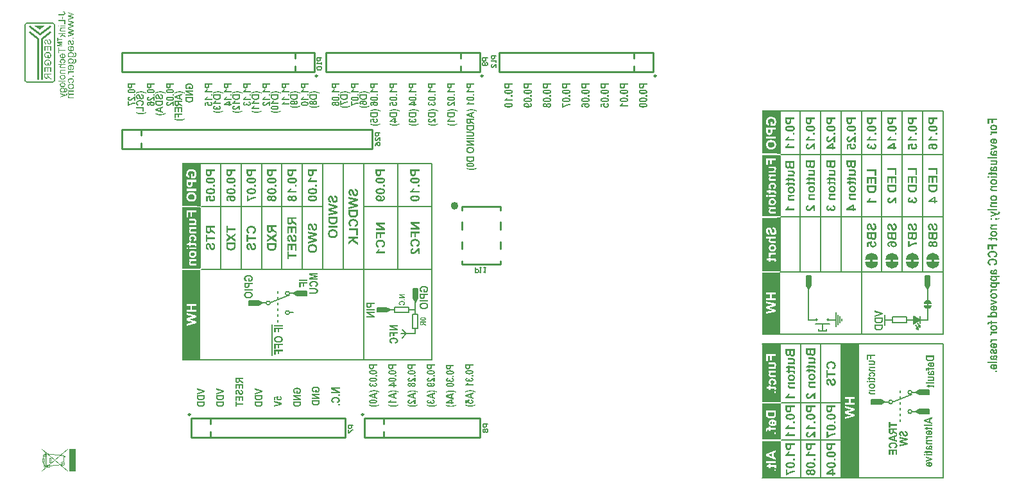
<source format=gbo>
G04*
G04 #@! TF.GenerationSoftware,Altium Limited,Altium Designer,21.3.2 (30)*
G04*
G04 Layer_Color=32896*
%FSLAX24Y24*%
%MOIN*%
G70*
G04*
G04 #@! TF.SameCoordinates,DEC0B546-127E-4CDD-B314-4E0B8DF39A68*
G04*
G04*
G04 #@! TF.FilePolarity,Positive*
G04*
G01*
G75*
%ADD11C,0.0059*%
%ADD15C,0.0100*%
%ADD16C,0.0060*%
%ADD17C,0.0200*%
%ADD18C,0.0049*%
%ADD19C,0.0079*%
%ADD21C,0.0050*%
%ADD22C,0.0080*%
%ADD255C,0.0120*%
%ADD274C,0.0110*%
%ADD275R,0.0289X0.1150*%
%ADD276R,0.0980X0.0258*%
%ADD277R,0.0980X0.0170*%
%ADD278R,0.0980X0.0070*%
%ADD279R,0.0200X0.2250*%
%ADD280R,0.0160X0.3170*%
%ADD281R,0.0200X0.3180*%
%ADD282R,0.0160X0.2240*%
%ADD283R,0.0190X0.2790*%
%ADD284R,0.0180X0.1993*%
%ADD285R,0.0160X0.2759*%
%ADD286R,0.0980X0.0940*%
%ADD287R,0.0170X0.1811*%
%ADD288R,0.0980X0.0400*%
%ADD289R,0.0980X0.0413*%
%ADD290R,0.0980X0.1000*%
%ADD291R,0.0980X0.0140*%
%ADD292R,0.0170X0.4400*%
%ADD293R,0.0180X0.4430*%
%ADD294R,0.0180X0.4593*%
%ADD295R,0.0980X0.2730*%
%ADD296R,0.0170X0.5841*%
%ADD297R,0.0980X0.2980*%
%ADD298R,0.0980X0.0270*%
%ADD299R,0.0980X0.0280*%
%ADD300R,0.0160X0.1859*%
%ADD301R,0.0190X0.1890*%
%ADD302R,0.0160X0.3050*%
%ADD303R,0.0200X0.1890*%
%ADD304R,0.0160X0.1890*%
%ADD305R,0.0200X0.3050*%
%ADD306R,0.0980X0.0170*%
%ADD307R,0.0980X0.0420*%
%ADD308R,0.0980X0.0430*%
G36*
X2630Y23707D02*
X2345Y23921D01*
X2915D01*
X2630Y23707D01*
D02*
G37*
G36*
X49118Y12040D02*
X49188Y12030D01*
X49268Y11970D01*
X49308Y11900D01*
X49358Y11775D01*
X49050Y11776D01*
X48728Y11775D01*
X48768Y11900D01*
X48808Y11970D01*
X48898Y12050D01*
X49018Y12070D01*
X49118Y12040D01*
D02*
G37*
G36*
X48058D02*
X48128Y12030D01*
X48208Y11970D01*
X48248Y11900D01*
X48298Y11775D01*
X47990Y11776D01*
X47668Y11775D01*
X47708Y11900D01*
X47748Y11970D01*
X47838Y12050D01*
X47958Y12070D01*
X48058Y12040D01*
D02*
G37*
G36*
X45938D02*
X46008Y12030D01*
X46088Y11970D01*
X46128Y11900D01*
X46178Y11775D01*
X45870Y11776D01*
X45548Y11775D01*
X45588Y11900D01*
X45628Y11970D01*
X45718Y12050D01*
X45838Y12070D01*
X45938Y12040D01*
D02*
G37*
G36*
X46998Y12038D02*
X47068Y12028D01*
X47148Y11968D01*
X47188Y11898D01*
X47238Y11773D01*
X46930Y11774D01*
X46608Y11773D01*
X46648Y11898D01*
X46688Y11968D01*
X46778Y12048D01*
X46898Y12068D01*
X46998Y12038D01*
D02*
G37*
G36*
X49006Y11613D02*
X49328Y11614D01*
X49288Y11490D01*
X49248Y11420D01*
X49158Y11340D01*
X49038Y11320D01*
X48938Y11350D01*
X48868Y11360D01*
X48788Y11420D01*
X48748Y11490D01*
X48698Y11614D01*
X49006Y11613D01*
D02*
G37*
G36*
X47946D02*
X48268Y11614D01*
X48228Y11490D01*
X48188Y11420D01*
X48098Y11340D01*
X47978Y11320D01*
X47878Y11350D01*
X47808Y11360D01*
X47728Y11420D01*
X47688Y11490D01*
X47638Y11614D01*
X47946Y11613D01*
D02*
G37*
G36*
X45826D02*
X46148Y11614D01*
X46108Y11490D01*
X46068Y11420D01*
X45978Y11340D01*
X45858Y11320D01*
X45758Y11350D01*
X45688Y11360D01*
X45608Y11420D01*
X45568Y11490D01*
X45518Y11614D01*
X45826Y11613D01*
D02*
G37*
G36*
X46886Y11611D02*
X47208Y11612D01*
X47168Y11488D01*
X47128Y11418D01*
X47038Y11338D01*
X46918Y11318D01*
X46818Y11348D01*
X46748Y11358D01*
X46668Y11418D01*
X46628Y11488D01*
X46578Y11612D01*
X46886Y11611D01*
D02*
G37*
G36*
X48625Y10902D02*
X48857D01*
Y10387D01*
X48806Y10307D01*
X48779Y10268D01*
X48755Y10260D01*
X48751D01*
X48625Y10386D01*
Y10559D01*
X48621Y10906D01*
X48625Y10902D01*
D02*
G37*
G36*
X42445D02*
X42677D01*
Y10387D01*
X42626Y10307D01*
X42599Y10268D01*
X42575Y10260D01*
X42571D01*
X42445Y10386D01*
Y10559D01*
X42441Y10906D01*
X42445Y10902D01*
D02*
G37*
G36*
X16497Y10130D02*
Y9898D01*
X15982D01*
X15902Y9949D01*
X15863Y9977D01*
X15855Y10000D01*
Y10004D01*
X15981Y10130D01*
X16154D01*
X16501Y10134D01*
X16497Y10130D01*
D02*
G37*
G36*
X22020Y10233D02*
X22252D01*
Y9718D01*
X22201Y9638D01*
X22173Y9599D01*
X22150Y9591D01*
X22146D01*
X22020Y9717D01*
Y9890D01*
X22016Y10237D01*
X22020Y10233D01*
D02*
G37*
G36*
X48808Y9645D02*
X48836Y9635D01*
X48890Y9602D01*
X48922Y9569D01*
X48944Y9532D01*
X48957Y9493D01*
X48950Y9473D01*
X48929Y9461D01*
X48590Y9461D01*
X48561Y9491D01*
X48576Y9537D01*
X48593Y9563D01*
X48622Y9592D01*
X48645Y9613D01*
X48684Y9636D01*
X48721Y9647D01*
X48808Y9645D01*
D02*
G37*
G36*
X14098Y9551D02*
X14137Y9523D01*
X14145Y9500D01*
Y9496D01*
X14019Y9370D01*
X13846D01*
X13499Y9366D01*
X13503Y9370D01*
Y9602D01*
X14018D01*
X14098Y9551D01*
D02*
G37*
G36*
X48959Y9351D02*
X48944Y9304D01*
X48927Y9279D01*
X48898Y9250D01*
X48875Y9229D01*
X48836Y9206D01*
X48799Y9195D01*
X48712Y9197D01*
X48684Y9207D01*
X48630Y9240D01*
X48598Y9273D01*
X48575Y9309D01*
X48563Y9349D01*
X48570Y9369D01*
X48590Y9380D01*
X48930D01*
X48959Y9351D01*
D02*
G37*
G36*
X20748Y9197D02*
X20787Y9169D01*
X20795Y9146D01*
Y9142D01*
X20669Y9016D01*
X20496D01*
X20149Y9012D01*
X20153Y9016D01*
Y9248D01*
X20668D01*
X20748Y9197D01*
D02*
G37*
G36*
X48113Y8771D02*
X48272Y8680D01*
X48332Y8605D01*
X48236Y8550D01*
X48032Y8433D01*
X48008Y8613D01*
X48020Y8814D01*
X48113Y8771D01*
D02*
G37*
G36*
X48837Y4985D02*
Y4753D01*
X48322D01*
X48242Y4804D01*
X48203Y4831D01*
X48195Y4855D01*
Y4859D01*
X48321Y4985D01*
X48494D01*
X48841Y4989D01*
X48837Y4985D01*
D02*
G37*
G36*
X46438Y4406D02*
X46477Y4378D01*
X46485Y4355D01*
Y4351D01*
X46359Y4225D01*
X46186D01*
X45839Y4221D01*
X45843Y4225D01*
Y4457D01*
X46358D01*
X46438Y4406D01*
D02*
G37*
G36*
X48837Y3985D02*
Y3753D01*
X48322D01*
X48242Y3804D01*
X48203Y3831D01*
X48195Y3855D01*
Y3859D01*
X48321Y3985D01*
X48494D01*
X48841Y3989D01*
X48837Y3985D01*
D02*
G37*
G36*
X52375Y19008D02*
X52166D01*
Y18839D01*
X52083D01*
Y19008D01*
X51967D01*
Y18813D01*
X51883D01*
Y19089D01*
X52375D01*
Y19008D01*
D02*
G37*
G36*
X52209Y18764D02*
X52225Y18763D01*
X52240Y18761D01*
X52253Y18758D01*
X52266Y18755D01*
X52278Y18751D01*
X52288Y18747D01*
X52297Y18743D01*
X52306Y18739D01*
X52313Y18736D01*
X52320Y18732D01*
X52325Y18728D01*
X52329Y18726D01*
X52332Y18724D01*
X52333Y18722D01*
X52334Y18722D01*
X52343Y18714D01*
X52350Y18705D01*
X52357Y18696D01*
X52363Y18687D01*
X52367Y18678D01*
X52372Y18669D01*
X52375Y18660D01*
X52378Y18652D01*
X52379Y18644D01*
X52381Y18637D01*
X52382Y18630D01*
X52383Y18625D01*
Y18620D01*
X52384Y18617D01*
Y18614D01*
X52383Y18599D01*
X52380Y18585D01*
X52377Y18572D01*
X52373Y18561D01*
X52371Y18556D01*
X52369Y18552D01*
X52367Y18548D01*
X52365Y18545D01*
X52364Y18542D01*
X52363Y18541D01*
X52362Y18540D01*
Y18539D01*
X52353Y18527D01*
X52342Y18516D01*
X52331Y18506D01*
X52320Y18499D01*
X52311Y18492D01*
X52306Y18490D01*
X52302Y18488D01*
X52300Y18486D01*
X52297Y18485D01*
X52296Y18484D01*
X52295D01*
X52278Y18477D01*
X52261Y18471D01*
X52244Y18468D01*
X52229Y18465D01*
X52222Y18464D01*
X52215Y18464D01*
X52209Y18463D01*
X52205D01*
X52201Y18463D01*
X52197D01*
X52196D01*
X52195D01*
X52182Y18463D01*
X52169Y18464D01*
X52156Y18466D01*
X52144Y18469D01*
X52133Y18472D01*
X52122Y18475D01*
X52112Y18479D01*
X52103Y18483D01*
X52095Y18487D01*
X52088Y18490D01*
X52082Y18494D01*
X52076Y18496D01*
X52072Y18499D01*
X52069Y18501D01*
X52067Y18502D01*
X52066Y18503D01*
X52057Y18511D01*
X52048Y18519D01*
X52041Y18528D01*
X52034Y18537D01*
X52029Y18547D01*
X52024Y18556D01*
X52021Y18565D01*
X52018Y18573D01*
X52016Y18582D01*
X52013Y18589D01*
X52012Y18596D01*
X52012Y18602D01*
X52011Y18607D01*
X52011Y18611D01*
Y18614D01*
X52012Y18629D01*
X52014Y18643D01*
X52018Y18656D01*
X52022Y18667D01*
X52024Y18672D01*
X52025Y18677D01*
X52028Y18680D01*
X52029Y18684D01*
X52030Y18686D01*
X52031Y18688D01*
X52033Y18689D01*
Y18690D01*
X52041Y18702D01*
X52052Y18712D01*
X52062Y18721D01*
X52073Y18729D01*
X52082Y18736D01*
X52086Y18738D01*
X52090Y18740D01*
X52093Y18742D01*
X52095Y18743D01*
X52096Y18744D01*
X52097D01*
X52113Y18751D01*
X52130Y18756D01*
X52146Y18760D01*
X52161Y18762D01*
X52167Y18763D01*
X52173Y18763D01*
X52179Y18764D01*
X52184D01*
X52188Y18765D01*
X52190D01*
X52192D01*
X52193D01*
X52209Y18764D01*
D02*
G37*
G36*
X52375Y18327D02*
X52266D01*
X52250D01*
X52237D01*
X52224Y18327D01*
X52213D01*
X52202Y18326D01*
X52193Y18326D01*
X52184Y18325D01*
X52177Y18324D01*
X52171D01*
X52165Y18324D01*
X52161Y18323D01*
X52157Y18323D01*
X52154D01*
X52153Y18322D01*
X52152D01*
X52151D01*
X52140Y18320D01*
X52131Y18317D01*
X52123Y18314D01*
X52117Y18311D01*
X52113Y18309D01*
X52110Y18306D01*
X52108Y18305D01*
X52107Y18304D01*
X52104Y18299D01*
X52100Y18294D01*
X52098Y18290D01*
X52097Y18285D01*
X52096Y18281D01*
X52095Y18279D01*
Y18276D01*
X52096Y18269D01*
X52098Y18263D01*
X52100Y18257D01*
X52103Y18251D01*
X52106Y18246D01*
X52108Y18243D01*
X52111Y18240D01*
X52111Y18239D01*
X52029Y18215D01*
X52023Y18224D01*
X52018Y18233D01*
X52015Y18241D01*
X52013Y18250D01*
X52012Y18256D01*
X52011Y18262D01*
Y18266D01*
X52011Y18273D01*
X52012Y18279D01*
X52015Y18285D01*
X52017Y18290D01*
X52019Y18294D01*
X52021Y18297D01*
X52022Y18299D01*
X52023Y18300D01*
X52025Y18303D01*
X52028Y18305D01*
X52035Y18311D01*
X52042Y18317D01*
X52051Y18322D01*
X52058Y18326D01*
X52064Y18329D01*
X52066Y18331D01*
X52068Y18332D01*
X52069Y18333D01*
X52019D01*
Y18405D01*
X52375D01*
Y18327D01*
D02*
G37*
G36*
X52216Y18047D02*
X52232Y18046D01*
X52246Y18044D01*
X52260Y18041D01*
X52272Y18038D01*
X52284Y18035D01*
X52295Y18031D01*
X52304Y18027D01*
X52313Y18023D01*
X52320Y18019D01*
X52326Y18016D01*
X52331Y18013D01*
X52335Y18010D01*
X52338Y18008D01*
X52340Y18007D01*
X52341Y18006D01*
X52348Y17999D01*
X52355Y17992D01*
X52361Y17984D01*
X52366Y17976D01*
X52369Y17967D01*
X52373Y17959D01*
X52376Y17951D01*
X52378Y17943D01*
X52380Y17936D01*
X52381Y17929D01*
X52383Y17923D01*
X52383Y17917D01*
Y17912D01*
X52384Y17909D01*
Y17906D01*
X52383Y17897D01*
X52383Y17889D01*
X52380Y17874D01*
X52375Y17860D01*
X52373Y17854D01*
X52371Y17849D01*
X52368Y17844D01*
X52366Y17840D01*
X52364Y17836D01*
X52362Y17833D01*
X52360Y17830D01*
X52359Y17829D01*
X52358Y17828D01*
Y17827D01*
X52353Y17821D01*
X52347Y17816D01*
X52335Y17806D01*
X52321Y17797D01*
X52308Y17790D01*
X52302Y17788D01*
X52296Y17785D01*
X52291Y17783D01*
X52286Y17781D01*
X52283Y17780D01*
X52280Y17779D01*
X52278Y17778D01*
X52278D01*
X52262Y17855D01*
X52271Y17858D01*
X52279Y17861D01*
X52286Y17865D01*
X52291Y17869D01*
X52296Y17872D01*
X52301Y17877D01*
X52304Y17881D01*
X52307Y17885D01*
X52309Y17889D01*
X52311Y17893D01*
X52312Y17900D01*
X52313Y17902D01*
X52313Y17904D01*
Y17906D01*
X52312Y17915D01*
X52309Y17923D01*
X52306Y17931D01*
X52302Y17937D01*
X52297Y17943D01*
X52294Y17947D01*
X52291Y17949D01*
X52290Y17950D01*
X52280Y17956D01*
X52270Y17960D01*
X52259Y17964D01*
X52248Y17966D01*
X52239Y17967D01*
X52235Y17968D01*
X52231D01*
X52228Y17968D01*
X52226D01*
X52225D01*
X52224D01*
Y17775D01*
X52214D01*
X52195Y17775D01*
X52177Y17776D01*
X52161Y17778D01*
X52146Y17781D01*
X52131Y17784D01*
X52119Y17788D01*
X52107Y17791D01*
X52096Y17795D01*
X52087Y17799D01*
X52080Y17802D01*
X52072Y17806D01*
X52067Y17809D01*
X52063Y17812D01*
X52060Y17814D01*
X52058Y17815D01*
X52057Y17816D01*
X52049Y17823D01*
X52042Y17830D01*
X52036Y17838D01*
X52030Y17846D01*
X52026Y17854D01*
X52022Y17862D01*
X52019Y17870D01*
X52017Y17878D01*
X52015Y17885D01*
X52013Y17892D01*
X52012Y17898D01*
X52011Y17903D01*
Y17908D01*
X52011Y17911D01*
Y17914D01*
X52011Y17924D01*
X52013Y17934D01*
X52015Y17943D01*
X52018Y17952D01*
X52021Y17960D01*
X52025Y17968D01*
X52029Y17974D01*
X52034Y17981D01*
X52038Y17986D01*
X52042Y17992D01*
X52046Y17996D01*
X52050Y18000D01*
X52052Y18002D01*
X52054Y18004D01*
X52056Y18006D01*
X52057Y18006D01*
X52067Y18013D01*
X52078Y18020D01*
X52090Y18025D01*
X52101Y18030D01*
X52113Y18034D01*
X52125Y18037D01*
X52137Y18040D01*
X52148Y18042D01*
X52159Y18044D01*
X52169Y18045D01*
X52177Y18047D01*
X52185Y18047D01*
X52191D01*
X52196Y18048D01*
X52199D01*
X52200D01*
X52216Y18047D01*
D02*
G37*
G36*
X52375Y17632D02*
Y17561D01*
X52019Y17445D01*
Y17525D01*
X52201Y17580D01*
X52262Y17597D01*
X52201Y17612D01*
X52019Y17667D01*
Y17748D01*
X52375Y17632D01*
D02*
G37*
G36*
X52288Y17417D02*
X52296Y17416D01*
X52311Y17413D01*
X52324Y17409D01*
X52330Y17407D01*
X52335Y17404D01*
X52339Y17402D01*
X52344Y17399D01*
X52347Y17397D01*
X52350Y17395D01*
X52353Y17393D01*
X52354Y17392D01*
X52355Y17391D01*
X52355Y17391D01*
X52360Y17385D01*
X52365Y17380D01*
X52368Y17374D01*
X52372Y17368D01*
X52377Y17356D01*
X52380Y17345D01*
X52382Y17336D01*
X52383Y17331D01*
X52383Y17327D01*
X52384Y17325D01*
Y17320D01*
X52383Y17311D01*
X52382Y17302D01*
X52380Y17294D01*
X52378Y17287D01*
X52376Y17281D01*
X52374Y17276D01*
X52373Y17273D01*
X52372Y17272D01*
X52367Y17264D01*
X52362Y17256D01*
X52356Y17249D01*
X52350Y17242D01*
X52345Y17237D01*
X52341Y17233D01*
X52338Y17231D01*
X52337Y17230D01*
X52375Y17219D01*
Y17143D01*
X52366Y17147D01*
X52357Y17149D01*
X52349Y17152D01*
X52342Y17154D01*
X52336Y17155D01*
X52332Y17157D01*
X52329Y17157D01*
X52328D01*
X52324Y17158D01*
X52318Y17158D01*
X52307Y17159D01*
X52296Y17160D01*
X52285Y17160D01*
X52274Y17161D01*
X52270D01*
X52266D01*
X52263D01*
X52261D01*
X52259D01*
X52259D01*
X52148Y17160D01*
X52137D01*
X52126Y17160D01*
X52117Y17161D01*
X52108Y17161D01*
X52101Y17163D01*
X52094Y17164D01*
X52088Y17165D01*
X52082Y17165D01*
X52077Y17166D01*
X52074Y17167D01*
X52070Y17169D01*
X52067Y17170D01*
X52065Y17170D01*
X52064Y17171D01*
X52063Y17171D01*
X52054Y17176D01*
X52047Y17182D01*
X52040Y17188D01*
X52035Y17194D01*
X52030Y17200D01*
X52028Y17204D01*
X52025Y17207D01*
X52025Y17208D01*
Y17208D01*
X52020Y17219D01*
X52017Y17231D01*
X52014Y17243D01*
X52012Y17255D01*
X52011Y17266D01*
Y17271D01*
X52011Y17275D01*
Y17293D01*
X52012Y17302D01*
X52013Y17311D01*
X52015Y17319D01*
X52016Y17327D01*
X52018Y17333D01*
X52021Y17340D01*
X52023Y17345D01*
X52025Y17351D01*
X52027Y17355D01*
X52029Y17359D01*
X52031Y17362D01*
X52033Y17364D01*
X52034Y17366D01*
X52034Y17367D01*
X52035Y17367D01*
X52040Y17373D01*
X52045Y17377D01*
X52057Y17386D01*
X52070Y17393D01*
X52083Y17399D01*
X52094Y17403D01*
X52100Y17405D01*
X52104Y17407D01*
X52108Y17407D01*
X52111Y17408D01*
X52112Y17409D01*
X52113D01*
X52128Y17338D01*
X52119Y17336D01*
X52111Y17332D01*
X52105Y17329D01*
X52100Y17326D01*
X52097Y17324D01*
X52094Y17321D01*
X52093Y17320D01*
X52093Y17320D01*
X52089Y17315D01*
X52087Y17309D01*
X52085Y17304D01*
X52084Y17299D01*
X52083Y17294D01*
X52083Y17290D01*
Y17280D01*
X52084Y17273D01*
X52084Y17268D01*
X52086Y17264D01*
X52087Y17260D01*
X52088Y17258D01*
X52088Y17256D01*
X52089Y17256D01*
X52091Y17252D01*
X52094Y17249D01*
X52096Y17246D01*
X52099Y17244D01*
X52101Y17242D01*
X52102Y17241D01*
X52104Y17240D01*
X52104D01*
X52108Y17238D01*
X52114Y17237D01*
X52120Y17237D01*
X52127Y17236D01*
X52133Y17236D01*
X52138D01*
X52142D01*
X52142D01*
X52143D01*
X52145Y17240D01*
X52147Y17245D01*
X52151Y17256D01*
X52155Y17269D01*
X52159Y17282D01*
X52162Y17293D01*
X52163Y17298D01*
X52164Y17302D01*
X52165Y17306D01*
X52166Y17309D01*
X52166Y17311D01*
Y17311D01*
X52169Y17319D01*
X52170Y17326D01*
X52172Y17333D01*
X52175Y17340D01*
X52178Y17351D01*
X52182Y17360D01*
X52185Y17367D01*
X52188Y17372D01*
X52190Y17374D01*
X52190Y17376D01*
X52196Y17383D01*
X52201Y17389D01*
X52207Y17394D01*
X52213Y17398D01*
X52218Y17402D01*
X52223Y17404D01*
X52225Y17406D01*
X52226Y17407D01*
X52235Y17410D01*
X52244Y17413D01*
X52253Y17415D01*
X52261Y17416D01*
X52268Y17417D01*
X52274Y17418D01*
X52276D01*
X52278D01*
X52278D01*
X52279D01*
X52288Y17417D01*
D02*
G37*
G36*
X52375Y17006D02*
X51883D01*
Y17083D01*
X52375D01*
Y17006D01*
D02*
G37*
G36*
X52264Y16927D02*
X52272Y16927D01*
X52280Y16926D01*
X52287Y16925D01*
X52294Y16925D01*
X52300Y16923D01*
X52305Y16922D01*
X52310Y16921D01*
X52314Y16920D01*
X52318Y16920D01*
X52320Y16919D01*
X52323Y16918D01*
X52325Y16917D01*
X52325Y16917D01*
X52326D01*
X52336Y16912D01*
X52344Y16906D01*
X52351Y16901D01*
X52358Y16896D01*
X52362Y16891D01*
X52366Y16887D01*
X52368Y16884D01*
X52369Y16883D01*
X52374Y16874D01*
X52378Y16865D01*
X52380Y16856D01*
X52382Y16849D01*
X52383Y16842D01*
X52384Y16836D01*
Y16831D01*
X52383Y16821D01*
X52381Y16810D01*
X52379Y16801D01*
X52375Y16793D01*
X52373Y16786D01*
X52370Y16781D01*
X52368Y16778D01*
X52368Y16777D01*
Y16777D01*
X52361Y16767D01*
X52354Y16759D01*
X52347Y16751D01*
X52339Y16745D01*
X52332Y16741D01*
X52327Y16737D01*
X52325Y16736D01*
X52324Y16734D01*
X52323Y16734D01*
X52375D01*
Y16662D01*
X52019D01*
Y16739D01*
X52170D01*
X52183D01*
X52195D01*
X52205Y16740D01*
X52215Y16741D01*
X52224D01*
X52231Y16741D01*
X52238Y16742D01*
X52244Y16742D01*
X52249Y16743D01*
X52253Y16743D01*
X52256Y16744D01*
X52259D01*
X52261Y16744D01*
X52262Y16745D01*
X52263D01*
X52264D01*
X52271Y16748D01*
X52278Y16750D01*
X52284Y16754D01*
X52289Y16758D01*
X52293Y16761D01*
X52296Y16764D01*
X52298Y16766D01*
X52298Y16767D01*
X52303Y16773D01*
X52306Y16779D01*
X52308Y16785D01*
X52310Y16791D01*
X52311Y16795D01*
X52312Y16799D01*
Y16802D01*
X52311Y16808D01*
X52310Y16814D01*
X52308Y16819D01*
X52306Y16824D01*
X52305Y16827D01*
X52303Y16830D01*
X52302Y16831D01*
X52301Y16832D01*
X52297Y16836D01*
X52292Y16839D01*
X52288Y16842D01*
X52283Y16844D01*
X52279Y16845D01*
X52276Y16846D01*
X52273Y16847D01*
X52272D01*
X52268Y16848D01*
X52263Y16848D01*
X52257Y16849D01*
X52250D01*
X52236Y16850D01*
X52220D01*
X52213D01*
X52206Y16850D01*
X52200D01*
X52194D01*
X52189D01*
X52186D01*
X52183D01*
X52183D01*
X52019D01*
Y16928D01*
X52245D01*
X52255D01*
X52264Y16927D01*
D02*
G37*
G36*
X52288Y16602D02*
X52296Y16601D01*
X52311Y16598D01*
X52324Y16594D01*
X52330Y16591D01*
X52335Y16589D01*
X52339Y16587D01*
X52344Y16584D01*
X52347Y16582D01*
X52350Y16580D01*
X52353Y16578D01*
X52354Y16577D01*
X52355Y16576D01*
X52355Y16576D01*
X52360Y16570D01*
X52365Y16565D01*
X52368Y16559D01*
X52372Y16553D01*
X52377Y16541D01*
X52380Y16530D01*
X52382Y16520D01*
X52383Y16516D01*
X52383Y16512D01*
X52384Y16510D01*
Y16505D01*
X52383Y16496D01*
X52382Y16487D01*
X52380Y16479D01*
X52378Y16472D01*
X52376Y16466D01*
X52374Y16461D01*
X52373Y16458D01*
X52372Y16457D01*
X52367Y16449D01*
X52362Y16441D01*
X52356Y16434D01*
X52350Y16427D01*
X52345Y16422D01*
X52341Y16418D01*
X52338Y16416D01*
X52337Y16415D01*
X52375Y16404D01*
Y16328D01*
X52366Y16332D01*
X52357Y16334D01*
X52349Y16337D01*
X52342Y16339D01*
X52336Y16340D01*
X52332Y16341D01*
X52329Y16342D01*
X52328D01*
X52324Y16342D01*
X52318Y16343D01*
X52307Y16344D01*
X52296Y16345D01*
X52285Y16345D01*
X52274Y16346D01*
X52270D01*
X52266D01*
X52263D01*
X52261D01*
X52259D01*
X52259D01*
X52148Y16345D01*
X52137D01*
X52126Y16345D01*
X52117Y16346D01*
X52108Y16346D01*
X52101Y16347D01*
X52094Y16348D01*
X52088Y16350D01*
X52082Y16350D01*
X52077Y16351D01*
X52074Y16352D01*
X52070Y16353D01*
X52067Y16354D01*
X52065Y16355D01*
X52064Y16356D01*
X52063Y16356D01*
X52054Y16361D01*
X52047Y16366D01*
X52040Y16373D01*
X52035Y16379D01*
X52030Y16385D01*
X52028Y16389D01*
X52025Y16392D01*
X52025Y16393D01*
Y16393D01*
X52020Y16404D01*
X52017Y16416D01*
X52014Y16428D01*
X52012Y16440D01*
X52011Y16451D01*
Y16456D01*
X52011Y16459D01*
Y16477D01*
X52012Y16487D01*
X52013Y16496D01*
X52015Y16504D01*
X52016Y16512D01*
X52018Y16518D01*
X52021Y16525D01*
X52023Y16530D01*
X52025Y16536D01*
X52027Y16540D01*
X52029Y16543D01*
X52031Y16547D01*
X52033Y16549D01*
X52034Y16551D01*
X52034Y16552D01*
X52035Y16552D01*
X52040Y16558D01*
X52045Y16562D01*
X52057Y16571D01*
X52070Y16578D01*
X52083Y16584D01*
X52094Y16588D01*
X52100Y16590D01*
X52104Y16591D01*
X52108Y16592D01*
X52111Y16593D01*
X52112Y16594D01*
X52113D01*
X52128Y16523D01*
X52119Y16520D01*
X52111Y16517D01*
X52105Y16514D01*
X52100Y16511D01*
X52097Y16508D01*
X52094Y16506D01*
X52093Y16505D01*
X52093Y16505D01*
X52089Y16500D01*
X52087Y16494D01*
X52085Y16489D01*
X52084Y16484D01*
X52083Y16479D01*
X52083Y16475D01*
Y16465D01*
X52084Y16458D01*
X52084Y16453D01*
X52086Y16449D01*
X52087Y16445D01*
X52088Y16443D01*
X52088Y16441D01*
X52089Y16441D01*
X52091Y16437D01*
X52094Y16434D01*
X52096Y16431D01*
X52099Y16429D01*
X52101Y16427D01*
X52102Y16426D01*
X52104Y16425D01*
X52104D01*
X52108Y16423D01*
X52114Y16422D01*
X52120Y16422D01*
X52127Y16421D01*
X52133Y16421D01*
X52138D01*
X52142D01*
X52142D01*
X52143D01*
X52145Y16425D01*
X52147Y16430D01*
X52151Y16441D01*
X52155Y16454D01*
X52159Y16466D01*
X52162Y16478D01*
X52163Y16483D01*
X52164Y16487D01*
X52165Y16491D01*
X52166Y16494D01*
X52166Y16495D01*
Y16496D01*
X52169Y16504D01*
X52170Y16511D01*
X52172Y16518D01*
X52175Y16525D01*
X52178Y16536D01*
X52182Y16544D01*
X52185Y16552D01*
X52188Y16557D01*
X52190Y16559D01*
X52190Y16560D01*
X52196Y16567D01*
X52201Y16573D01*
X52207Y16579D01*
X52213Y16583D01*
X52218Y16587D01*
X52223Y16589D01*
X52225Y16591D01*
X52226Y16591D01*
X52235Y16595D01*
X52244Y16598D01*
X52253Y16600D01*
X52261Y16601D01*
X52268Y16602D01*
X52274Y16602D01*
X52276D01*
X52278D01*
X52278D01*
X52279D01*
X52288Y16602D01*
D02*
G37*
G36*
X52094Y16264D02*
X52250D01*
X52261D01*
X52271D01*
X52279Y16264D01*
X52288D01*
X52295Y16263D01*
X52301Y16263D01*
X52307D01*
X52312Y16262D01*
X52317Y16262D01*
X52320Y16261D01*
X52323D01*
X52325Y16261D01*
X52327D01*
X52328Y16260D01*
X52329D01*
X52338Y16257D01*
X52347Y16253D01*
X52354Y16250D01*
X52360Y16246D01*
X52364Y16242D01*
X52367Y16239D01*
X52369Y16237D01*
X52370Y16236D01*
X52374Y16229D01*
X52378Y16221D01*
X52380Y16213D01*
X52382Y16205D01*
X52383Y16199D01*
X52384Y16193D01*
Y16188D01*
X52383Y16176D01*
X52381Y16164D01*
X52379Y16154D01*
X52377Y16145D01*
X52374Y16138D01*
X52372Y16132D01*
X52371Y16130D01*
X52371Y16128D01*
X52370Y16128D01*
Y16127D01*
X52297Y16134D01*
X52300Y16142D01*
X52302Y16148D01*
X52303Y16153D01*
X52305Y16157D01*
X52305Y16161D01*
X52306Y16163D01*
Y16166D01*
X52305Y16170D01*
X52303Y16174D01*
X52301Y16178D01*
X52299Y16180D01*
X52297Y16183D01*
X52295Y16184D01*
X52293Y16185D01*
X52292D01*
X52291Y16185D01*
X52288D01*
X52285Y16186D01*
X52281D01*
X52272Y16186D01*
X52262D01*
X52254Y16187D01*
X52249D01*
X52246D01*
X52243D01*
X52241D01*
X52239D01*
X52238D01*
X52094D01*
Y16134D01*
X52019D01*
Y16187D01*
X51893D01*
X51949Y16264D01*
X52019D01*
Y16300D01*
X52094D01*
Y16264D01*
D02*
G37*
G36*
X52375Y16003D02*
X52019D01*
Y16080D01*
X52375D01*
Y16003D01*
D02*
G37*
G36*
X51970D02*
X51883D01*
Y16080D01*
X51970D01*
Y16003D01*
D02*
G37*
G36*
X52209Y15942D02*
X52225Y15941D01*
X52240Y15938D01*
X52253Y15936D01*
X52266Y15932D01*
X52278Y15929D01*
X52288Y15925D01*
X52297Y15921D01*
X52306Y15917D01*
X52313Y15913D01*
X52320Y15910D01*
X52325Y15906D01*
X52329Y15903D01*
X52332Y15901D01*
X52333Y15900D01*
X52334Y15900D01*
X52343Y15891D01*
X52350Y15883D01*
X52357Y15873D01*
X52363Y15865D01*
X52367Y15855D01*
X52372Y15847D01*
X52375Y15838D01*
X52378Y15829D01*
X52379Y15822D01*
X52381Y15814D01*
X52382Y15808D01*
X52383Y15802D01*
Y15798D01*
X52384Y15794D01*
Y15792D01*
X52383Y15777D01*
X52380Y15763D01*
X52377Y15750D01*
X52373Y15739D01*
X52371Y15734D01*
X52369Y15730D01*
X52367Y15726D01*
X52365Y15723D01*
X52364Y15720D01*
X52363Y15718D01*
X52362Y15717D01*
Y15717D01*
X52353Y15705D01*
X52342Y15694D01*
X52331Y15684D01*
X52320Y15676D01*
X52311Y15670D01*
X52306Y15668D01*
X52302Y15665D01*
X52300Y15664D01*
X52297Y15663D01*
X52296Y15662D01*
X52295D01*
X52278Y15655D01*
X52261Y15649D01*
X52244Y15645D01*
X52229Y15643D01*
X52222Y15642D01*
X52215Y15641D01*
X52209Y15641D01*
X52205D01*
X52201Y15640D01*
X52197D01*
X52196D01*
X52195D01*
X52182Y15641D01*
X52169Y15642D01*
X52156Y15644D01*
X52144Y15647D01*
X52133Y15650D01*
X52122Y15653D01*
X52112Y15657D01*
X52103Y15661D01*
X52095Y15664D01*
X52088Y15668D01*
X52082Y15671D01*
X52076Y15674D01*
X52072Y15677D01*
X52069Y15679D01*
X52067Y15680D01*
X52066Y15681D01*
X52057Y15688D01*
X52048Y15697D01*
X52041Y15706D01*
X52034Y15715D01*
X52029Y15724D01*
X52024Y15734D01*
X52021Y15742D01*
X52018Y15751D01*
X52016Y15759D01*
X52013Y15767D01*
X52012Y15774D01*
X52012Y15780D01*
X52011Y15785D01*
X52011Y15788D01*
Y15792D01*
X52012Y15807D01*
X52014Y15821D01*
X52018Y15834D01*
X52022Y15845D01*
X52024Y15850D01*
X52025Y15854D01*
X52028Y15858D01*
X52029Y15861D01*
X52030Y15864D01*
X52031Y15866D01*
X52033Y15867D01*
Y15867D01*
X52041Y15879D01*
X52052Y15890D01*
X52062Y15899D01*
X52073Y15907D01*
X52082Y15913D01*
X52086Y15915D01*
X52090Y15918D01*
X52093Y15919D01*
X52095Y15920D01*
X52096Y15922D01*
X52097D01*
X52113Y15929D01*
X52130Y15934D01*
X52146Y15937D01*
X52161Y15940D01*
X52167Y15941D01*
X52173Y15941D01*
X52179Y15942D01*
X52184D01*
X52188Y15942D01*
X52190D01*
X52192D01*
X52193D01*
X52209Y15942D01*
D02*
G37*
G36*
X52375Y15503D02*
X52214D01*
X52203D01*
X52193Y15502D01*
X52183D01*
X52175Y15502D01*
X52167Y15501D01*
X52161Y15501D01*
X52155Y15500D01*
X52149Y15499D01*
X52145Y15499D01*
X52141Y15498D01*
X52138D01*
X52135Y15498D01*
X52133Y15497D01*
X52132Y15497D01*
X52131D01*
X52123Y15494D01*
X52116Y15490D01*
X52110Y15487D01*
X52105Y15483D01*
X52101Y15480D01*
X52098Y15477D01*
X52096Y15475D01*
X52096Y15474D01*
X52092Y15468D01*
X52088Y15462D01*
X52086Y15456D01*
X52084Y15451D01*
X52083Y15446D01*
X52083Y15443D01*
Y15439D01*
X52083Y15434D01*
X52084Y15428D01*
X52086Y15424D01*
X52088Y15420D01*
X52089Y15416D01*
X52091Y15414D01*
X52092Y15413D01*
X52093Y15412D01*
X52096Y15408D01*
X52101Y15404D01*
X52106Y15402D01*
X52111Y15400D01*
X52114Y15398D01*
X52118Y15397D01*
X52120Y15396D01*
X52121D01*
X52125Y15395D01*
X52129Y15394D01*
X52134Y15394D01*
X52140Y15393D01*
X52152Y15392D01*
X52164Y15392D01*
X52176Y15391D01*
X52181D01*
X52185D01*
X52189D01*
X52191D01*
X52193D01*
X52194D01*
X52375D01*
Y15314D01*
X52154D01*
X52145D01*
X52136Y15314D01*
X52128Y15315D01*
X52119Y15315D01*
X52112Y15316D01*
X52106Y15317D01*
X52100Y15318D01*
X52094Y15318D01*
X52090Y15319D01*
X52086Y15320D01*
X52082Y15321D01*
X52079Y15321D01*
X52077Y15322D01*
X52075Y15323D01*
X52075Y15323D01*
X52074D01*
X52064Y15327D01*
X52055Y15332D01*
X52047Y15337D01*
X52041Y15342D01*
X52036Y15348D01*
X52032Y15351D01*
X52029Y15354D01*
X52029Y15355D01*
Y15355D01*
X52023Y15364D01*
X52018Y15374D01*
X52015Y15383D01*
X52013Y15392D01*
X52012Y15400D01*
X52011Y15407D01*
Y15412D01*
X52011Y15423D01*
X52013Y15433D01*
X52016Y15442D01*
X52018Y15450D01*
X52021Y15456D01*
X52024Y15461D01*
X52025Y15465D01*
X52026Y15465D01*
Y15466D01*
X52033Y15474D01*
X52040Y15483D01*
X52047Y15490D01*
X52054Y15496D01*
X52061Y15501D01*
X52066Y15505D01*
X52069Y15507D01*
X52070Y15507D01*
X52071Y15508D01*
X52019D01*
Y15580D01*
X52375D01*
Y15503D01*
D02*
G37*
G36*
X52209Y15096D02*
X52225Y15095D01*
X52240Y15093D01*
X52253Y15090D01*
X52266Y15087D01*
X52278Y15083D01*
X52288Y15079D01*
X52297Y15075D01*
X52306Y15071D01*
X52313Y15068D01*
X52320Y15064D01*
X52325Y15060D01*
X52329Y15058D01*
X52332Y15056D01*
X52333Y15054D01*
X52334Y15054D01*
X52343Y15046D01*
X52350Y15037D01*
X52357Y15028D01*
X52363Y15019D01*
X52367Y15010D01*
X52372Y15001D01*
X52375Y14992D01*
X52378Y14983D01*
X52379Y14976D01*
X52381Y14969D01*
X52382Y14962D01*
X52383Y14957D01*
Y14952D01*
X52384Y14949D01*
Y14946D01*
X52383Y14931D01*
X52380Y14917D01*
X52377Y14904D01*
X52373Y14893D01*
X52371Y14888D01*
X52369Y14884D01*
X52367Y14880D01*
X52365Y14877D01*
X52364Y14874D01*
X52363Y14873D01*
X52362Y14872D01*
Y14871D01*
X52353Y14859D01*
X52342Y14848D01*
X52331Y14838D01*
X52320Y14831D01*
X52311Y14824D01*
X52306Y14822D01*
X52302Y14820D01*
X52300Y14818D01*
X52297Y14817D01*
X52296Y14816D01*
X52295D01*
X52278Y14809D01*
X52261Y14803D01*
X52244Y14799D01*
X52229Y14797D01*
X52222Y14796D01*
X52215Y14796D01*
X52209Y14795D01*
X52205D01*
X52201Y14795D01*
X52197D01*
X52196D01*
X52195D01*
X52182Y14795D01*
X52169Y14796D01*
X52156Y14798D01*
X52144Y14801D01*
X52133Y14804D01*
X52122Y14807D01*
X52112Y14811D01*
X52103Y14815D01*
X52095Y14819D01*
X52088Y14822D01*
X52082Y14826D01*
X52076Y14828D01*
X52072Y14831D01*
X52069Y14833D01*
X52067Y14834D01*
X52066Y14835D01*
X52057Y14843D01*
X52048Y14851D01*
X52041Y14860D01*
X52034Y14869D01*
X52029Y14879D01*
X52024Y14888D01*
X52021Y14897D01*
X52018Y14905D01*
X52016Y14914D01*
X52013Y14921D01*
X52012Y14928D01*
X52012Y14934D01*
X52011Y14939D01*
X52011Y14943D01*
Y14946D01*
X52012Y14961D01*
X52014Y14975D01*
X52018Y14988D01*
X52022Y14999D01*
X52024Y15004D01*
X52025Y15009D01*
X52028Y15012D01*
X52029Y15016D01*
X52030Y15018D01*
X52031Y15020D01*
X52033Y15021D01*
Y15022D01*
X52041Y15034D01*
X52052Y15044D01*
X52062Y15053D01*
X52073Y15061D01*
X52082Y15068D01*
X52086Y15070D01*
X52090Y15072D01*
X52093Y15074D01*
X52095Y15075D01*
X52096Y15076D01*
X52097D01*
X52113Y15083D01*
X52130Y15088D01*
X52146Y15092D01*
X52161Y15094D01*
X52167Y15095D01*
X52173Y15095D01*
X52179Y15096D01*
X52184D01*
X52188Y15096D01*
X52190D01*
X52192D01*
X52193D01*
X52209Y15096D01*
D02*
G37*
G36*
X52375Y14657D02*
X52214D01*
X52203D01*
X52193Y14656D01*
X52183D01*
X52175Y14656D01*
X52167Y14655D01*
X52161Y14655D01*
X52155Y14654D01*
X52149Y14654D01*
X52145Y14653D01*
X52141Y14653D01*
X52138D01*
X52135Y14652D01*
X52133Y14652D01*
X52132Y14651D01*
X52131D01*
X52123Y14648D01*
X52116Y14644D01*
X52110Y14641D01*
X52105Y14637D01*
X52101Y14634D01*
X52098Y14631D01*
X52096Y14629D01*
X52096Y14629D01*
X52092Y14623D01*
X52088Y14617D01*
X52086Y14611D01*
X52084Y14605D01*
X52083Y14601D01*
X52083Y14597D01*
Y14594D01*
X52083Y14588D01*
X52084Y14583D01*
X52086Y14578D01*
X52088Y14574D01*
X52089Y14571D01*
X52091Y14569D01*
X52092Y14567D01*
X52093Y14566D01*
X52096Y14562D01*
X52101Y14559D01*
X52106Y14556D01*
X52111Y14554D01*
X52114Y14552D01*
X52118Y14551D01*
X52120Y14550D01*
X52121D01*
X52125Y14549D01*
X52129Y14548D01*
X52134Y14548D01*
X52140Y14547D01*
X52152Y14547D01*
X52164Y14546D01*
X52176Y14546D01*
X52181D01*
X52185D01*
X52189D01*
X52191D01*
X52193D01*
X52194D01*
X52375D01*
Y14468D01*
X52154D01*
X52145D01*
X52136Y14469D01*
X52128Y14469D01*
X52119Y14470D01*
X52112Y14470D01*
X52106Y14471D01*
X52100Y14472D01*
X52094Y14472D01*
X52090Y14474D01*
X52086Y14475D01*
X52082Y14475D01*
X52079Y14476D01*
X52077Y14476D01*
X52075Y14477D01*
X52075Y14477D01*
X52074D01*
X52064Y14481D01*
X52055Y14486D01*
X52047Y14492D01*
X52041Y14496D01*
X52036Y14502D01*
X52032Y14506D01*
X52029Y14508D01*
X52029Y14509D01*
Y14510D01*
X52023Y14518D01*
X52018Y14528D01*
X52015Y14537D01*
X52013Y14547D01*
X52012Y14554D01*
X52011Y14561D01*
Y14566D01*
X52011Y14577D01*
X52013Y14587D01*
X52016Y14596D01*
X52018Y14604D01*
X52021Y14611D01*
X52024Y14615D01*
X52025Y14619D01*
X52026Y14619D01*
Y14620D01*
X52033Y14629D01*
X52040Y14637D01*
X52047Y14644D01*
X52054Y14650D01*
X52061Y14655D01*
X52066Y14659D01*
X52069Y14661D01*
X52070Y14661D01*
X52071Y14662D01*
X52019D01*
Y14734D01*
X52375D01*
Y14657D01*
D02*
G37*
G36*
Y14311D02*
X51883D01*
Y14389D01*
X52375D01*
Y14311D01*
D02*
G37*
G36*
X52377Y14158D02*
X52384Y14160D01*
X52390Y14162D01*
X52401Y14166D01*
X52410Y14169D01*
X52418Y14173D01*
X52423Y14176D01*
X52427Y14179D01*
X52429Y14181D01*
X52430Y14181D01*
X52434Y14187D01*
X52438Y14193D01*
X52440Y14199D01*
X52443Y14205D01*
X52444Y14210D01*
X52444Y14214D01*
Y14218D01*
X52444Y14229D01*
X52443Y14234D01*
X52442Y14239D01*
X52441Y14244D01*
X52440Y14247D01*
X52440Y14249D01*
Y14250D01*
X52514Y14244D01*
X52517Y14228D01*
X52519Y14221D01*
X52519Y14214D01*
Y14208D01*
X52520Y14204D01*
Y14200D01*
X52519Y14190D01*
X52518Y14180D01*
X52516Y14172D01*
X52515Y14164D01*
X52513Y14158D01*
X52511Y14154D01*
X52510Y14152D01*
X52510Y14151D01*
X52506Y14144D01*
X52502Y14137D01*
X52497Y14131D01*
X52493Y14127D01*
X52489Y14123D01*
X52486Y14120D01*
X52484Y14118D01*
X52483Y14118D01*
X52475Y14113D01*
X52467Y14108D01*
X52458Y14103D01*
X52449Y14100D01*
X52441Y14096D01*
X52434Y14094D01*
X52432Y14092D01*
X52430Y14092D01*
X52429Y14091D01*
X52428D01*
X52362Y14072D01*
X52019Y13968D01*
Y14049D01*
X52273Y14117D01*
X52019Y14186D01*
Y14269D01*
X52377Y14158D01*
D02*
G37*
G36*
X52485Y13897D02*
X52478Y13883D01*
X52470Y13872D01*
X52461Y13862D01*
X52453Y13854D01*
X52445Y13849D01*
X52439Y13845D01*
X52437Y13843D01*
X52435Y13842D01*
X52434Y13841D01*
X52433D01*
X52428Y13839D01*
X52422Y13837D01*
X52408Y13834D01*
X52395Y13831D01*
X52380Y13829D01*
X52374Y13829D01*
X52368Y13828D01*
X52363D01*
X52358Y13828D01*
X52354D01*
X52351D01*
X52349D01*
X52349D01*
X52281D01*
Y13905D01*
X52375D01*
Y13867D01*
X52385Y13868D01*
X52395Y13870D01*
X52402Y13871D01*
X52408Y13873D01*
X52414Y13876D01*
X52417Y13877D01*
X52420Y13878D01*
X52420Y13879D01*
X52426Y13883D01*
X52431Y13888D01*
X52436Y13894D01*
X52439Y13899D01*
X52442Y13904D01*
X52444Y13908D01*
X52445Y13911D01*
X52446Y13912D01*
X52485Y13897D01*
D02*
G37*
G36*
X52113Y13828D02*
X52019D01*
Y13905D01*
X52113D01*
Y13828D01*
D02*
G37*
G36*
X52375Y13497D02*
X52214D01*
X52203D01*
X52193Y13497D01*
X52183D01*
X52175Y13496D01*
X52167Y13496D01*
X52161Y13495D01*
X52155Y13495D01*
X52149Y13494D01*
X52145Y13493D01*
X52141Y13493D01*
X52138D01*
X52135Y13492D01*
X52133Y13492D01*
X52132Y13491D01*
X52131D01*
X52123Y13489D01*
X52116Y13485D01*
X52110Y13481D01*
X52105Y13478D01*
X52101Y13474D01*
X52098Y13472D01*
X52096Y13469D01*
X52096Y13469D01*
X52092Y13463D01*
X52088Y13457D01*
X52086Y13451D01*
X52084Y13445D01*
X52083Y13441D01*
X52083Y13437D01*
Y13434D01*
X52083Y13428D01*
X52084Y13423D01*
X52086Y13419D01*
X52088Y13414D01*
X52089Y13411D01*
X52091Y13409D01*
X52092Y13407D01*
X52093Y13407D01*
X52096Y13402D01*
X52101Y13399D01*
X52106Y13396D01*
X52111Y13394D01*
X52114Y13392D01*
X52118Y13391D01*
X52120Y13390D01*
X52121D01*
X52125Y13390D01*
X52129Y13389D01*
X52134Y13388D01*
X52140Y13388D01*
X52152Y13387D01*
X52164Y13386D01*
X52176Y13386D01*
X52181D01*
X52185D01*
X52189D01*
X52191D01*
X52193D01*
X52194D01*
X52375D01*
Y13308D01*
X52154D01*
X52145D01*
X52136Y13309D01*
X52128Y13309D01*
X52119Y13310D01*
X52112Y13311D01*
X52106Y13311D01*
X52100Y13312D01*
X52094Y13313D01*
X52090Y13314D01*
X52086Y13315D01*
X52082Y13315D01*
X52079Y13316D01*
X52077Y13317D01*
X52075Y13317D01*
X52075Y13318D01*
X52074D01*
X52064Y13321D01*
X52055Y13326D01*
X52047Y13332D01*
X52041Y13337D01*
X52036Y13342D01*
X52032Y13346D01*
X52029Y13349D01*
X52029Y13349D01*
Y13350D01*
X52023Y13359D01*
X52018Y13368D01*
X52015Y13378D01*
X52013Y13387D01*
X52012Y13395D01*
X52011Y13401D01*
Y13407D01*
X52011Y13418D01*
X52013Y13427D01*
X52016Y13437D01*
X52018Y13444D01*
X52021Y13451D01*
X52024Y13456D01*
X52025Y13459D01*
X52026Y13460D01*
Y13460D01*
X52033Y13469D01*
X52040Y13477D01*
X52047Y13484D01*
X52054Y13490D01*
X52061Y13496D01*
X52066Y13499D01*
X52069Y13501D01*
X52070Y13502D01*
X52071Y13503D01*
X52019D01*
Y13575D01*
X52375D01*
Y13497D01*
D02*
G37*
G36*
X52209Y13247D02*
X52225Y13246D01*
X52240Y13244D01*
X52253Y13241D01*
X52266Y13238D01*
X52278Y13234D01*
X52288Y13230D01*
X52297Y13226D01*
X52306Y13223D01*
X52313Y13219D01*
X52320Y13215D01*
X52325Y13212D01*
X52329Y13209D01*
X52332Y13207D01*
X52333Y13206D01*
X52334Y13205D01*
X52343Y13197D01*
X52350Y13188D01*
X52357Y13179D01*
X52363Y13170D01*
X52367Y13161D01*
X52372Y13152D01*
X52375Y13143D01*
X52378Y13135D01*
X52379Y13127D01*
X52381Y13120D01*
X52382Y13113D01*
X52383Y13108D01*
Y13103D01*
X52384Y13100D01*
Y13097D01*
X52383Y13082D01*
X52380Y13068D01*
X52377Y13056D01*
X52373Y13044D01*
X52371Y13039D01*
X52369Y13035D01*
X52367Y13032D01*
X52365Y13028D01*
X52364Y13026D01*
X52363Y13024D01*
X52362Y13023D01*
Y13022D01*
X52353Y13010D01*
X52342Y12999D01*
X52331Y12989D01*
X52320Y12982D01*
X52311Y12975D01*
X52306Y12973D01*
X52302Y12971D01*
X52300Y12969D01*
X52297Y12968D01*
X52296Y12967D01*
X52295D01*
X52278Y12960D01*
X52261Y12955D01*
X52244Y12951D01*
X52229Y12949D01*
X52222Y12947D01*
X52215Y12947D01*
X52209Y12946D01*
X52205D01*
X52201Y12946D01*
X52197D01*
X52196D01*
X52195D01*
X52182Y12946D01*
X52169Y12947D01*
X52156Y12950D01*
X52144Y12952D01*
X52133Y12955D01*
X52122Y12958D01*
X52112Y12962D01*
X52103Y12966D01*
X52095Y12970D01*
X52088Y12974D01*
X52082Y12977D01*
X52076Y12980D01*
X52072Y12982D01*
X52069Y12985D01*
X52067Y12986D01*
X52066Y12986D01*
X52057Y12994D01*
X52048Y13003D01*
X52041Y13011D01*
X52034Y13021D01*
X52029Y13030D01*
X52024Y13039D01*
X52021Y13048D01*
X52018Y13057D01*
X52016Y13065D01*
X52013Y13072D01*
X52012Y13080D01*
X52012Y13086D01*
X52011Y13090D01*
X52011Y13094D01*
Y13097D01*
X52012Y13112D01*
X52014Y13127D01*
X52018Y13140D01*
X52022Y13151D01*
X52024Y13155D01*
X52025Y13160D01*
X52028Y13164D01*
X52029Y13167D01*
X52030Y13170D01*
X52031Y13171D01*
X52033Y13172D01*
Y13173D01*
X52041Y13185D01*
X52052Y13195D01*
X52062Y13205D01*
X52073Y13212D01*
X52082Y13219D01*
X52086Y13221D01*
X52090Y13223D01*
X52093Y13225D01*
X52095Y13226D01*
X52096Y13227D01*
X52097D01*
X52113Y13234D01*
X52130Y13239D01*
X52146Y13243D01*
X52161Y13245D01*
X52167Y13246D01*
X52173Y13247D01*
X52179Y13247D01*
X52184D01*
X52188Y13248D01*
X52190D01*
X52192D01*
X52193D01*
X52209Y13247D01*
D02*
G37*
G36*
X52094Y12881D02*
X52250D01*
X52261D01*
X52271D01*
X52279Y12880D01*
X52288D01*
X52295Y12880D01*
X52301Y12879D01*
X52307D01*
X52312Y12879D01*
X52317Y12878D01*
X52320Y12878D01*
X52323D01*
X52325Y12877D01*
X52327D01*
X52328Y12876D01*
X52329D01*
X52338Y12874D01*
X52347Y12870D01*
X52354Y12866D01*
X52360Y12862D01*
X52364Y12858D01*
X52367Y12855D01*
X52369Y12853D01*
X52370Y12852D01*
X52374Y12845D01*
X52378Y12837D01*
X52380Y12830D01*
X52382Y12822D01*
X52383Y12815D01*
X52384Y12810D01*
Y12805D01*
X52383Y12792D01*
X52381Y12781D01*
X52379Y12771D01*
X52377Y12762D01*
X52374Y12754D01*
X52372Y12749D01*
X52371Y12747D01*
X52371Y12745D01*
X52370Y12744D01*
Y12744D01*
X52297Y12751D01*
X52300Y12758D01*
X52302Y12764D01*
X52303Y12769D01*
X52305Y12774D01*
X52305Y12778D01*
X52306Y12780D01*
Y12782D01*
X52305Y12787D01*
X52303Y12791D01*
X52301Y12794D01*
X52299Y12797D01*
X52297Y12799D01*
X52295Y12800D01*
X52293Y12801D01*
X52292D01*
X52291Y12802D01*
X52288D01*
X52285Y12802D01*
X52281D01*
X52272Y12803D01*
X52262D01*
X52254Y12803D01*
X52249D01*
X52246D01*
X52243D01*
X52241D01*
X52239D01*
X52238D01*
X52094D01*
Y12750D01*
X52019D01*
Y12803D01*
X51893D01*
X51949Y12881D01*
X52019D01*
Y12916D01*
X52094D01*
Y12881D01*
D02*
G37*
G36*
X52375Y12458D02*
X52166D01*
Y12288D01*
X52083D01*
Y12458D01*
X51967D01*
Y12262D01*
X51883D01*
Y12539D01*
X52375D01*
Y12458D01*
D02*
G37*
G36*
X52155Y12209D02*
X52176Y12207D01*
X52195Y12204D01*
X52214Y12201D01*
X52230Y12196D01*
X52246Y12191D01*
X52260Y12186D01*
X52273Y12181D01*
X52285Y12176D01*
X52295Y12171D01*
X52303Y12166D01*
X52311Y12162D01*
X52316Y12158D01*
X52320Y12155D01*
X52322Y12154D01*
X52323Y12153D01*
X52334Y12144D01*
X52343Y12133D01*
X52351Y12123D01*
X52358Y12112D01*
X52364Y12102D01*
X52369Y12091D01*
X52373Y12080D01*
X52376Y12071D01*
X52379Y12061D01*
X52380Y12053D01*
X52382Y12045D01*
X52383Y12038D01*
X52383Y12033D01*
X52384Y12029D01*
Y12025D01*
X52383Y12014D01*
X52382Y12003D01*
X52380Y11992D01*
X52378Y11982D01*
X52375Y11973D01*
X52372Y11964D01*
X52368Y11956D01*
X52365Y11949D01*
X52361Y11942D01*
X52358Y11936D01*
X52355Y11931D01*
X52352Y11927D01*
X52349Y11924D01*
X52348Y11922D01*
X52347Y11920D01*
X52346Y11919D01*
X52338Y11912D01*
X52330Y11904D01*
X52320Y11897D01*
X52311Y11891D01*
X52291Y11881D01*
X52271Y11872D01*
X52262Y11869D01*
X52253Y11866D01*
X52245Y11863D01*
X52238Y11861D01*
X52232Y11860D01*
X52229Y11859D01*
X52226Y11858D01*
X52225D01*
X52194Y11937D01*
X52204Y11939D01*
X52213Y11941D01*
X52222Y11944D01*
X52230Y11947D01*
X52237Y11949D01*
X52243Y11953D01*
X52249Y11955D01*
X52254Y11958D01*
X52259Y11961D01*
X52263Y11963D01*
X52266Y11965D01*
X52269Y11967D01*
X52271Y11969D01*
X52273Y11970D01*
X52273Y11971D01*
X52274Y11971D01*
X52278Y11976D01*
X52282Y11980D01*
X52288Y11989D01*
X52292Y11998D01*
X52295Y12007D01*
X52297Y12015D01*
X52298Y12021D01*
X52298Y12023D01*
Y12026D01*
X52298Y12035D01*
X52297Y12042D01*
X52295Y12049D01*
X52292Y12056D01*
X52286Y12068D01*
X52279Y12079D01*
X52276Y12083D01*
X52272Y12087D01*
X52268Y12090D01*
X52266Y12093D01*
X52264Y12095D01*
X52261Y12097D01*
X52260Y12097D01*
X52260Y12098D01*
X52252Y12103D01*
X52243Y12107D01*
X52233Y12110D01*
X52223Y12114D01*
X52201Y12119D01*
X52179Y12122D01*
X52169Y12123D01*
X52159Y12124D01*
X52151Y12124D01*
X52143Y12125D01*
X52136Y12125D01*
X52131D01*
X52129D01*
X52128D01*
X52111Y12125D01*
X52096Y12124D01*
X52082Y12122D01*
X52070Y12121D01*
X52058Y12119D01*
X52048Y12116D01*
X52038Y12114D01*
X52030Y12111D01*
X52023Y12109D01*
X52016Y12106D01*
X52011Y12104D01*
X52007Y12102D01*
X52004Y12100D01*
X52001Y12098D01*
X52000Y12098D01*
X51999Y12097D01*
X51992Y12092D01*
X51986Y12086D01*
X51981Y12080D01*
X51976Y12074D01*
X51973Y12068D01*
X51970Y12062D01*
X51967Y12056D01*
X51965Y12050D01*
X51962Y12040D01*
X51961Y12036D01*
X51961Y12032D01*
X51960Y12029D01*
Y12024D01*
X51961Y12013D01*
X51963Y12002D01*
X51967Y11994D01*
X51970Y11985D01*
X51975Y11979D01*
X51978Y11974D01*
X51980Y11971D01*
X51981Y11970D01*
X51990Y11962D01*
X52000Y11955D01*
X52010Y11950D01*
X52020Y11946D01*
X52029Y11943D01*
X52033Y11942D01*
X52036Y11941D01*
X52039Y11940D01*
X52041Y11940D01*
X52042Y11939D01*
X52042D01*
X52019Y11858D01*
X52007Y11861D01*
X51996Y11865D01*
X51986Y11868D01*
X51976Y11872D01*
X51968Y11876D01*
X51959Y11880D01*
X51952Y11884D01*
X51946Y11888D01*
X51940Y11891D01*
X51935Y11895D01*
X51931Y11898D01*
X51927Y11901D01*
X51924Y11903D01*
X51923Y11905D01*
X51922Y11906D01*
X51921Y11906D01*
X51913Y11915D01*
X51906Y11924D01*
X51900Y11934D01*
X51894Y11943D01*
X51890Y11953D01*
X51886Y11962D01*
X51883Y11971D01*
X51881Y11980D01*
X51879Y11988D01*
X51877Y11996D01*
X51876Y12003D01*
X51875Y12008D01*
Y12013D01*
X51875Y12017D01*
Y12020D01*
X51875Y12035D01*
X51878Y12049D01*
X51880Y12063D01*
X51885Y12075D01*
X51889Y12088D01*
X51894Y12098D01*
X51900Y12108D01*
X51906Y12118D01*
X51912Y12126D01*
X51917Y12132D01*
X51923Y12138D01*
X51927Y12144D01*
X51931Y12148D01*
X51934Y12150D01*
X51936Y12152D01*
X51937Y12152D01*
X51951Y12162D01*
X51966Y12171D01*
X51981Y12179D01*
X51998Y12185D01*
X52014Y12191D01*
X52030Y12196D01*
X52046Y12199D01*
X52062Y12202D01*
X52077Y12204D01*
X52090Y12206D01*
X52102Y12208D01*
X52113Y12208D01*
X52122Y12209D01*
X52125Y12209D01*
X52128D01*
X52130D01*
X52132D01*
X52133D01*
X52134D01*
X52155Y12209D01*
D02*
G37*
G36*
Y11801D02*
X52176Y11800D01*
X52195Y11796D01*
X52214Y11793D01*
X52230Y11789D01*
X52246Y11784D01*
X52260Y11779D01*
X52273Y11774D01*
X52285Y11769D01*
X52295Y11764D01*
X52303Y11759D01*
X52311Y11754D01*
X52316Y11751D01*
X52320Y11748D01*
X52322Y11746D01*
X52323Y11746D01*
X52334Y11736D01*
X52343Y11726D01*
X52351Y11716D01*
X52358Y11705D01*
X52364Y11694D01*
X52369Y11683D01*
X52373Y11673D01*
X52376Y11663D01*
X52379Y11654D01*
X52380Y11645D01*
X52382Y11638D01*
X52383Y11631D01*
X52383Y11626D01*
X52384Y11621D01*
Y11618D01*
X52383Y11606D01*
X52382Y11596D01*
X52380Y11585D01*
X52378Y11575D01*
X52375Y11566D01*
X52372Y11557D01*
X52368Y11549D01*
X52365Y11542D01*
X52361Y11535D01*
X52358Y11529D01*
X52355Y11524D01*
X52352Y11520D01*
X52349Y11516D01*
X52348Y11514D01*
X52347Y11513D01*
X52346Y11512D01*
X52338Y11504D01*
X52330Y11497D01*
X52320Y11490D01*
X52311Y11484D01*
X52291Y11473D01*
X52271Y11465D01*
X52262Y11461D01*
X52253Y11459D01*
X52245Y11456D01*
X52238Y11454D01*
X52232Y11452D01*
X52229Y11451D01*
X52226Y11450D01*
X52225D01*
X52194Y11529D01*
X52204Y11532D01*
X52213Y11534D01*
X52222Y11537D01*
X52230Y11539D01*
X52237Y11542D01*
X52243Y11545D01*
X52249Y11548D01*
X52254Y11551D01*
X52259Y11554D01*
X52263Y11556D01*
X52266Y11558D01*
X52269Y11560D01*
X52271Y11562D01*
X52273Y11563D01*
X52273Y11563D01*
X52274Y11564D01*
X52278Y11568D01*
X52282Y11573D01*
X52288Y11582D01*
X52292Y11591D01*
X52295Y11600D01*
X52297Y11608D01*
X52298Y11614D01*
X52298Y11616D01*
Y11619D01*
X52298Y11627D01*
X52297Y11635D01*
X52295Y11642D01*
X52292Y11649D01*
X52286Y11661D01*
X52279Y11671D01*
X52276Y11676D01*
X52272Y11680D01*
X52268Y11683D01*
X52266Y11686D01*
X52264Y11688D01*
X52261Y11689D01*
X52260Y11690D01*
X52260Y11691D01*
X52252Y11695D01*
X52243Y11699D01*
X52233Y11703D01*
X52223Y11706D01*
X52201Y11711D01*
X52179Y11715D01*
X52169Y11716D01*
X52159Y11716D01*
X52151Y11717D01*
X52143Y11717D01*
X52136Y11718D01*
X52131D01*
X52129D01*
X52128D01*
X52111Y11717D01*
X52096Y11717D01*
X52082Y11715D01*
X52070Y11713D01*
X52058Y11711D01*
X52048Y11709D01*
X52038Y11706D01*
X52030Y11704D01*
X52023Y11701D01*
X52016Y11699D01*
X52011Y11697D01*
X52007Y11694D01*
X52004Y11693D01*
X52001Y11691D01*
X52000Y11691D01*
X51999Y11690D01*
X51992Y11685D01*
X51986Y11679D01*
X51981Y11673D01*
X51976Y11667D01*
X51973Y11661D01*
X51970Y11655D01*
X51967Y11649D01*
X51965Y11643D01*
X51962Y11633D01*
X51961Y11628D01*
X51961Y11624D01*
X51960Y11621D01*
Y11617D01*
X51961Y11605D01*
X51963Y11595D01*
X51967Y11586D01*
X51970Y11578D01*
X51975Y11572D01*
X51978Y11567D01*
X51980Y11564D01*
X51981Y11563D01*
X51990Y11555D01*
X52000Y11548D01*
X52010Y11543D01*
X52020Y11539D01*
X52029Y11535D01*
X52033Y11534D01*
X52036Y11533D01*
X52039Y11533D01*
X52041Y11532D01*
X52042Y11532D01*
X52042D01*
X52019Y11451D01*
X52007Y11454D01*
X51996Y11457D01*
X51986Y11461D01*
X51976Y11465D01*
X51968Y11469D01*
X51959Y11473D01*
X51952Y11477D01*
X51946Y11480D01*
X51940Y11484D01*
X51935Y11488D01*
X51931Y11491D01*
X51927Y11493D01*
X51924Y11496D01*
X51923Y11497D01*
X51922Y11498D01*
X51921Y11499D01*
X51913Y11508D01*
X51906Y11517D01*
X51900Y11526D01*
X51894Y11536D01*
X51890Y11545D01*
X51886Y11555D01*
X51883Y11564D01*
X51881Y11573D01*
X51879Y11581D01*
X51877Y11588D01*
X51876Y11596D01*
X51875Y11601D01*
Y11606D01*
X51875Y11609D01*
Y11612D01*
X51875Y11628D01*
X51878Y11642D01*
X51880Y11656D01*
X51885Y11668D01*
X51889Y11680D01*
X51894Y11691D01*
X51900Y11701D01*
X51906Y11710D01*
X51912Y11718D01*
X51917Y11725D01*
X51923Y11731D01*
X51927Y11736D01*
X51931Y11740D01*
X51934Y11743D01*
X51936Y11745D01*
X51937Y11745D01*
X51951Y11755D01*
X51966Y11764D01*
X51981Y11771D01*
X51998Y11778D01*
X52014Y11783D01*
X52030Y11788D01*
X52046Y11792D01*
X52062Y11795D01*
X52077Y11797D01*
X52090Y11799D01*
X52102Y11800D01*
X52113Y11801D01*
X52122Y11801D01*
X52125Y11802D01*
X52128D01*
X52130D01*
X52132D01*
X52133D01*
X52134D01*
X52155Y11801D01*
D02*
G37*
G36*
X52288Y11244D02*
X52296Y11243D01*
X52311Y11240D01*
X52324Y11236D01*
X52330Y11234D01*
X52335Y11231D01*
X52339Y11229D01*
X52344Y11226D01*
X52347Y11224D01*
X52350Y11222D01*
X52353Y11220D01*
X52354Y11219D01*
X52355Y11218D01*
X52355Y11218D01*
X52360Y11212D01*
X52365Y11207D01*
X52368Y11201D01*
X52372Y11195D01*
X52377Y11183D01*
X52380Y11172D01*
X52382Y11163D01*
X52383Y11158D01*
X52383Y11154D01*
X52384Y11152D01*
Y11147D01*
X52383Y11138D01*
X52382Y11129D01*
X52380Y11121D01*
X52378Y11114D01*
X52376Y11108D01*
X52374Y11103D01*
X52373Y11100D01*
X52372Y11099D01*
X52367Y11091D01*
X52362Y11083D01*
X52356Y11076D01*
X52350Y11069D01*
X52345Y11064D01*
X52341Y11060D01*
X52338Y11058D01*
X52337Y11057D01*
X52375Y11046D01*
Y10970D01*
X52366Y10974D01*
X52357Y10976D01*
X52349Y10979D01*
X52342Y10981D01*
X52336Y10982D01*
X52332Y10983D01*
X52329Y10984D01*
X52328D01*
X52324Y10985D01*
X52318Y10985D01*
X52307Y10986D01*
X52296Y10987D01*
X52285Y10987D01*
X52274Y10988D01*
X52270D01*
X52266D01*
X52263D01*
X52261D01*
X52259D01*
X52259D01*
X52148Y10987D01*
X52137D01*
X52126Y10987D01*
X52117Y10988D01*
X52108Y10988D01*
X52101Y10989D01*
X52094Y10991D01*
X52088Y10992D01*
X52082Y10992D01*
X52077Y10993D01*
X52074Y10994D01*
X52070Y10996D01*
X52067Y10997D01*
X52065Y10997D01*
X52064Y10998D01*
X52063Y10998D01*
X52054Y11003D01*
X52047Y11009D01*
X52040Y11015D01*
X52035Y11021D01*
X52030Y11027D01*
X52028Y11031D01*
X52025Y11034D01*
X52025Y11035D01*
Y11035D01*
X52020Y11046D01*
X52017Y11058D01*
X52014Y11070D01*
X52012Y11082D01*
X52011Y11093D01*
Y11098D01*
X52011Y11101D01*
Y11119D01*
X52012Y11129D01*
X52013Y11138D01*
X52015Y11146D01*
X52016Y11154D01*
X52018Y11160D01*
X52021Y11167D01*
X52023Y11172D01*
X52025Y11178D01*
X52027Y11182D01*
X52029Y11186D01*
X52031Y11189D01*
X52033Y11191D01*
X52034Y11193D01*
X52034Y11194D01*
X52035Y11194D01*
X52040Y11200D01*
X52045Y11204D01*
X52057Y11213D01*
X52070Y11220D01*
X52083Y11226D01*
X52094Y11230D01*
X52100Y11232D01*
X52104Y11234D01*
X52108Y11234D01*
X52111Y11235D01*
X52112Y11236D01*
X52113D01*
X52128Y11165D01*
X52119Y11163D01*
X52111Y11159D01*
X52105Y11156D01*
X52100Y11153D01*
X52097Y11151D01*
X52094Y11148D01*
X52093Y11147D01*
X52093Y11147D01*
X52089Y11142D01*
X52087Y11136D01*
X52085Y11131D01*
X52084Y11126D01*
X52083Y11121D01*
X52083Y11117D01*
Y11107D01*
X52084Y11100D01*
X52084Y11095D01*
X52086Y11091D01*
X52087Y11087D01*
X52088Y11085D01*
X52088Y11083D01*
X52089Y11083D01*
X52091Y11079D01*
X52094Y11076D01*
X52096Y11073D01*
X52099Y11071D01*
X52101Y11069D01*
X52102Y11068D01*
X52104Y11067D01*
X52104D01*
X52108Y11065D01*
X52114Y11064D01*
X52120Y11064D01*
X52127Y11063D01*
X52133Y11063D01*
X52138D01*
X52142D01*
X52142D01*
X52143D01*
X52145Y11067D01*
X52147Y11072D01*
X52151Y11083D01*
X52155Y11096D01*
X52159Y11109D01*
X52162Y11120D01*
X52163Y11125D01*
X52164Y11129D01*
X52165Y11133D01*
X52166Y11136D01*
X52166Y11137D01*
Y11138D01*
X52169Y11146D01*
X52170Y11153D01*
X52172Y11160D01*
X52175Y11167D01*
X52178Y11178D01*
X52182Y11187D01*
X52185Y11194D01*
X52188Y11199D01*
X52190Y11201D01*
X52190Y11202D01*
X52196Y11210D01*
X52201Y11216D01*
X52207Y11221D01*
X52213Y11225D01*
X52218Y11229D01*
X52223Y11231D01*
X52225Y11233D01*
X52226Y11234D01*
X52235Y11237D01*
X52244Y11240D01*
X52253Y11242D01*
X52261Y11243D01*
X52268Y11244D01*
X52274Y11244D01*
X52276D01*
X52278D01*
X52278D01*
X52279D01*
X52288Y11244D01*
D02*
G37*
G36*
X52511Y10835D02*
X52332D01*
X52342Y10827D01*
X52350Y10819D01*
X52357Y10812D01*
X52363Y10806D01*
X52367Y10801D01*
X52371Y10797D01*
X52372Y10795D01*
X52373Y10793D01*
X52377Y10786D01*
X52379Y10778D01*
X52381Y10771D01*
X52382Y10764D01*
X52383Y10759D01*
X52384Y10754D01*
Y10750D01*
X52383Y10741D01*
X52381Y10732D01*
X52379Y10723D01*
X52376Y10715D01*
X52372Y10708D01*
X52368Y10701D01*
X52364Y10694D01*
X52359Y10688D01*
X52355Y10683D01*
X52350Y10678D01*
X52347Y10673D01*
X52343Y10670D01*
X52339Y10667D01*
X52337Y10665D01*
X52336Y10664D01*
X52335Y10664D01*
X52325Y10657D01*
X52315Y10652D01*
X52304Y10647D01*
X52292Y10642D01*
X52280Y10639D01*
X52269Y10636D01*
X52258Y10633D01*
X52246Y10631D01*
X52236Y10630D01*
X52226Y10629D01*
X52217Y10628D01*
X52209Y10627D01*
X52203Y10627D01*
X52198D01*
X52195D01*
X52194D01*
X52178Y10627D01*
X52163Y10629D01*
X52149Y10630D01*
X52136Y10632D01*
X52124Y10636D01*
X52113Y10638D01*
X52102Y10642D01*
X52094Y10645D01*
X52086Y10649D01*
X52078Y10652D01*
X52072Y10655D01*
X52068Y10658D01*
X52064Y10660D01*
X52061Y10662D01*
X52059Y10663D01*
X52059Y10664D01*
X52050Y10671D01*
X52043Y10678D01*
X52036Y10685D01*
X52031Y10692D01*
X52027Y10700D01*
X52022Y10707D01*
X52019Y10714D01*
X52017Y10720D01*
X52015Y10726D01*
X52013Y10732D01*
X52012Y10737D01*
X52011Y10742D01*
Y10745D01*
X52011Y10748D01*
Y10750D01*
X52011Y10760D01*
X52013Y10769D01*
X52016Y10778D01*
X52019Y10786D01*
X52022Y10792D01*
X52024Y10797D01*
X52027Y10801D01*
X52027Y10801D01*
Y10802D01*
X52034Y10810D01*
X52041Y10818D01*
X52048Y10825D01*
X52056Y10830D01*
X52062Y10834D01*
X52067Y10838D01*
X52070Y10840D01*
X52071Y10840D01*
X52019D01*
Y10913D01*
X52511D01*
Y10835D01*
D02*
G37*
G36*
Y10490D02*
X52332D01*
X52342Y10482D01*
X52350Y10475D01*
X52357Y10468D01*
X52363Y10462D01*
X52367Y10456D01*
X52371Y10452D01*
X52372Y10450D01*
X52373Y10449D01*
X52377Y10441D01*
X52379Y10434D01*
X52381Y10426D01*
X52382Y10419D01*
X52383Y10414D01*
X52384Y10409D01*
Y10405D01*
X52383Y10396D01*
X52381Y10387D01*
X52379Y10379D01*
X52376Y10370D01*
X52372Y10363D01*
X52368Y10356D01*
X52364Y10349D01*
X52359Y10343D01*
X52355Y10338D01*
X52350Y10333D01*
X52347Y10329D01*
X52343Y10326D01*
X52339Y10323D01*
X52337Y10321D01*
X52336Y10320D01*
X52335Y10319D01*
X52325Y10312D01*
X52315Y10307D01*
X52304Y10302D01*
X52292Y10298D01*
X52280Y10294D01*
X52269Y10291D01*
X52258Y10289D01*
X52246Y10287D01*
X52236Y10286D01*
X52226Y10285D01*
X52217Y10284D01*
X52209Y10283D01*
X52203Y10282D01*
X52198D01*
X52195D01*
X52194D01*
X52178Y10283D01*
X52163Y10284D01*
X52149Y10286D01*
X52136Y10288D01*
X52124Y10291D01*
X52113Y10294D01*
X52102Y10297D01*
X52094Y10300D01*
X52086Y10304D01*
X52078Y10308D01*
X52072Y10310D01*
X52068Y10313D01*
X52064Y10316D01*
X52061Y10317D01*
X52059Y10318D01*
X52059Y10319D01*
X52050Y10326D01*
X52043Y10333D01*
X52036Y10340D01*
X52031Y10347D01*
X52027Y10355D01*
X52022Y10362D01*
X52019Y10369D01*
X52017Y10376D01*
X52015Y10382D01*
X52013Y10387D01*
X52012Y10393D01*
X52011Y10397D01*
Y10400D01*
X52011Y10403D01*
Y10405D01*
X52011Y10416D01*
X52013Y10425D01*
X52016Y10434D01*
X52019Y10442D01*
X52022Y10448D01*
X52024Y10453D01*
X52027Y10456D01*
X52027Y10457D01*
Y10457D01*
X52034Y10466D01*
X52041Y10474D01*
X52048Y10480D01*
X52056Y10486D01*
X52062Y10490D01*
X52067Y10493D01*
X52070Y10495D01*
X52071Y10496D01*
X52019D01*
Y10568D01*
X52511D01*
Y10490D01*
D02*
G37*
G36*
X52375Y10147D02*
X52266D01*
X52250D01*
X52237D01*
X52224Y10146D01*
X52213D01*
X52202Y10146D01*
X52193Y10145D01*
X52184Y10145D01*
X52177Y10144D01*
X52171D01*
X52165Y10144D01*
X52161Y10143D01*
X52157Y10143D01*
X52154D01*
X52153Y10142D01*
X52152D01*
X52151D01*
X52140Y10140D01*
X52131Y10137D01*
X52123Y10134D01*
X52117Y10131D01*
X52113Y10128D01*
X52110Y10126D01*
X52108Y10125D01*
X52107Y10124D01*
X52104Y10119D01*
X52100Y10114D01*
X52098Y10109D01*
X52097Y10105D01*
X52096Y10101D01*
X52095Y10098D01*
Y10096D01*
X52096Y10089D01*
X52098Y10083D01*
X52100Y10077D01*
X52103Y10071D01*
X52106Y10066D01*
X52108Y10062D01*
X52111Y10060D01*
X52111Y10059D01*
X52029Y10035D01*
X52023Y10044D01*
X52018Y10053D01*
X52015Y10061D01*
X52013Y10069D01*
X52012Y10076D01*
X52011Y10081D01*
Y10086D01*
X52011Y10093D01*
X52012Y10099D01*
X52015Y10105D01*
X52017Y10110D01*
X52019Y10114D01*
X52021Y10117D01*
X52022Y10119D01*
X52023Y10120D01*
X52025Y10122D01*
X52028Y10125D01*
X52035Y10131D01*
X52042Y10137D01*
X52051Y10142D01*
X52058Y10146D01*
X52064Y10149D01*
X52066Y10151D01*
X52068Y10151D01*
X52069Y10152D01*
X52019D01*
Y10225D01*
X52375D01*
Y10147D01*
D02*
G37*
G36*
X52209Y10020D02*
X52225Y10019D01*
X52240Y10017D01*
X52253Y10014D01*
X52266Y10011D01*
X52278Y10007D01*
X52288Y10003D01*
X52297Y9999D01*
X52306Y9995D01*
X52313Y9991D01*
X52320Y9988D01*
X52325Y9984D01*
X52329Y9982D01*
X52332Y9979D01*
X52333Y9978D01*
X52334Y9978D01*
X52343Y9970D01*
X52350Y9961D01*
X52357Y9952D01*
X52363Y9943D01*
X52367Y9934D01*
X52372Y9925D01*
X52375Y9916D01*
X52378Y9907D01*
X52379Y9900D01*
X52381Y9893D01*
X52382Y9886D01*
X52383Y9881D01*
Y9876D01*
X52384Y9872D01*
Y9870D01*
X52383Y9855D01*
X52380Y9841D01*
X52377Y9828D01*
X52373Y9817D01*
X52371Y9812D01*
X52369Y9808D01*
X52367Y9804D01*
X52365Y9801D01*
X52364Y9798D01*
X52363Y9796D01*
X52362Y9795D01*
Y9795D01*
X52353Y9783D01*
X52342Y9772D01*
X52331Y9762D01*
X52320Y9754D01*
X52311Y9748D01*
X52306Y9746D01*
X52302Y9744D01*
X52300Y9742D01*
X52297Y9741D01*
X52296Y9740D01*
X52295D01*
X52278Y9733D01*
X52261Y9727D01*
X52244Y9723D01*
X52229Y9721D01*
X52222Y9720D01*
X52215Y9719D01*
X52209Y9719D01*
X52205D01*
X52201Y9718D01*
X52197D01*
X52196D01*
X52195D01*
X52182Y9719D01*
X52169Y9720D01*
X52156Y9722D01*
X52144Y9725D01*
X52133Y9728D01*
X52122Y9731D01*
X52112Y9735D01*
X52103Y9739D01*
X52095Y9742D01*
X52088Y9746D01*
X52082Y9750D01*
X52076Y9752D01*
X52072Y9755D01*
X52069Y9757D01*
X52067Y9758D01*
X52066Y9759D01*
X52057Y9766D01*
X52048Y9775D01*
X52041Y9784D01*
X52034Y9793D01*
X52029Y9802D01*
X52024Y9812D01*
X52021Y9821D01*
X52018Y9829D01*
X52016Y9837D01*
X52013Y9845D01*
X52012Y9852D01*
X52012Y9858D01*
X52011Y9863D01*
X52011Y9866D01*
Y9870D01*
X52012Y9885D01*
X52014Y9899D01*
X52018Y9912D01*
X52022Y9923D01*
X52024Y9928D01*
X52025Y9932D01*
X52028Y9936D01*
X52029Y9940D01*
X52030Y9942D01*
X52031Y9944D01*
X52033Y9945D01*
Y9946D01*
X52041Y9958D01*
X52052Y9968D01*
X52062Y9977D01*
X52073Y9985D01*
X52082Y9991D01*
X52086Y9994D01*
X52090Y9996D01*
X52093Y9997D01*
X52095Y9998D01*
X52096Y10000D01*
X52097D01*
X52113Y10007D01*
X52130Y10012D01*
X52146Y10015D01*
X52161Y10018D01*
X52167Y10019D01*
X52173Y10019D01*
X52179Y10020D01*
X52184D01*
X52188Y10020D01*
X52190D01*
X52192D01*
X52193D01*
X52209Y10020D01*
D02*
G37*
G36*
X52375Y9578D02*
Y9507D01*
X52019Y9391D01*
Y9471D01*
X52201Y9526D01*
X52262Y9543D01*
X52201Y9558D01*
X52019Y9613D01*
Y9694D01*
X52375Y9578D01*
D02*
G37*
G36*
X52216Y9365D02*
X52232Y9364D01*
X52246Y9362D01*
X52260Y9359D01*
X52272Y9356D01*
X52284Y9353D01*
X52295Y9349D01*
X52304Y9345D01*
X52313Y9341D01*
X52320Y9337D01*
X52326Y9334D01*
X52331Y9331D01*
X52335Y9328D01*
X52338Y9326D01*
X52340Y9325D01*
X52341Y9324D01*
X52348Y9317D01*
X52355Y9310D01*
X52361Y9302D01*
X52366Y9294D01*
X52369Y9285D01*
X52373Y9277D01*
X52376Y9269D01*
X52378Y9261D01*
X52380Y9254D01*
X52381Y9247D01*
X52383Y9241D01*
X52383Y9235D01*
Y9230D01*
X52384Y9227D01*
Y9224D01*
X52383Y9216D01*
X52383Y9207D01*
X52380Y9192D01*
X52375Y9178D01*
X52373Y9172D01*
X52371Y9167D01*
X52368Y9162D01*
X52366Y9158D01*
X52364Y9154D01*
X52362Y9151D01*
X52360Y9148D01*
X52359Y9147D01*
X52358Y9146D01*
Y9145D01*
X52353Y9139D01*
X52347Y9134D01*
X52335Y9124D01*
X52321Y9115D01*
X52308Y9109D01*
X52302Y9106D01*
X52296Y9103D01*
X52291Y9101D01*
X52286Y9099D01*
X52283Y9098D01*
X52280Y9097D01*
X52278Y9097D01*
X52278D01*
X52262Y9173D01*
X52271Y9176D01*
X52279Y9179D01*
X52286Y9183D01*
X52291Y9187D01*
X52296Y9190D01*
X52301Y9195D01*
X52304Y9199D01*
X52307Y9204D01*
X52309Y9207D01*
X52311Y9211D01*
X52312Y9218D01*
X52313Y9220D01*
X52313Y9222D01*
Y9224D01*
X52312Y9233D01*
X52309Y9241D01*
X52306Y9249D01*
X52302Y9255D01*
X52297Y9261D01*
X52294Y9265D01*
X52291Y9267D01*
X52290Y9268D01*
X52280Y9274D01*
X52270Y9278D01*
X52259Y9282D01*
X52248Y9284D01*
X52239Y9285D01*
X52235Y9286D01*
X52231D01*
X52228Y9287D01*
X52226D01*
X52225D01*
X52224D01*
Y9093D01*
X52214D01*
X52195Y9093D01*
X52177Y9094D01*
X52161Y9097D01*
X52146Y9099D01*
X52131Y9102D01*
X52119Y9106D01*
X52107Y9109D01*
X52096Y9113D01*
X52087Y9117D01*
X52080Y9121D01*
X52072Y9124D01*
X52067Y9127D01*
X52063Y9130D01*
X52060Y9132D01*
X52058Y9133D01*
X52057Y9134D01*
X52049Y9141D01*
X52042Y9148D01*
X52036Y9156D01*
X52030Y9164D01*
X52026Y9172D01*
X52022Y9180D01*
X52019Y9188D01*
X52017Y9196D01*
X52015Y9204D01*
X52013Y9210D01*
X52012Y9216D01*
X52011Y9222D01*
Y9226D01*
X52011Y9229D01*
Y9232D01*
X52011Y9242D01*
X52013Y9252D01*
X52015Y9261D01*
X52018Y9270D01*
X52021Y9278D01*
X52025Y9286D01*
X52029Y9293D01*
X52034Y9299D01*
X52038Y9305D01*
X52042Y9310D01*
X52046Y9314D01*
X52050Y9318D01*
X52052Y9320D01*
X52054Y9323D01*
X52056Y9324D01*
X52057Y9324D01*
X52067Y9331D01*
X52078Y9338D01*
X52090Y9343D01*
X52101Y9348D01*
X52113Y9352D01*
X52125Y9355D01*
X52137Y9358D01*
X52148Y9360D01*
X52159Y9362D01*
X52169Y9363D01*
X52177Y9365D01*
X52185Y9365D01*
X52191D01*
X52196Y9366D01*
X52199D01*
X52200D01*
X52216Y9365D01*
D02*
G37*
G36*
X52212Y9046D02*
X52228Y9045D01*
X52242Y9044D01*
X52255Y9041D01*
X52268Y9039D01*
X52279Y9035D01*
X52290Y9032D01*
X52299Y9029D01*
X52307Y9026D01*
X52315Y9022D01*
X52321Y9019D01*
X52326Y9016D01*
X52330Y9014D01*
X52333Y9012D01*
X52335Y9011D01*
X52335Y9011D01*
X52344Y9004D01*
X52351Y8997D01*
X52357Y8989D01*
X52363Y8982D01*
X52368Y8975D01*
X52372Y8968D01*
X52375Y8961D01*
X52378Y8954D01*
X52380Y8948D01*
X52381Y8943D01*
X52382Y8938D01*
X52383Y8933D01*
Y8930D01*
X52384Y8927D01*
Y8925D01*
X52383Y8916D01*
X52381Y8906D01*
X52379Y8898D01*
X52376Y8891D01*
X52374Y8885D01*
X52371Y8880D01*
X52369Y8877D01*
X52369Y8876D01*
X52362Y8867D01*
X52355Y8859D01*
X52348Y8852D01*
X52341Y8845D01*
X52334Y8840D01*
X52329Y8837D01*
X52326Y8835D01*
X52325Y8834D01*
X52324Y8833D01*
X52375D01*
Y8761D01*
X51883D01*
Y8839D01*
X52061D01*
X52052Y8846D01*
X52045Y8852D01*
X52038Y8859D01*
X52033Y8865D01*
X52029Y8870D01*
X52025Y8874D01*
X52024Y8877D01*
X52023Y8878D01*
X52019Y8886D01*
X52016Y8894D01*
X52014Y8902D01*
X52012Y8909D01*
X52011Y8915D01*
X52011Y8920D01*
Y8924D01*
X52011Y8933D01*
X52013Y8943D01*
X52015Y8951D01*
X52018Y8959D01*
X52022Y8967D01*
X52025Y8974D01*
X52030Y8981D01*
X52034Y8987D01*
X52039Y8993D01*
X52043Y8997D01*
X52047Y9002D01*
X52051Y9005D01*
X52053Y9008D01*
X52056Y9010D01*
X52057Y9011D01*
X52058Y9011D01*
X52067Y9017D01*
X52077Y9023D01*
X52088Y9028D01*
X52099Y9032D01*
X52110Y9035D01*
X52122Y9038D01*
X52144Y9042D01*
X52154Y9044D01*
X52164Y9045D01*
X52173Y9046D01*
X52181Y9046D01*
X52187Y9047D01*
X52191D01*
X52194D01*
X52195D01*
X52212Y9046D01*
D02*
G37*
G36*
X52093Y8519D02*
X52375D01*
Y8441D01*
X52093D01*
Y8383D01*
X52019D01*
Y8441D01*
X51994D01*
X51984Y8441D01*
X51976Y8440D01*
X51970Y8439D01*
X51965Y8437D01*
X51961Y8436D01*
X51958Y8435D01*
X51957Y8435D01*
X51957Y8434D01*
X51953Y8431D01*
X51951Y8428D01*
X51949Y8424D01*
X51948Y8420D01*
X51947Y8416D01*
X51947Y8413D01*
Y8411D01*
X51948Y8398D01*
X51949Y8392D01*
X51950Y8387D01*
X51951Y8382D01*
X51951Y8379D01*
X51952Y8376D01*
Y8375D01*
X51887Y8365D01*
X51883Y8377D01*
X51880Y8388D01*
X51878Y8399D01*
X51876Y8409D01*
X51875Y8417D01*
Y8421D01*
X51875Y8424D01*
Y8429D01*
X51875Y8440D01*
X51877Y8450D01*
X51879Y8459D01*
X51881Y8466D01*
X51884Y8472D01*
X51885Y8476D01*
X51887Y8479D01*
X51887Y8480D01*
X51892Y8487D01*
X51898Y8494D01*
X51904Y8499D01*
X51909Y8503D01*
X51914Y8506D01*
X51918Y8508D01*
X51921Y8510D01*
X51922Y8510D01*
X51926Y8512D01*
X51931Y8513D01*
X51942Y8515D01*
X51953Y8517D01*
X51965Y8518D01*
X51976Y8518D01*
X51980D01*
X51984Y8519D01*
X51987D01*
X51990D01*
X51992D01*
X51992D01*
X52019D01*
Y8562D01*
X52093D01*
Y8519D01*
D02*
G37*
G36*
X52209Y8358D02*
X52225Y8357D01*
X52240Y8355D01*
X52253Y8352D01*
X52266Y8349D01*
X52278Y8345D01*
X52288Y8341D01*
X52297Y8338D01*
X52306Y8334D01*
X52313Y8330D01*
X52320Y8326D01*
X52325Y8323D01*
X52329Y8320D01*
X52332Y8318D01*
X52333Y8317D01*
X52334Y8316D01*
X52343Y8308D01*
X52350Y8299D01*
X52357Y8290D01*
X52363Y8281D01*
X52367Y8272D01*
X52372Y8263D01*
X52375Y8255D01*
X52378Y8246D01*
X52379Y8238D01*
X52381Y8231D01*
X52382Y8225D01*
X52383Y8219D01*
Y8214D01*
X52384Y8211D01*
Y8208D01*
X52383Y8193D01*
X52380Y8179D01*
X52377Y8167D01*
X52373Y8155D01*
X52371Y8150D01*
X52369Y8146D01*
X52367Y8143D01*
X52365Y8139D01*
X52364Y8137D01*
X52363Y8135D01*
X52362Y8134D01*
Y8133D01*
X52353Y8121D01*
X52342Y8110D01*
X52331Y8101D01*
X52320Y8093D01*
X52311Y8086D01*
X52306Y8084D01*
X52302Y8082D01*
X52300Y8080D01*
X52297Y8079D01*
X52296Y8078D01*
X52295D01*
X52278Y8071D01*
X52261Y8066D01*
X52244Y8062D01*
X52229Y8060D01*
X52222Y8059D01*
X52215Y8058D01*
X52209Y8057D01*
X52205D01*
X52201Y8057D01*
X52197D01*
X52196D01*
X52195D01*
X52182Y8057D01*
X52169Y8059D01*
X52156Y8061D01*
X52144Y8063D01*
X52133Y8066D01*
X52122Y8069D01*
X52112Y8073D01*
X52103Y8077D01*
X52095Y8081D01*
X52088Y8085D01*
X52082Y8088D01*
X52076Y8091D01*
X52072Y8094D01*
X52069Y8096D01*
X52067Y8097D01*
X52066Y8097D01*
X52057Y8105D01*
X52048Y8114D01*
X52041Y8122D01*
X52034Y8132D01*
X52029Y8141D01*
X52024Y8150D01*
X52021Y8159D01*
X52018Y8168D01*
X52016Y8176D01*
X52013Y8184D01*
X52012Y8191D01*
X52012Y8197D01*
X52011Y8202D01*
X52011Y8205D01*
Y8208D01*
X52012Y8223D01*
X52014Y8238D01*
X52018Y8251D01*
X52022Y8262D01*
X52024Y8267D01*
X52025Y8271D01*
X52028Y8275D01*
X52029Y8278D01*
X52030Y8281D01*
X52031Y8282D01*
X52033Y8284D01*
Y8284D01*
X52041Y8296D01*
X52052Y8306D01*
X52062Y8316D01*
X52073Y8323D01*
X52082Y8330D01*
X52086Y8332D01*
X52090Y8334D01*
X52093Y8336D01*
X52095Y8337D01*
X52096Y8338D01*
X52097D01*
X52113Y8345D01*
X52130Y8350D01*
X52146Y8354D01*
X52161Y8356D01*
X52167Y8357D01*
X52173Y8358D01*
X52179Y8358D01*
X52184D01*
X52188Y8359D01*
X52190D01*
X52192D01*
X52193D01*
X52209Y8358D01*
D02*
G37*
G36*
X52375Y7922D02*
X52266D01*
X52250D01*
X52237D01*
X52224Y7921D01*
X52213D01*
X52202Y7920D01*
X52193Y7920D01*
X52184Y7919D01*
X52177Y7919D01*
X52171D01*
X52165Y7918D01*
X52161Y7918D01*
X52157Y7917D01*
X52154D01*
X52153Y7917D01*
X52152D01*
X52151D01*
X52140Y7914D01*
X52131Y7912D01*
X52123Y7908D01*
X52117Y7906D01*
X52113Y7903D01*
X52110Y7901D01*
X52108Y7899D01*
X52107Y7899D01*
X52104Y7894D01*
X52100Y7889D01*
X52098Y7884D01*
X52097Y7879D01*
X52096Y7876D01*
X52095Y7873D01*
Y7870D01*
X52096Y7864D01*
X52098Y7857D01*
X52100Y7851D01*
X52103Y7845D01*
X52106Y7841D01*
X52108Y7837D01*
X52111Y7835D01*
X52111Y7834D01*
X52029Y7809D01*
X52023Y7818D01*
X52018Y7828D01*
X52015Y7836D01*
X52013Y7844D01*
X52012Y7851D01*
X52011Y7856D01*
Y7860D01*
X52011Y7867D01*
X52012Y7873D01*
X52015Y7879D01*
X52017Y7884D01*
X52019Y7889D01*
X52021Y7891D01*
X52022Y7894D01*
X52023Y7894D01*
X52025Y7897D01*
X52028Y7900D01*
X52035Y7906D01*
X52042Y7911D01*
X52051Y7916D01*
X52058Y7920D01*
X52064Y7924D01*
X52066Y7925D01*
X52068Y7926D01*
X52069Y7927D01*
X52019D01*
Y7999D01*
X52375D01*
Y7922D01*
D02*
G37*
G36*
X52375Y7545D02*
X52266D01*
X52250D01*
X52237D01*
X52224Y7545D01*
X52213D01*
X52202Y7544D01*
X52193Y7544D01*
X52184Y7543D01*
X52177Y7543D01*
X52171D01*
X52165Y7542D01*
X52161Y7541D01*
X52157Y7541D01*
X52154D01*
X52153Y7540D01*
X52152D01*
X52151D01*
X52140Y7538D01*
X52131Y7535D01*
X52123Y7532D01*
X52117Y7529D01*
X52113Y7527D01*
X52110Y7525D01*
X52108Y7523D01*
X52107Y7522D01*
X52104Y7517D01*
X52100Y7513D01*
X52098Y7508D01*
X52097Y7503D01*
X52096Y7499D01*
X52095Y7497D01*
Y7494D01*
X52096Y7487D01*
X52098Y7481D01*
X52100Y7475D01*
X52103Y7469D01*
X52106Y7465D01*
X52108Y7461D01*
X52111Y7459D01*
X52111Y7457D01*
X52029Y7433D01*
X52023Y7442D01*
X52018Y7451D01*
X52015Y7460D01*
X52013Y7468D01*
X52012Y7474D01*
X52011Y7480D01*
Y7484D01*
X52011Y7491D01*
X52012Y7497D01*
X52015Y7503D01*
X52017Y7508D01*
X52019Y7513D01*
X52021Y7515D01*
X52022Y7517D01*
X52023Y7518D01*
X52025Y7521D01*
X52028Y7523D01*
X52035Y7529D01*
X52042Y7535D01*
X52051Y7540D01*
X52058Y7544D01*
X52064Y7548D01*
X52066Y7549D01*
X52068Y7550D01*
X52069Y7551D01*
X52019D01*
Y7623D01*
X52375D01*
Y7545D01*
D02*
G37*
G36*
X52216Y7422D02*
X52232Y7421D01*
X52246Y7419D01*
X52260Y7416D01*
X52272Y7413D01*
X52284Y7409D01*
X52295Y7406D01*
X52304Y7402D01*
X52313Y7398D01*
X52320Y7394D01*
X52326Y7391D01*
X52331Y7388D01*
X52335Y7385D01*
X52338Y7383D01*
X52340Y7382D01*
X52341Y7381D01*
X52348Y7374D01*
X52355Y7367D01*
X52361Y7359D01*
X52366Y7350D01*
X52369Y7342D01*
X52373Y7334D01*
X52376Y7326D01*
X52378Y7318D01*
X52380Y7311D01*
X52381Y7303D01*
X52383Y7297D01*
X52383Y7292D01*
Y7287D01*
X52384Y7284D01*
Y7281D01*
X52383Y7272D01*
X52383Y7264D01*
X52380Y7249D01*
X52375Y7235D01*
X52373Y7229D01*
X52371Y7224D01*
X52368Y7219D01*
X52366Y7214D01*
X52364Y7211D01*
X52362Y7208D01*
X52360Y7205D01*
X52359Y7204D01*
X52358Y7202D01*
Y7202D01*
X52353Y7196D01*
X52347Y7190D01*
X52335Y7181D01*
X52321Y7172D01*
X52308Y7165D01*
X52302Y7163D01*
X52296Y7160D01*
X52291Y7158D01*
X52286Y7156D01*
X52283Y7155D01*
X52280Y7154D01*
X52278Y7153D01*
X52278D01*
X52262Y7230D01*
X52271Y7233D01*
X52279Y7236D01*
X52286Y7240D01*
X52291Y7243D01*
X52296Y7247D01*
X52301Y7252D01*
X52304Y7256D01*
X52307Y7260D01*
X52309Y7264D01*
X52311Y7268D01*
X52312Y7275D01*
X52313Y7277D01*
X52313Y7279D01*
Y7281D01*
X52312Y7290D01*
X52309Y7298D01*
X52306Y7306D01*
X52302Y7312D01*
X52297Y7318D01*
X52294Y7321D01*
X52291Y7324D01*
X52290Y7325D01*
X52280Y7331D01*
X52270Y7335D01*
X52259Y7338D01*
X52248Y7341D01*
X52239Y7342D01*
X52235Y7343D01*
X52231D01*
X52228Y7343D01*
X52226D01*
X52225D01*
X52224D01*
Y7149D01*
X52214D01*
X52195Y7150D01*
X52177Y7151D01*
X52161Y7153D01*
X52146Y7156D01*
X52131Y7159D01*
X52119Y7163D01*
X52107Y7166D01*
X52096Y7170D01*
X52087Y7174D01*
X52080Y7177D01*
X52072Y7181D01*
X52067Y7184D01*
X52063Y7187D01*
X52060Y7189D01*
X52058Y7190D01*
X52057Y7190D01*
X52049Y7198D01*
X52042Y7205D01*
X52036Y7213D01*
X52030Y7221D01*
X52026Y7229D01*
X52022Y7237D01*
X52019Y7245D01*
X52017Y7253D01*
X52015Y7260D01*
X52013Y7267D01*
X52012Y7273D01*
X52011Y7278D01*
Y7283D01*
X52011Y7286D01*
Y7289D01*
X52011Y7299D01*
X52013Y7309D01*
X52015Y7318D01*
X52018Y7327D01*
X52021Y7335D01*
X52025Y7343D01*
X52029Y7349D01*
X52034Y7356D01*
X52038Y7361D01*
X52042Y7367D01*
X52046Y7371D01*
X52050Y7374D01*
X52052Y7377D01*
X52054Y7379D01*
X52056Y7380D01*
X52057Y7381D01*
X52067Y7388D01*
X52078Y7395D01*
X52090Y7400D01*
X52101Y7405D01*
X52113Y7409D01*
X52125Y7412D01*
X52137Y7415D01*
X52148Y7417D01*
X52159Y7419D01*
X52169Y7420D01*
X52177Y7421D01*
X52185Y7422D01*
X52191D01*
X52196Y7422D01*
X52199D01*
X52200D01*
X52216Y7422D01*
D02*
G37*
G36*
X52284Y7111D02*
X52293Y7108D01*
X52302Y7105D01*
X52309Y7101D01*
X52317Y7097D01*
X52324Y7093D01*
X52330Y7089D01*
X52335Y7085D01*
X52340Y7081D01*
X52344Y7078D01*
X52348Y7075D01*
X52350Y7072D01*
X52353Y7069D01*
X52355Y7068D01*
X52355Y7066D01*
X52356Y7066D01*
X52361Y7059D01*
X52365Y7052D01*
X52369Y7044D01*
X52372Y7036D01*
X52377Y7021D01*
X52380Y7006D01*
X52381Y6999D01*
X52382Y6993D01*
X52383Y6987D01*
X52383Y6982D01*
X52384Y6979D01*
Y6973D01*
X52383Y6962D01*
X52382Y6951D01*
X52380Y6941D01*
X52378Y6932D01*
X52376Y6923D01*
X52373Y6915D01*
X52370Y6908D01*
X52367Y6901D01*
X52364Y6895D01*
X52361Y6890D01*
X52358Y6886D01*
X52355Y6882D01*
X52354Y6879D01*
X52352Y6877D01*
X52351Y6876D01*
X52350Y6875D01*
X52344Y6869D01*
X52337Y6864D01*
X52330Y6859D01*
X52323Y6855D01*
X52315Y6851D01*
X52308Y6849D01*
X52295Y6844D01*
X52289Y6843D01*
X52283Y6842D01*
X52278Y6841D01*
X52273Y6840D01*
X52270Y6840D01*
X52267D01*
X52265D01*
X52265D01*
X52249Y6841D01*
X52236Y6844D01*
X52224Y6847D01*
X52214Y6851D01*
X52206Y6856D01*
X52203Y6857D01*
X52201Y6859D01*
X52199Y6861D01*
X52197Y6862D01*
X52196Y6862D01*
X52196Y6863D01*
X52191Y6868D01*
X52187Y6873D01*
X52182Y6880D01*
X52178Y6886D01*
X52170Y6901D01*
X52164Y6916D01*
X52161Y6922D01*
X52159Y6929D01*
X52157Y6935D01*
X52155Y6940D01*
X52153Y6945D01*
X52152Y6948D01*
X52152Y6950D01*
Y6951D01*
X52149Y6961D01*
X52146Y6970D01*
X52143Y6979D01*
X52141Y6986D01*
X52139Y6992D01*
X52137Y6998D01*
X52135Y7003D01*
X52134Y7007D01*
X52132Y7010D01*
X52131Y7013D01*
X52130Y7015D01*
X52129Y7017D01*
X52128Y7019D01*
X52128Y7020D01*
X52124Y7023D01*
X52121Y7026D01*
X52118Y7028D01*
X52115Y7029D01*
X52112Y7030D01*
X52110Y7030D01*
X52108D01*
X52108D01*
X52104Y7030D01*
X52099Y7029D01*
X52096Y7027D01*
X52093Y7024D01*
X52090Y7022D01*
X52089Y7020D01*
X52088Y7019D01*
X52087Y7018D01*
X52084Y7013D01*
X52082Y7007D01*
X52081Y7000D01*
X52080Y6994D01*
X52079Y6988D01*
X52078Y6982D01*
Y6978D01*
X52079Y6970D01*
X52080Y6963D01*
X52082Y6956D01*
X52085Y6950D01*
X52088Y6945D01*
X52092Y6941D01*
X52096Y6937D01*
X52100Y6933D01*
X52108Y6928D01*
X52115Y6925D01*
X52118Y6924D01*
X52120Y6923D01*
X52121Y6923D01*
X52122D01*
X52105Y6850D01*
X52096Y6852D01*
X52088Y6855D01*
X52080Y6858D01*
X52073Y6862D01*
X52066Y6865D01*
X52060Y6869D01*
X52055Y6872D01*
X52051Y6876D01*
X52046Y6879D01*
X52043Y6882D01*
X52040Y6885D01*
X52038Y6887D01*
X52035Y6890D01*
X52034Y6891D01*
X52033Y6892D01*
Y6892D01*
X52029Y6898D01*
X52025Y6904D01*
X52020Y6919D01*
X52016Y6933D01*
X52013Y6947D01*
X52012Y6953D01*
X52012Y6960D01*
X52011Y6965D01*
Y6970D01*
X52011Y6974D01*
Y6980D01*
X52011Y6991D01*
X52012Y7001D01*
X52013Y7010D01*
X52016Y7020D01*
X52018Y7028D01*
X52020Y7035D01*
X52023Y7042D01*
X52025Y7048D01*
X52029Y7053D01*
X52031Y7058D01*
X52034Y7062D01*
X52036Y7065D01*
X52038Y7068D01*
X52040Y7070D01*
X52040Y7071D01*
X52041Y7071D01*
X52047Y7077D01*
X52053Y7082D01*
X52059Y7086D01*
X52066Y7089D01*
X52072Y7092D01*
X52079Y7095D01*
X52092Y7099D01*
X52098Y7100D01*
X52103Y7101D01*
X52108Y7101D01*
X52112Y7102D01*
X52116Y7103D01*
X52118D01*
X52120D01*
X52120D01*
X52130Y7102D01*
X52138Y7101D01*
X52146Y7100D01*
X52154Y7098D01*
X52160Y7095D01*
X52167Y7092D01*
X52173Y7089D01*
X52178Y7086D01*
X52183Y7083D01*
X52187Y7081D01*
X52190Y7078D01*
X52193Y7075D01*
X52196Y7073D01*
X52197Y7072D01*
X52198Y7071D01*
X52199Y7070D01*
X52203Y7065D01*
X52207Y7058D01*
X52212Y7050D01*
X52215Y7040D01*
X52220Y7031D01*
X52224Y7021D01*
X52231Y7000D01*
X52235Y6990D01*
X52237Y6981D01*
X52240Y6972D01*
X52242Y6964D01*
X52244Y6958D01*
X52246Y6953D01*
X52246Y6950D01*
X52247Y6949D01*
X52248Y6943D01*
X52250Y6937D01*
X52253Y6933D01*
X52254Y6929D01*
X52256Y6927D01*
X52258Y6925D01*
X52258Y6925D01*
X52259Y6924D01*
X52261Y6922D01*
X52264Y6921D01*
X52270Y6919D01*
X52273D01*
X52275Y6918D01*
X52277D01*
X52277D01*
X52283Y6919D01*
X52289Y6920D01*
X52294Y6922D01*
X52297Y6925D01*
X52301Y6928D01*
X52303Y6930D01*
X52305Y6932D01*
X52305Y6932D01*
X52308Y6938D01*
X52311Y6944D01*
X52313Y6951D01*
X52314Y6958D01*
X52315Y6964D01*
X52315Y6969D01*
Y6974D01*
X52315Y6983D01*
X52313Y6991D01*
X52310Y6999D01*
X52307Y7005D01*
X52302Y7011D01*
X52297Y7016D01*
X52292Y7020D01*
X52287Y7024D01*
X52282Y7027D01*
X52277Y7029D01*
X52272Y7032D01*
X52268Y7033D01*
X52264Y7034D01*
X52261Y7035D01*
X52260Y7035D01*
X52259D01*
X52274Y7113D01*
X52284Y7111D01*
D02*
G37*
G36*
X52288Y6792D02*
X52296Y6791D01*
X52311Y6788D01*
X52324Y6784D01*
X52330Y6781D01*
X52335Y6779D01*
X52339Y6777D01*
X52344Y6774D01*
X52347Y6772D01*
X52350Y6770D01*
X52353Y6768D01*
X52354Y6767D01*
X52355Y6766D01*
X52355Y6766D01*
X52360Y6760D01*
X52365Y6755D01*
X52368Y6749D01*
X52372Y6743D01*
X52377Y6731D01*
X52380Y6720D01*
X52382Y6710D01*
X52383Y6706D01*
X52383Y6702D01*
X52384Y6700D01*
Y6695D01*
X52383Y6686D01*
X52382Y6677D01*
X52380Y6669D01*
X52378Y6662D01*
X52376Y6656D01*
X52374Y6651D01*
X52373Y6648D01*
X52372Y6647D01*
X52367Y6639D01*
X52362Y6631D01*
X52356Y6624D01*
X52350Y6617D01*
X52345Y6612D01*
X52341Y6608D01*
X52338Y6606D01*
X52337Y6605D01*
X52375Y6594D01*
Y6518D01*
X52366Y6522D01*
X52357Y6524D01*
X52349Y6527D01*
X52342Y6529D01*
X52336Y6530D01*
X52332Y6531D01*
X52329Y6532D01*
X52328D01*
X52324Y6532D01*
X52318Y6533D01*
X52307Y6534D01*
X52296Y6535D01*
X52285Y6535D01*
X52274Y6536D01*
X52270D01*
X52266D01*
X52263D01*
X52261D01*
X52259D01*
X52259D01*
X52148Y6535D01*
X52137D01*
X52126Y6535D01*
X52117Y6536D01*
X52108Y6536D01*
X52101Y6537D01*
X52094Y6539D01*
X52088Y6540D01*
X52082Y6540D01*
X52077Y6541D01*
X52074Y6542D01*
X52070Y6543D01*
X52067Y6545D01*
X52065Y6545D01*
X52064Y6546D01*
X52063Y6546D01*
X52054Y6551D01*
X52047Y6557D01*
X52040Y6563D01*
X52035Y6569D01*
X52030Y6575D01*
X52028Y6579D01*
X52025Y6582D01*
X52025Y6583D01*
Y6583D01*
X52020Y6594D01*
X52017Y6606D01*
X52014Y6618D01*
X52012Y6630D01*
X52011Y6641D01*
Y6646D01*
X52011Y6649D01*
Y6667D01*
X52012Y6677D01*
X52013Y6686D01*
X52015Y6694D01*
X52016Y6702D01*
X52018Y6708D01*
X52021Y6715D01*
X52023Y6720D01*
X52025Y6726D01*
X52027Y6730D01*
X52029Y6733D01*
X52031Y6737D01*
X52033Y6739D01*
X52034Y6741D01*
X52034Y6742D01*
X52035Y6742D01*
X52040Y6748D01*
X52045Y6752D01*
X52057Y6761D01*
X52070Y6768D01*
X52083Y6774D01*
X52094Y6778D01*
X52100Y6780D01*
X52104Y6781D01*
X52108Y6782D01*
X52111Y6783D01*
X52112Y6784D01*
X52113D01*
X52128Y6713D01*
X52119Y6710D01*
X52111Y6707D01*
X52105Y6704D01*
X52100Y6701D01*
X52097Y6698D01*
X52094Y6696D01*
X52093Y6695D01*
X52093Y6695D01*
X52089Y6690D01*
X52087Y6684D01*
X52085Y6679D01*
X52084Y6674D01*
X52083Y6669D01*
X52083Y6665D01*
Y6655D01*
X52084Y6648D01*
X52084Y6643D01*
X52086Y6639D01*
X52087Y6635D01*
X52088Y6633D01*
X52088Y6631D01*
X52089Y6631D01*
X52091Y6627D01*
X52094Y6624D01*
X52096Y6621D01*
X52099Y6619D01*
X52101Y6617D01*
X52102Y6616D01*
X52104Y6615D01*
X52104D01*
X52108Y6613D01*
X52114Y6612D01*
X52120Y6612D01*
X52127Y6611D01*
X52133Y6611D01*
X52138D01*
X52142D01*
X52142D01*
X52143D01*
X52145Y6615D01*
X52147Y6620D01*
X52151Y6631D01*
X52155Y6644D01*
X52159Y6656D01*
X52162Y6668D01*
X52163Y6673D01*
X52164Y6677D01*
X52165Y6681D01*
X52166Y6684D01*
X52166Y6685D01*
Y6686D01*
X52169Y6694D01*
X52170Y6701D01*
X52172Y6708D01*
X52175Y6715D01*
X52178Y6726D01*
X52182Y6735D01*
X52185Y6742D01*
X52188Y6747D01*
X52190Y6749D01*
X52190Y6750D01*
X52196Y6757D01*
X52201Y6763D01*
X52207Y6769D01*
X52213Y6773D01*
X52218Y6777D01*
X52223Y6779D01*
X52225Y6781D01*
X52226Y6781D01*
X52235Y6785D01*
X52244Y6788D01*
X52253Y6790D01*
X52261Y6791D01*
X52268Y6792D01*
X52274Y6792D01*
X52276D01*
X52278D01*
X52278D01*
X52279D01*
X52288Y6792D01*
D02*
G37*
G36*
X52375Y6381D02*
X51883D01*
Y6458D01*
X52375D01*
Y6381D01*
D02*
G37*
G36*
X52216Y6323D02*
X52232Y6322D01*
X52246Y6320D01*
X52260Y6317D01*
X52272Y6314D01*
X52284Y6311D01*
X52295Y6307D01*
X52304Y6303D01*
X52313Y6299D01*
X52320Y6296D01*
X52326Y6292D01*
X52331Y6289D01*
X52335Y6286D01*
X52338Y6284D01*
X52340Y6283D01*
X52341Y6282D01*
X52348Y6275D01*
X52355Y6268D01*
X52361Y6260D01*
X52366Y6252D01*
X52369Y6244D01*
X52373Y6235D01*
X52376Y6227D01*
X52378Y6219D01*
X52380Y6212D01*
X52381Y6205D01*
X52383Y6199D01*
X52383Y6193D01*
Y6189D01*
X52384Y6185D01*
Y6183D01*
X52383Y6174D01*
X52383Y6166D01*
X52380Y6150D01*
X52375Y6137D01*
X52373Y6131D01*
X52371Y6125D01*
X52368Y6120D01*
X52366Y6116D01*
X52364Y6112D01*
X52362Y6109D01*
X52360Y6107D01*
X52359Y6105D01*
X52358Y6104D01*
Y6103D01*
X52353Y6097D01*
X52347Y6092D01*
X52335Y6082D01*
X52321Y6073D01*
X52308Y6067D01*
X52302Y6064D01*
X52296Y6061D01*
X52291Y6060D01*
X52286Y6057D01*
X52283Y6056D01*
X52280Y6055D01*
X52278Y6055D01*
X52278D01*
X52262Y6132D01*
X52271Y6134D01*
X52279Y6138D01*
X52286Y6141D01*
X52291Y6145D01*
X52296Y6149D01*
X52301Y6153D01*
X52304Y6157D01*
X52307Y6162D01*
X52309Y6166D01*
X52311Y6169D01*
X52312Y6176D01*
X52313Y6178D01*
X52313Y6180D01*
Y6182D01*
X52312Y6191D01*
X52309Y6199D01*
X52306Y6207D01*
X52302Y6214D01*
X52297Y6219D01*
X52294Y6223D01*
X52291Y6225D01*
X52290Y6226D01*
X52280Y6232D01*
X52270Y6237D01*
X52259Y6240D01*
X52248Y6242D01*
X52239Y6244D01*
X52235Y6244D01*
X52231D01*
X52228Y6245D01*
X52226D01*
X52225D01*
X52224D01*
Y6051D01*
X52214D01*
X52195Y6051D01*
X52177Y6053D01*
X52161Y6055D01*
X52146Y6057D01*
X52131Y6060D01*
X52119Y6064D01*
X52107Y6067D01*
X52096Y6071D01*
X52087Y6075D01*
X52080Y6079D01*
X52072Y6083D01*
X52067Y6085D01*
X52063Y6088D01*
X52060Y6090D01*
X52058Y6091D01*
X52057Y6092D01*
X52049Y6099D01*
X52042Y6106D01*
X52036Y6114D01*
X52030Y6122D01*
X52026Y6131D01*
X52022Y6138D01*
X52019Y6146D01*
X52017Y6154D01*
X52015Y6162D01*
X52013Y6168D01*
X52012Y6174D01*
X52011Y6180D01*
Y6184D01*
X52011Y6187D01*
Y6190D01*
X52011Y6201D01*
X52013Y6210D01*
X52015Y6220D01*
X52018Y6228D01*
X52021Y6237D01*
X52025Y6244D01*
X52029Y6251D01*
X52034Y6257D01*
X52038Y6263D01*
X52042Y6268D01*
X52046Y6273D01*
X52050Y6276D01*
X52052Y6279D01*
X52054Y6281D01*
X52056Y6282D01*
X52057Y6282D01*
X52067Y6290D01*
X52078Y6296D01*
X52090Y6302D01*
X52101Y6306D01*
X52113Y6310D01*
X52125Y6314D01*
X52137Y6316D01*
X52148Y6318D01*
X52159Y6321D01*
X52169Y6322D01*
X52177Y6323D01*
X52185Y6323D01*
X52191D01*
X52196Y6324D01*
X52199D01*
X52200D01*
X52216Y6323D01*
D02*
G37*
G36*
X52375Y5911D02*
X52281D01*
Y5988D01*
X52375D01*
Y5911D01*
D02*
G37*
G36*
X10917Y6550D02*
X10099D01*
Y11200D01*
X10917D01*
Y6550D01*
D02*
G37*
G36*
X17082Y10982D02*
X16737D01*
X17082Y10911D01*
Y10842D01*
X16737Y10770D01*
X17082D01*
Y10703D01*
X16644D01*
Y10812D01*
X16944Y10876D01*
X16644Y10942D01*
Y11050D01*
X17082D01*
Y10982D01*
D02*
G37*
G36*
X16549Y10637D02*
X16111D01*
Y10710D01*
X16549D01*
Y10637D01*
D02*
G37*
G36*
Y10495D02*
X16363D01*
Y10345D01*
X16289D01*
Y10495D01*
X16185D01*
Y10321D01*
X16111D01*
Y10568D01*
X16549D01*
Y10495D01*
D02*
G37*
G36*
X16887Y10643D02*
X16905Y10641D01*
X16922Y10638D01*
X16939Y10635D01*
X16953Y10632D01*
X16967Y10627D01*
X16980Y10623D01*
X16991Y10618D01*
X17002Y10614D01*
X17010Y10609D01*
X17018Y10605D01*
X17025Y10601D01*
X17029Y10598D01*
X17033Y10595D01*
X17035Y10594D01*
X17036Y10593D01*
X17045Y10585D01*
X17054Y10576D01*
X17061Y10566D01*
X17067Y10557D01*
X17072Y10547D01*
X17077Y10538D01*
X17080Y10529D01*
X17083Y10520D01*
X17085Y10512D01*
X17087Y10504D01*
X17088Y10497D01*
X17089Y10491D01*
X17089Y10486D01*
X17090Y10482D01*
Y10479D01*
X17089Y10469D01*
X17088Y10460D01*
X17087Y10450D01*
X17084Y10441D01*
X17082Y10433D01*
X17079Y10425D01*
X17076Y10418D01*
X17073Y10411D01*
X17070Y10406D01*
X17067Y10400D01*
X17064Y10396D01*
X17061Y10392D01*
X17059Y10389D01*
X17058Y10387D01*
X17057Y10386D01*
X17056Y10385D01*
X17049Y10378D01*
X17042Y10372D01*
X17033Y10366D01*
X17025Y10360D01*
X17007Y10351D01*
X16990Y10343D01*
X16981Y10340D01*
X16974Y10338D01*
X16966Y10335D01*
X16960Y10334D01*
X16955Y10332D01*
X16952Y10331D01*
X16949Y10330D01*
X16948D01*
X16921Y10401D01*
X16930Y10403D01*
X16938Y10405D01*
X16946Y10407D01*
X16953Y10409D01*
X16959Y10412D01*
X16965Y10415D01*
X16970Y10417D01*
X16974Y10420D01*
X16979Y10422D01*
X16982Y10424D01*
X16985Y10426D01*
X16988Y10428D01*
X16990Y10429D01*
X16991Y10430D01*
X16991Y10431D01*
X16992Y10431D01*
X16996Y10435D01*
X16999Y10439D01*
X17005Y10447D01*
X17009Y10456D01*
X17011Y10463D01*
X17013Y10470D01*
X17013Y10476D01*
X17014Y10477D01*
Y10480D01*
X17013Y10488D01*
X17012Y10495D01*
X17010Y10501D01*
X17009Y10507D01*
X17003Y10518D01*
X16996Y10527D01*
X16993Y10531D01*
X16990Y10534D01*
X16987Y10537D01*
X16985Y10540D01*
X16983Y10542D01*
X16981Y10543D01*
X16980Y10544D01*
X16979Y10544D01*
X16972Y10548D01*
X16964Y10552D01*
X16956Y10555D01*
X16946Y10558D01*
X16927Y10563D01*
X16907Y10565D01*
X16898Y10566D01*
X16890Y10567D01*
X16882Y10567D01*
X16875Y10568D01*
X16869Y10568D01*
X16865D01*
X16863D01*
X16862D01*
X16847Y10568D01*
X16834Y10567D01*
X16821Y10566D01*
X16810Y10564D01*
X16800Y10563D01*
X16791Y10561D01*
X16782Y10558D01*
X16775Y10556D01*
X16768Y10554D01*
X16763Y10551D01*
X16758Y10549D01*
X16754Y10547D01*
X16751Y10546D01*
X16749Y10545D01*
X16748Y10544D01*
X16748Y10544D01*
X16741Y10539D01*
X16736Y10533D01*
X16731Y10528D01*
X16727Y10523D01*
X16724Y10517D01*
X16721Y10512D01*
X16719Y10507D01*
X16717Y10501D01*
X16714Y10493D01*
X16714Y10489D01*
X16713Y10485D01*
X16713Y10482D01*
Y10478D01*
X16714Y10468D01*
X16715Y10459D01*
X16718Y10451D01*
X16722Y10444D01*
X16726Y10438D01*
X16729Y10434D01*
X16731Y10431D01*
X16731Y10430D01*
X16739Y10423D01*
X16748Y10417D01*
X16757Y10412D01*
X16766Y10409D01*
X16774Y10406D01*
X16777Y10405D01*
X16780Y10404D01*
X16783Y10404D01*
X16784Y10403D01*
X16785Y10403D01*
X16786D01*
X16765Y10331D01*
X16755Y10334D01*
X16745Y10337D01*
X16736Y10339D01*
X16727Y10343D01*
X16719Y10347D01*
X16712Y10350D01*
X16706Y10354D01*
X16700Y10357D01*
X16695Y10360D01*
X16690Y10364D01*
X16687Y10366D01*
X16683Y10369D01*
X16681Y10371D01*
X16679Y10372D01*
X16679Y10373D01*
X16678Y10373D01*
X16671Y10381D01*
X16664Y10390D01*
X16659Y10398D01*
X16654Y10407D01*
X16650Y10415D01*
X16647Y10424D01*
X16644Y10431D01*
X16642Y10439D01*
X16640Y10446D01*
X16639Y10453D01*
X16638Y10460D01*
X16637Y10464D01*
Y10469D01*
X16637Y10472D01*
Y10475D01*
X16637Y10488D01*
X16639Y10501D01*
X16642Y10513D01*
X16645Y10524D01*
X16649Y10535D01*
X16654Y10545D01*
X16659Y10553D01*
X16664Y10562D01*
X16670Y10569D01*
X16675Y10575D01*
X16679Y10580D01*
X16683Y10585D01*
X16687Y10588D01*
X16690Y10591D01*
X16692Y10592D01*
X16692Y10593D01*
X16704Y10601D01*
X16718Y10609D01*
X16731Y10616D01*
X16746Y10622D01*
X16761Y10627D01*
X16775Y10631D01*
X16789Y10634D01*
X16803Y10637D01*
X16817Y10639D01*
X16828Y10640D01*
X16839Y10642D01*
X16849Y10642D01*
X16856Y10643D01*
X16859Y10643D01*
X16862D01*
X16864D01*
X16866D01*
X16867D01*
X16867D01*
X16887Y10643D01*
D02*
G37*
G36*
X16912Y10268D02*
X16927Y10267D01*
X16940Y10266D01*
X16953Y10265D01*
X16964Y10264D01*
X16974Y10263D01*
X16982Y10261D01*
X16990Y10260D01*
X16996Y10259D01*
X17001Y10258D01*
X17006Y10256D01*
X17009Y10256D01*
X17011Y10255D01*
X17012Y10254D01*
X17013D01*
X17026Y10249D01*
X17037Y10241D01*
X17047Y10234D01*
X17055Y10226D01*
X17061Y10219D01*
X17066Y10214D01*
X17068Y10212D01*
X17069Y10210D01*
X17069Y10209D01*
X17070Y10209D01*
X17073Y10202D01*
X17077Y10196D01*
X17081Y10182D01*
X17085Y10167D01*
X17087Y10153D01*
X17088Y10147D01*
X17089Y10140D01*
X17089Y10135D01*
Y10130D01*
X17090Y10126D01*
Y10121D01*
X17089Y10111D01*
X17089Y10101D01*
X17087Y10093D01*
X17086Y10084D01*
X17084Y10077D01*
X17082Y10070D01*
X17080Y10063D01*
X17078Y10057D01*
X17075Y10052D01*
X17073Y10047D01*
X17071Y10043D01*
X17069Y10040D01*
X17068Y10037D01*
X17066Y10035D01*
X17066Y10034D01*
X17065Y10034D01*
X17061Y10028D01*
X17056Y10022D01*
X17050Y10017D01*
X17045Y10013D01*
X17035Y10006D01*
X17025Y10000D01*
X17015Y9996D01*
X17011Y9994D01*
X17008Y9993D01*
X17006Y9992D01*
X17004Y9991D01*
X17002Y9991D01*
X17002D01*
X16994Y9989D01*
X16985Y9988D01*
X16975Y9987D01*
X16965Y9985D01*
X16944Y9984D01*
X16923Y9982D01*
X16913D01*
X16904Y9982D01*
X16896D01*
X16889Y9981D01*
X16883D01*
X16878D01*
X16875D01*
X16874D01*
X16644D01*
Y10054D01*
X16887D01*
X16898D01*
X16909Y10054D01*
X16919D01*
X16927Y10055D01*
X16936Y10055D01*
X16942Y10056D01*
X16949Y10056D01*
X16954Y10057D01*
X16958Y10058D01*
X16962Y10058D01*
X16965Y10059D01*
X16968Y10059D01*
X16970Y10060D01*
X16971D01*
X16972Y10060D01*
X16972D01*
X16979Y10062D01*
X16985Y10066D01*
X16990Y10069D01*
X16994Y10073D01*
X16998Y10077D01*
X17001Y10079D01*
X17002Y10081D01*
X17003Y10082D01*
X17007Y10088D01*
X17009Y10095D01*
X17011Y10102D01*
X17012Y10108D01*
X17013Y10114D01*
X17014Y10118D01*
Y10123D01*
X17013Y10133D01*
X17011Y10143D01*
X17009Y10151D01*
X17006Y10158D01*
X17003Y10164D01*
X17001Y10167D01*
X16999Y10170D01*
X16998Y10171D01*
X16992Y10177D01*
X16985Y10182D01*
X16977Y10186D01*
X16970Y10189D01*
X16963Y10191D01*
X16958Y10193D01*
X16956Y10193D01*
X16955D01*
X16954Y10194D01*
X16954D01*
X16950Y10194D01*
X16946Y10195D01*
X16940D01*
X16935Y10195D01*
X16923Y10196D01*
X16911D01*
X16900Y10196D01*
X16895D01*
X16890D01*
X16887D01*
X16884D01*
X16882D01*
X16882D01*
X16644D01*
Y10269D01*
X16878D01*
X16896D01*
X16912Y10268D01*
D02*
G37*
G36*
X46817Y3195D02*
X47181D01*
Y3122D01*
X46817D01*
Y3016D01*
X46743D01*
Y3302D01*
X46817D01*
Y3195D01*
D02*
G37*
G36*
X47181Y2896D02*
X46998D01*
Y2873D01*
X46999Y2865D01*
X47000Y2859D01*
X47001Y2854D01*
X47002Y2850D01*
X47003Y2847D01*
X47003Y2846D01*
X47004Y2845D01*
X47006Y2841D01*
X47008Y2837D01*
X47011Y2834D01*
X47014Y2830D01*
X47017Y2828D01*
X47020Y2826D01*
X47021Y2824D01*
X47022Y2824D01*
X47024Y2822D01*
X47028Y2820D01*
X47032Y2817D01*
X47037Y2814D01*
X47048Y2807D01*
X47059Y2801D01*
X47069Y2795D01*
X47074Y2792D01*
X47078Y2790D01*
X47081Y2788D01*
X47084Y2787D01*
X47086Y2786D01*
X47086Y2786D01*
X47181Y2733D01*
Y2646D01*
X47096Y2690D01*
X47087Y2695D01*
X47078Y2699D01*
X47071Y2703D01*
X47063Y2707D01*
X47057Y2711D01*
X47051Y2715D01*
X47046Y2718D01*
X47041Y2720D01*
X47038Y2723D01*
X47034Y2725D01*
X47031Y2727D01*
X47029Y2729D01*
X47027Y2730D01*
X47026Y2731D01*
X47025Y2732D01*
X47018Y2737D01*
X47011Y2744D01*
X47005Y2751D01*
X46999Y2756D01*
X46994Y2762D01*
X46991Y2766D01*
X46989Y2769D01*
X46988Y2770D01*
Y2770D01*
X46986Y2762D01*
X46984Y2754D01*
X46981Y2747D01*
X46978Y2740D01*
X46975Y2734D01*
X46972Y2728D01*
X46969Y2722D01*
X46965Y2718D01*
X46962Y2714D01*
X46959Y2710D01*
X46956Y2707D01*
X46954Y2704D01*
X46952Y2702D01*
X46950Y2701D01*
X46949Y2700D01*
X46949Y2700D01*
X46942Y2695D01*
X46936Y2691D01*
X46929Y2688D01*
X46922Y2685D01*
X46909Y2681D01*
X46896Y2678D01*
X46889Y2677D01*
X46884Y2676D01*
X46879Y2676D01*
X46874Y2675D01*
X46871Y2675D01*
X46868D01*
X46867D01*
X46866D01*
X46851Y2675D01*
X46838Y2677D01*
X46826Y2680D01*
X46816Y2683D01*
X46811Y2685D01*
X46807Y2686D01*
X46804Y2687D01*
X46801Y2689D01*
X46799Y2690D01*
X46798Y2691D01*
X46797Y2691D01*
X46796D01*
X46786Y2698D01*
X46778Y2704D01*
X46770Y2711D01*
X46764Y2718D01*
X46761Y2724D01*
X46758Y2728D01*
X46757Y2730D01*
X46756Y2732D01*
X46755Y2732D01*
Y2733D01*
X46753Y2737D01*
X46751Y2743D01*
X46749Y2750D01*
X46748Y2756D01*
X46746Y2770D01*
X46745Y2784D01*
X46744Y2790D01*
X46744Y2796D01*
Y2802D01*
X46743Y2806D01*
Y2969D01*
X47181D01*
Y2896D01*
D02*
G37*
G36*
X47592Y2847D02*
X47605Y2845D01*
X47617Y2842D01*
X47628Y2839D01*
X47639Y2835D01*
X47649Y2830D01*
X47657Y2825D01*
X47666Y2820D01*
X47673Y2815D01*
X47680Y2809D01*
X47687Y2803D01*
X47692Y2796D01*
X47698Y2790D01*
X47703Y2784D01*
X47707Y2777D01*
X47710Y2771D01*
X47717Y2757D01*
X47722Y2745D01*
X47725Y2734D01*
X47727Y2723D01*
X47728Y2719D01*
X47728Y2715D01*
X47729Y2711D01*
Y2708D01*
X47729Y2706D01*
Y2702D01*
X47729Y2689D01*
X47728Y2676D01*
X47726Y2665D01*
X47724Y2654D01*
X47721Y2644D01*
X47717Y2635D01*
X47714Y2627D01*
X47710Y2619D01*
X47707Y2613D01*
X47703Y2608D01*
X47700Y2603D01*
X47697Y2599D01*
X47694Y2597D01*
X47692Y2594D01*
X47691Y2593D01*
X47691Y2593D01*
X47684Y2586D01*
X47675Y2581D01*
X47668Y2576D01*
X47659Y2572D01*
X47652Y2569D01*
X47643Y2566D01*
X47636Y2563D01*
X47628Y2562D01*
X47621Y2560D01*
X47615Y2559D01*
X47609Y2558D01*
X47604Y2558D01*
X47600Y2557D01*
X47597D01*
X47595D01*
X47595D01*
X47581Y2558D01*
X47568Y2559D01*
X47556Y2562D01*
X47547Y2563D01*
X47542Y2565D01*
X47538Y2566D01*
X47535Y2567D01*
X47533Y2568D01*
X47531Y2569D01*
X47529Y2570D01*
X47528Y2570D01*
X47528D01*
X47518Y2576D01*
X47509Y2581D01*
X47501Y2587D01*
X47495Y2594D01*
X47489Y2599D01*
X47485Y2603D01*
X47483Y2606D01*
X47482Y2607D01*
Y2607D01*
X47479Y2612D01*
X47476Y2617D01*
X47470Y2630D01*
X47464Y2643D01*
X47459Y2656D01*
X47457Y2662D01*
X47455Y2668D01*
X47453Y2673D01*
X47452Y2678D01*
X47450Y2681D01*
X47449Y2684D01*
X47449Y2686D01*
Y2686D01*
X47446Y2696D01*
X47444Y2704D01*
X47441Y2712D01*
X47439Y2719D01*
X47436Y2724D01*
X47434Y2730D01*
X47432Y2735D01*
X47430Y2739D01*
X47429Y2742D01*
X47427Y2745D01*
X47426Y2748D01*
X47424Y2750D01*
X47423Y2752D01*
X47422Y2753D01*
X47417Y2757D01*
X47413Y2761D01*
X47407Y2763D01*
X47403Y2765D01*
X47398Y2766D01*
X47395Y2767D01*
X47393D01*
X47392D01*
X47386Y2766D01*
X47380Y2764D01*
X47375Y2762D01*
X47370Y2759D01*
X47367Y2756D01*
X47364Y2754D01*
X47362Y2752D01*
X47362Y2751D01*
X47358Y2744D01*
X47355Y2737D01*
X47353Y2730D01*
X47351Y2722D01*
X47350Y2716D01*
X47350Y2711D01*
Y2706D01*
X47350Y2696D01*
X47352Y2686D01*
X47354Y2679D01*
X47357Y2672D01*
X47360Y2668D01*
X47361Y2664D01*
X47363Y2662D01*
X47364Y2661D01*
X47367Y2658D01*
X47370Y2655D01*
X47378Y2650D01*
X47386Y2647D01*
X47394Y2644D01*
X47401Y2642D01*
X47404Y2641D01*
X47407Y2641D01*
X47410Y2640D01*
X47412Y2640D01*
X47413D01*
X47413D01*
X47409Y2567D01*
X47397Y2568D01*
X47387Y2569D01*
X47377Y2571D01*
X47367Y2574D01*
X47358Y2577D01*
X47350Y2580D01*
X47343Y2583D01*
X47336Y2587D01*
X47330Y2590D01*
X47325Y2594D01*
X47321Y2597D01*
X47317Y2599D01*
X47314Y2601D01*
X47312Y2603D01*
X47311Y2604D01*
X47311Y2605D01*
X47305Y2612D01*
X47300Y2619D01*
X47295Y2627D01*
X47291Y2635D01*
X47288Y2644D01*
X47285Y2652D01*
X47283Y2660D01*
X47281Y2668D01*
X47279Y2675D01*
X47278Y2682D01*
X47277Y2688D01*
X47277Y2693D01*
X47276Y2698D01*
Y2704D01*
X47277Y2719D01*
X47279Y2733D01*
X47281Y2745D01*
X47283Y2750D01*
X47284Y2755D01*
X47285Y2760D01*
X47287Y2764D01*
X47288Y2767D01*
X47289Y2770D01*
X47290Y2772D01*
X47291Y2773D01*
X47291Y2774D01*
Y2775D01*
X47297Y2785D01*
X47305Y2794D01*
X47311Y2802D01*
X47319Y2808D01*
X47325Y2813D01*
X47330Y2817D01*
X47332Y2818D01*
X47333Y2819D01*
X47334Y2820D01*
X47335D01*
X47346Y2825D01*
X47357Y2829D01*
X47368Y2832D01*
X47378Y2834D01*
X47386Y2835D01*
X47390Y2836D01*
X47393D01*
X47395Y2836D01*
X47397D01*
X47398D01*
X47399D01*
X47410Y2836D01*
X47421Y2834D01*
X47430Y2832D01*
X47439Y2830D01*
X47446Y2827D01*
X47449Y2826D01*
X47451Y2825D01*
X47453Y2824D01*
X47455Y2824D01*
X47456Y2824D01*
X47456D01*
X47466Y2818D01*
X47474Y2813D01*
X47482Y2807D01*
X47488Y2802D01*
X47493Y2797D01*
X47497Y2793D01*
X47499Y2790D01*
X47499Y2789D01*
X47502Y2785D01*
X47505Y2780D01*
X47511Y2770D01*
X47516Y2758D01*
X47521Y2747D01*
X47525Y2737D01*
X47526Y2733D01*
X47528Y2729D01*
X47529Y2726D01*
X47530Y2723D01*
X47530Y2722D01*
Y2721D01*
X47533Y2712D01*
X47535Y2704D01*
X47538Y2696D01*
X47540Y2689D01*
X47542Y2684D01*
X47544Y2678D01*
X47546Y2674D01*
X47547Y2670D01*
X47549Y2667D01*
X47550Y2664D01*
X47551Y2661D01*
X47551Y2660D01*
X47552Y2657D01*
X47552Y2657D01*
X47555Y2652D01*
X47558Y2648D01*
X47561Y2644D01*
X47564Y2641D01*
X47566Y2639D01*
X47568Y2638D01*
X47569Y2637D01*
X47570Y2636D01*
X47574Y2634D01*
X47578Y2633D01*
X47586Y2631D01*
X47590Y2630D01*
X47593Y2630D01*
X47595D01*
X47595D01*
X47604Y2631D01*
X47612Y2633D01*
X47620Y2635D01*
X47626Y2639D01*
X47631Y2643D01*
X47635Y2646D01*
X47637Y2648D01*
X47638Y2649D01*
X47643Y2656D01*
X47647Y2665D01*
X47650Y2673D01*
X47653Y2682D01*
X47654Y2689D01*
X47654Y2692D01*
Y2695D01*
X47655Y2697D01*
Y2701D01*
X47654Y2706D01*
X47654Y2712D01*
X47651Y2723D01*
X47647Y2733D01*
X47641Y2741D01*
X47635Y2748D01*
X47628Y2754D01*
X47621Y2760D01*
X47612Y2765D01*
X47604Y2769D01*
X47597Y2772D01*
X47590Y2774D01*
X47584Y2776D01*
X47578Y2777D01*
X47574Y2778D01*
X47571Y2779D01*
X47570D01*
X47579Y2849D01*
X47592Y2847D01*
D02*
G37*
G36*
X47181Y2566D02*
X47082Y2537D01*
Y2393D01*
X47181Y2362D01*
Y2283D01*
X46743Y2426D01*
Y2504D01*
X47181Y2643D01*
Y2566D01*
D02*
G37*
G36*
X47722Y2446D02*
Y2368D01*
X47395Y2296D01*
X47722Y2225D01*
Y2147D01*
X47284Y2060D01*
Y2134D01*
X47590Y2189D01*
X47284Y2251D01*
Y2338D01*
X47586Y2404D01*
X47284Y2457D01*
Y2531D01*
X47722Y2446D01*
D02*
G37*
G36*
X46986Y2256D02*
X47004Y2255D01*
X47021Y2252D01*
X47038Y2249D01*
X47052Y2245D01*
X47066Y2241D01*
X47079Y2236D01*
X47091Y2232D01*
X47101Y2227D01*
X47110Y2223D01*
X47117Y2218D01*
X47124Y2215D01*
X47128Y2211D01*
X47132Y2209D01*
X47134Y2207D01*
X47135Y2207D01*
X47145Y2199D01*
X47153Y2189D01*
X47160Y2180D01*
X47166Y2170D01*
X47171Y2161D01*
X47176Y2151D01*
X47179Y2142D01*
X47182Y2133D01*
X47184Y2125D01*
X47186Y2117D01*
X47187Y2111D01*
X47188Y2105D01*
X47188Y2100D01*
X47189Y2096D01*
Y2093D01*
X47188Y2083D01*
X47187Y2073D01*
X47186Y2063D01*
X47183Y2055D01*
X47181Y2046D01*
X47178Y2039D01*
X47175Y2031D01*
X47172Y2025D01*
X47169Y2019D01*
X47166Y2014D01*
X47163Y2009D01*
X47161Y2006D01*
X47158Y2003D01*
X47157Y2001D01*
X47156Y1999D01*
X47155Y1999D01*
X47148Y1992D01*
X47141Y1985D01*
X47132Y1979D01*
X47124Y1974D01*
X47106Y1964D01*
X47089Y1957D01*
X47080Y1954D01*
X47073Y1951D01*
X47065Y1949D01*
X47059Y1947D01*
X47054Y1946D01*
X47051Y1945D01*
X47048Y1944D01*
X47047D01*
X47020Y2014D01*
X47029Y2016D01*
X47037Y2018D01*
X47045Y2021D01*
X47052Y2023D01*
X47058Y2025D01*
X47064Y2028D01*
X47069Y2031D01*
X47074Y2033D01*
X47078Y2036D01*
X47081Y2038D01*
X47084Y2040D01*
X47087Y2042D01*
X47089Y2043D01*
X47090Y2044D01*
X47091Y2044D01*
X47091Y2045D01*
X47095Y2049D01*
X47098Y2053D01*
X47104Y2061D01*
X47108Y2069D01*
X47110Y2077D01*
X47112Y2084D01*
X47112Y2089D01*
X47113Y2091D01*
Y2094D01*
X47112Y2101D01*
X47111Y2108D01*
X47110Y2114D01*
X47108Y2121D01*
X47102Y2131D01*
X47095Y2141D01*
X47093Y2145D01*
X47089Y2148D01*
X47086Y2151D01*
X47084Y2153D01*
X47082Y2155D01*
X47080Y2157D01*
X47079Y2157D01*
X47078Y2158D01*
X47071Y2162D01*
X47063Y2165D01*
X47055Y2169D01*
X47045Y2172D01*
X47026Y2176D01*
X47007Y2179D01*
X46997Y2180D01*
X46989Y2181D01*
X46981Y2181D01*
X46974Y2182D01*
X46969Y2182D01*
X46964D01*
X46962D01*
X46961D01*
X46946Y2182D01*
X46933Y2181D01*
X46920Y2180D01*
X46909Y2178D01*
X46899Y2176D01*
X46890Y2174D01*
X46881Y2172D01*
X46874Y2169D01*
X46867Y2167D01*
X46862Y2165D01*
X46857Y2163D01*
X46853Y2161D01*
X46850Y2160D01*
X46848Y2158D01*
X46847Y2158D01*
X46847Y2157D01*
X46840Y2152D01*
X46835Y2147D01*
X46831Y2142D01*
X46826Y2136D01*
X46823Y2131D01*
X46820Y2126D01*
X46818Y2120D01*
X46816Y2115D01*
X46814Y2106D01*
X46813Y2102D01*
X46812Y2099D01*
X46812Y2096D01*
Y2092D01*
X46813Y2082D01*
X46815Y2073D01*
X46817Y2065D01*
X46821Y2058D01*
X46825Y2052D01*
X46828Y2047D01*
X46830Y2045D01*
X46831Y2044D01*
X46838Y2037D01*
X46847Y2031D01*
X46856Y2026D01*
X46865Y2023D01*
X46873Y2020D01*
X46876Y2019D01*
X46879Y2018D01*
X46882Y2017D01*
X46884Y2017D01*
X46885Y2016D01*
X46885D01*
X46864Y1944D01*
X46854Y1947D01*
X46844Y1950D01*
X46835Y1953D01*
X46826Y1957D01*
X46818Y1960D01*
X46811Y1964D01*
X46805Y1967D01*
X46799Y1971D01*
X46794Y1974D01*
X46789Y1977D01*
X46786Y1980D01*
X46782Y1982D01*
X46780Y1984D01*
X46779Y1986D01*
X46778Y1987D01*
X46777Y1987D01*
X46770Y1995D01*
X46764Y2003D01*
X46758Y2011D01*
X46753Y2020D01*
X46749Y2028D01*
X46746Y2037D01*
X46743Y2045D01*
X46741Y2053D01*
X46739Y2060D01*
X46738Y2067D01*
X46737Y2073D01*
X46736Y2078D01*
Y2082D01*
X46736Y2085D01*
Y2088D01*
X46736Y2102D01*
X46738Y2114D01*
X46741Y2127D01*
X46745Y2138D01*
X46748Y2148D01*
X46753Y2158D01*
X46758Y2167D01*
X46764Y2175D01*
X46769Y2182D01*
X46774Y2188D01*
X46779Y2194D01*
X46782Y2199D01*
X46786Y2202D01*
X46789Y2204D01*
X46791Y2206D01*
X46791Y2206D01*
X46803Y2215D01*
X46817Y2223D01*
X46831Y2230D01*
X46845Y2235D01*
X46860Y2240D01*
X46874Y2245D01*
X46888Y2248D01*
X46902Y2251D01*
X46916Y2252D01*
X46927Y2254D01*
X46938Y2255D01*
X46948Y2256D01*
X46955Y2256D01*
X46958Y2257D01*
X46961D01*
X46963D01*
X46965D01*
X46966D01*
X46966D01*
X46986Y2256D01*
D02*
G37*
G36*
X47181Y1608D02*
X47107D01*
Y1809D01*
X46989D01*
Y1628D01*
X46915D01*
Y1809D01*
X46817D01*
Y1615D01*
X46743D01*
Y1881D01*
X47181D01*
Y1608D01*
D02*
G37*
G36*
X3115Y23201D02*
X3121Y23200D01*
X3133Y23198D01*
X3143Y23195D01*
X3148Y23193D01*
X3152Y23191D01*
X3156Y23190D01*
X3160Y23188D01*
X3163Y23187D01*
X3165Y23185D01*
X3168Y23184D01*
X3169Y23183D01*
X3170Y23183D01*
X3170Y23183D01*
X3180Y23176D01*
X3188Y23168D01*
X3195Y23159D01*
X3200Y23152D01*
X3205Y23145D01*
X3206Y23142D01*
X3208Y23139D01*
X3209Y23137D01*
X3210Y23135D01*
X3210Y23134D01*
Y23134D01*
X3215Y23122D01*
X3218Y23109D01*
X3220Y23096D01*
X3222Y23084D01*
X3222Y23078D01*
X3223Y23073D01*
X3223Y23068D01*
Y23064D01*
X3223Y23061D01*
Y23056D01*
X3223Y23043D01*
X3221Y23031D01*
X3219Y23020D01*
X3218Y23015D01*
X3217Y23010D01*
X3216Y23006D01*
X3214Y23002D01*
X3213Y22999D01*
X3212Y22996D01*
X3211Y22994D01*
X3211Y22993D01*
X3210Y22992D01*
Y22991D01*
X3205Y22981D01*
X3199Y22972D01*
X3193Y22964D01*
X3187Y22958D01*
X3181Y22953D01*
X3177Y22950D01*
X3175Y22948D01*
X3174Y22947D01*
X3173Y22947D01*
X3173D01*
X3169Y22944D01*
X3164Y22942D01*
X3155Y22938D01*
X3147Y22935D01*
X3139Y22933D01*
X3132Y22932D01*
X3129Y22931D01*
X3127D01*
X3125Y22931D01*
X3123D01*
X3123D01*
X3122D01*
X3112Y22932D01*
X3103Y22933D01*
X3095Y22935D01*
X3088Y22938D01*
X3082Y22941D01*
X3080Y22942D01*
X3078Y22943D01*
X3076Y22944D01*
X3075Y22945D01*
X3074Y22945D01*
X3074D01*
X3070Y22948D01*
X3067Y22951D01*
X3060Y22958D01*
X3054Y22965D01*
X3049Y22972D01*
X3045Y22979D01*
X3043Y22982D01*
X3042Y22984D01*
X3041Y22986D01*
X3040Y22988D01*
X3040Y22989D01*
Y22989D01*
X3038Y22993D01*
X3036Y22998D01*
X3034Y23003D01*
X3032Y23009D01*
X3029Y23022D01*
X3026Y23034D01*
X3024Y23040D01*
X3023Y23046D01*
X3021Y23051D01*
X3020Y23055D01*
X3019Y23059D01*
X3019Y23062D01*
X3018Y23063D01*
Y23064D01*
X3016Y23074D01*
X3013Y23083D01*
X3011Y23091D01*
X3009Y23098D01*
X3007Y23104D01*
X3005Y23110D01*
X3003Y23115D01*
X3001Y23119D01*
X2999Y23122D01*
X2998Y23125D01*
X2997Y23127D01*
X2996Y23129D01*
X2995Y23130D01*
X2994Y23131D01*
X2993Y23132D01*
X2989Y23136D01*
X2984Y23139D01*
X2979Y23141D01*
X2974Y23143D01*
X2970Y23144D01*
X2967Y23144D01*
X2964Y23145D01*
X2964D01*
X2964D01*
X2960Y23144D01*
X2956Y23144D01*
X2949Y23142D01*
X2943Y23139D01*
X2938Y23135D01*
X2934Y23132D01*
X2930Y23129D01*
X2928Y23127D01*
X2928Y23127D01*
Y23126D01*
X2925Y23123D01*
X2922Y23118D01*
X2919Y23109D01*
X2916Y23099D01*
X2914Y23089D01*
X2914Y23085D01*
X2913Y23081D01*
X2913Y23077D01*
Y23074D01*
X2913Y23071D01*
Y23060D01*
X2913Y23053D01*
X2914Y23047D01*
X2915Y23041D01*
X2916Y23036D01*
X2918Y23031D01*
X2919Y23027D01*
X2921Y23023D01*
X2922Y23020D01*
X2924Y23017D01*
X2925Y23014D01*
X2927Y23012D01*
X2928Y23010D01*
X2928Y23009D01*
X2929Y23009D01*
X2929Y23008D01*
X2932Y23004D01*
X2936Y23001D01*
X2943Y22996D01*
X2952Y22992D01*
X2959Y22989D01*
X2966Y22986D01*
X2969Y22986D01*
X2972Y22985D01*
X2974Y22985D01*
X2976D01*
X2977Y22984D01*
X2977D01*
X2974Y22941D01*
X2963Y22942D01*
X2953Y22945D01*
X2944Y22947D01*
X2936Y22950D01*
X2933Y22952D01*
X2929Y22953D01*
X2927Y22954D01*
X2925Y22956D01*
X2923Y22957D01*
X2922Y22957D01*
X2921Y22958D01*
X2921Y22958D01*
X2912Y22964D01*
X2905Y22971D01*
X2899Y22979D01*
X2894Y22986D01*
X2890Y22992D01*
X2889Y22995D01*
X2887Y22998D01*
X2886Y22999D01*
X2886Y23001D01*
X2885Y23002D01*
Y23002D01*
X2881Y23013D01*
X2878Y23025D01*
X2875Y23036D01*
X2874Y23046D01*
X2874Y23051D01*
X2873Y23055D01*
X2873Y23059D01*
X2872Y23063D01*
Y23069D01*
X2873Y23081D01*
X2874Y23093D01*
X2876Y23103D01*
X2877Y23108D01*
X2878Y23113D01*
X2879Y23117D01*
X2881Y23120D01*
X2882Y23124D01*
X2882Y23126D01*
X2883Y23128D01*
X2884Y23130D01*
X2884Y23131D01*
Y23131D01*
X2889Y23141D01*
X2895Y23149D01*
X2900Y23157D01*
X2906Y23163D01*
X2911Y23168D01*
X2915Y23171D01*
X2916Y23172D01*
X2917Y23173D01*
X2918Y23174D01*
X2918D01*
X2927Y23179D01*
X2935Y23182D01*
X2943Y23184D01*
X2950Y23186D01*
X2957Y23187D01*
X2960Y23188D01*
X2962D01*
X2964Y23188D01*
X2965D01*
X2966D01*
X2966D01*
X2975Y23188D01*
X2983Y23186D01*
X2990Y23184D01*
X2996Y23182D01*
X3002Y23180D01*
X3006Y23178D01*
X3007Y23177D01*
X3008Y23177D01*
X3009Y23176D01*
X3009D01*
X3016Y23172D01*
X3022Y23166D01*
X3027Y23160D01*
X3032Y23154D01*
X3035Y23148D01*
X3038Y23144D01*
X3039Y23142D01*
X3040Y23141D01*
X3040Y23140D01*
Y23140D01*
X3042Y23136D01*
X3044Y23132D01*
X3046Y23127D01*
X3048Y23122D01*
X3051Y23111D01*
X3055Y23100D01*
X3056Y23095D01*
X3058Y23091D01*
X3059Y23086D01*
X3060Y23082D01*
X3060Y23079D01*
X3061Y23077D01*
X3062Y23075D01*
Y23075D01*
X3063Y23066D01*
X3066Y23059D01*
X3067Y23052D01*
X3069Y23046D01*
X3070Y23040D01*
X3072Y23035D01*
X3073Y23031D01*
X3074Y23027D01*
X3075Y23024D01*
X3076Y23021D01*
X3077Y23019D01*
X3077Y23017D01*
X3077Y23016D01*
X3078Y23015D01*
X3078Y23014D01*
X3081Y23007D01*
X3085Y23001D01*
X3088Y22995D01*
X3091Y22991D01*
X3094Y22988D01*
X3096Y22986D01*
X3098Y22984D01*
X3098Y22984D01*
X3102Y22981D01*
X3107Y22978D01*
X3112Y22977D01*
X3116Y22975D01*
X3120Y22975D01*
X3123Y22974D01*
X3125D01*
X3126D01*
X3126D01*
X3131Y22975D01*
X3137Y22976D01*
X3142Y22978D01*
X3146Y22979D01*
X3150Y22981D01*
X3153Y22983D01*
X3154Y22984D01*
X3155Y22984D01*
X3160Y22988D01*
X3164Y22993D01*
X3168Y22998D01*
X3171Y23003D01*
X3173Y23007D01*
X3175Y23010D01*
X3175Y23012D01*
X3176Y23013D01*
X3176Y23013D01*
Y23014D01*
X3179Y23021D01*
X3180Y23029D01*
X3182Y23036D01*
X3182Y23043D01*
X3183Y23049D01*
Y23052D01*
X3183Y23054D01*
Y23059D01*
X3183Y23069D01*
X3182Y23079D01*
X3180Y23088D01*
X3178Y23096D01*
X3178Y23099D01*
X3177Y23102D01*
X3176Y23105D01*
X3175Y23107D01*
X3174Y23109D01*
X3174Y23110D01*
X3173Y23110D01*
Y23111D01*
X3169Y23119D01*
X3165Y23126D01*
X3161Y23132D01*
X3157Y23137D01*
X3153Y23140D01*
X3150Y23143D01*
X3148Y23145D01*
X3147Y23145D01*
X3141Y23149D01*
X3134Y23152D01*
X3127Y23154D01*
X3120Y23156D01*
X3114Y23157D01*
X3112Y23158D01*
X3109Y23158D01*
X3108Y23158D01*
X3106Y23159D01*
X3105D01*
X3105D01*
X3109Y23201D01*
X3115Y23201D01*
D02*
G37*
G36*
X3218Y22597D02*
X3178D01*
Y22806D01*
X3062D01*
Y22618D01*
X3022D01*
Y22806D01*
X2918D01*
Y22605D01*
X2878D01*
Y22851D01*
X3218D01*
Y22597D01*
D02*
G37*
G36*
X3059Y22542D02*
X3068Y22541D01*
X3077Y22540D01*
X3085Y22539D01*
X3093Y22537D01*
X3101Y22535D01*
X3108Y22534D01*
X3114Y22532D01*
X3120Y22530D01*
X3125Y22528D01*
X3129Y22526D01*
X3133Y22525D01*
X3136Y22523D01*
X3138Y22522D01*
X3140Y22522D01*
X3140Y22521D01*
X3148Y22517D01*
X3155Y22513D01*
X3161Y22508D01*
X3167Y22503D01*
X3173Y22498D01*
X3178Y22493D01*
X3182Y22488D01*
X3186Y22483D01*
X3190Y22478D01*
X3193Y22474D01*
X3196Y22469D01*
X3198Y22466D01*
X3200Y22464D01*
X3201Y22461D01*
X3202Y22460D01*
X3202Y22460D01*
X3206Y22452D01*
X3209Y22444D01*
X3212Y22436D01*
X3214Y22428D01*
X3217Y22420D01*
X3218Y22413D01*
X3220Y22405D01*
X3221Y22399D01*
X3222Y22393D01*
X3222Y22387D01*
X3223Y22382D01*
X3223Y22377D01*
X3223Y22373D01*
Y22369D01*
X3223Y22355D01*
X3221Y22342D01*
X3219Y22330D01*
X3218Y22324D01*
X3217Y22319D01*
X3216Y22314D01*
X3214Y22310D01*
X3213Y22306D01*
X3212Y22303D01*
X3211Y22300D01*
X3211Y22298D01*
X3210Y22297D01*
Y22297D01*
X3205Y22283D01*
X3198Y22271D01*
X3192Y22259D01*
X3189Y22254D01*
X3186Y22249D01*
X3183Y22245D01*
X3180Y22241D01*
X3178Y22237D01*
X3175Y22234D01*
X3173Y22231D01*
X3172Y22230D01*
X3171Y22228D01*
X3171Y22228D01*
X3045D01*
Y22372D01*
X3085D01*
Y22272D01*
X3148D01*
X3153Y22278D01*
X3157Y22285D01*
X3161Y22292D01*
X3165Y22299D01*
X3168Y22305D01*
X3169Y22308D01*
X3171Y22310D01*
X3171Y22312D01*
X3172Y22313D01*
X3172Y22314D01*
Y22315D01*
X3176Y22325D01*
X3179Y22335D01*
X3181Y22345D01*
X3182Y22353D01*
X3182Y22357D01*
X3183Y22361D01*
X3183Y22364D01*
Y22366D01*
X3183Y22368D01*
Y22371D01*
X3183Y22384D01*
X3181Y22396D01*
X3179Y22406D01*
X3178Y22411D01*
X3176Y22416D01*
X3175Y22420D01*
X3173Y22424D01*
X3172Y22427D01*
X3171Y22430D01*
X3170Y22432D01*
X3169Y22433D01*
X3169Y22435D01*
Y22435D01*
X3166Y22440D01*
X3162Y22446D01*
X3155Y22454D01*
X3148Y22462D01*
X3140Y22469D01*
X3134Y22474D01*
X3131Y22476D01*
X3129Y22477D01*
X3126Y22479D01*
X3125Y22479D01*
X3124Y22480D01*
X3123Y22480D01*
X3111Y22485D01*
X3098Y22489D01*
X3086Y22492D01*
X3074Y22494D01*
X3068Y22494D01*
X3063Y22495D01*
X3059Y22495D01*
X3055D01*
X3052Y22496D01*
X3049D01*
X3048D01*
X3047D01*
X3034Y22495D01*
X3021Y22493D01*
X3009Y22492D01*
X3004Y22490D01*
X2999Y22489D01*
X2995Y22488D01*
X2991Y22487D01*
X2987Y22486D01*
X2984Y22485D01*
X2982Y22484D01*
X2980Y22483D01*
X2979Y22483D01*
X2979D01*
X2972Y22480D01*
X2966Y22476D01*
X2960Y22473D01*
X2955Y22469D01*
X2951Y22467D01*
X2948Y22464D01*
X2946Y22463D01*
X2945Y22462D01*
X2940Y22456D01*
X2935Y22450D01*
X2931Y22444D01*
X2927Y22438D01*
X2924Y22433D01*
X2922Y22429D01*
X2921Y22428D01*
X2921Y22426D01*
X2920Y22426D01*
Y22425D01*
X2917Y22417D01*
X2915Y22408D01*
X2913Y22398D01*
X2912Y22390D01*
X2911Y22386D01*
X2911Y22383D01*
Y22380D01*
X2911Y22377D01*
Y22372D01*
X2911Y22363D01*
X2912Y22354D01*
X2914Y22346D01*
X2915Y22339D01*
X2917Y22334D01*
X2918Y22331D01*
X2918Y22329D01*
X2919Y22328D01*
X2920Y22327D01*
X2920Y22326D01*
Y22326D01*
X2924Y22318D01*
X2927Y22312D01*
X2931Y22306D01*
X2935Y22301D01*
X2939Y22298D01*
X2941Y22295D01*
X2943Y22294D01*
X2944Y22293D01*
X2950Y22289D01*
X2956Y22285D01*
X2963Y22282D01*
X2970Y22279D01*
X2975Y22277D01*
X2978Y22276D01*
X2980Y22276D01*
X2982Y22275D01*
X2983Y22274D01*
X2984Y22274D01*
X2984D01*
X2973Y22233D01*
X2961Y22237D01*
X2950Y22241D01*
X2945Y22243D01*
X2941Y22245D01*
X2936Y22247D01*
X2933Y22249D01*
X2929Y22251D01*
X2926Y22253D01*
X2924Y22255D01*
X2921Y22256D01*
X2920Y22258D01*
X2919Y22258D01*
X2918Y22259D01*
X2918Y22259D01*
X2910Y22266D01*
X2903Y22273D01*
X2898Y22281D01*
X2893Y22289D01*
X2889Y22295D01*
X2888Y22298D01*
X2887Y22301D01*
X2886Y22303D01*
X2885Y22304D01*
X2885Y22305D01*
Y22306D01*
X2881Y22317D01*
X2878Y22329D01*
X2875Y22340D01*
X2874Y22350D01*
X2874Y22355D01*
X2873Y22359D01*
X2873Y22363D01*
X2872Y22366D01*
Y22372D01*
X2873Y22382D01*
X2873Y22391D01*
X2874Y22400D01*
X2876Y22408D01*
X2877Y22416D01*
X2879Y22423D01*
X2881Y22430D01*
X2883Y22436D01*
X2885Y22442D01*
X2887Y22447D01*
X2889Y22451D01*
X2890Y22455D01*
X2892Y22458D01*
X2893Y22460D01*
X2893Y22462D01*
X2893Y22462D01*
X2897Y22469D01*
X2902Y22476D01*
X2907Y22482D01*
X2912Y22488D01*
X2918Y22493D01*
X2923Y22498D01*
X2928Y22502D01*
X2933Y22506D01*
X2938Y22510D01*
X2943Y22513D01*
X2947Y22515D01*
X2950Y22518D01*
X2953Y22519D01*
X2956Y22520D01*
X2957Y22521D01*
X2957Y22521D01*
X2966Y22525D01*
X2974Y22528D01*
X2982Y22531D01*
X2990Y22533D01*
X3005Y22537D01*
X3013Y22538D01*
X3020Y22539D01*
X3026Y22540D01*
X3032Y22541D01*
X3037Y22541D01*
X3041Y22542D01*
X3045Y22542D01*
X3048D01*
X3049D01*
X3050D01*
X3059Y22542D01*
D02*
G37*
G36*
Y22152D02*
X3068Y22151D01*
X3077Y22150D01*
X3085Y22149D01*
X3093Y22147D01*
X3101Y22145D01*
X3108Y22144D01*
X3114Y22142D01*
X3120Y22140D01*
X3125Y22138D01*
X3129Y22136D01*
X3133Y22135D01*
X3136Y22133D01*
X3138Y22132D01*
X3140Y22132D01*
X3140Y22131D01*
X3148Y22127D01*
X3155Y22123D01*
X3161Y22118D01*
X3167Y22113D01*
X3173Y22108D01*
X3178Y22103D01*
X3182Y22098D01*
X3186Y22093D01*
X3190Y22088D01*
X3193Y22084D01*
X3196Y22080D01*
X3198Y22076D01*
X3200Y22074D01*
X3201Y22071D01*
X3202Y22070D01*
X3202Y22070D01*
X3206Y22062D01*
X3209Y22054D01*
X3212Y22046D01*
X3214Y22038D01*
X3217Y22030D01*
X3218Y22023D01*
X3220Y22015D01*
X3221Y22009D01*
X3222Y22003D01*
X3222Y21997D01*
X3223Y21992D01*
X3223Y21987D01*
X3223Y21983D01*
Y21979D01*
X3223Y21965D01*
X3221Y21952D01*
X3219Y21940D01*
X3218Y21934D01*
X3217Y21929D01*
X3216Y21924D01*
X3214Y21920D01*
X3213Y21916D01*
X3212Y21913D01*
X3211Y21910D01*
X3211Y21908D01*
X3210Y21907D01*
Y21907D01*
X3205Y21893D01*
X3198Y21881D01*
X3192Y21869D01*
X3189Y21864D01*
X3186Y21859D01*
X3183Y21855D01*
X3180Y21851D01*
X3178Y21847D01*
X3175Y21844D01*
X3173Y21841D01*
X3172Y21840D01*
X3171Y21838D01*
X3171Y21838D01*
X3045D01*
Y21982D01*
X3085D01*
Y21882D01*
X3148D01*
X3153Y21888D01*
X3157Y21895D01*
X3161Y21902D01*
X3165Y21909D01*
X3168Y21915D01*
X3169Y21918D01*
X3171Y21920D01*
X3171Y21922D01*
X3172Y21923D01*
X3172Y21924D01*
Y21925D01*
X3176Y21935D01*
X3179Y21945D01*
X3181Y21955D01*
X3182Y21963D01*
X3182Y21967D01*
X3183Y21971D01*
X3183Y21974D01*
Y21976D01*
X3183Y21978D01*
Y21981D01*
X3183Y21994D01*
X3181Y22006D01*
X3179Y22016D01*
X3178Y22021D01*
X3176Y22026D01*
X3175Y22030D01*
X3173Y22034D01*
X3172Y22037D01*
X3171Y22040D01*
X3170Y22042D01*
X3169Y22043D01*
X3169Y22045D01*
Y22045D01*
X3166Y22050D01*
X3162Y22056D01*
X3155Y22064D01*
X3148Y22072D01*
X3140Y22079D01*
X3134Y22084D01*
X3131Y22086D01*
X3129Y22087D01*
X3126Y22089D01*
X3125Y22089D01*
X3124Y22090D01*
X3123Y22090D01*
X3111Y22095D01*
X3098Y22099D01*
X3086Y22102D01*
X3074Y22104D01*
X3068Y22104D01*
X3063Y22105D01*
X3059Y22105D01*
X3055D01*
X3052Y22106D01*
X3049D01*
X3048D01*
X3047D01*
X3034Y22105D01*
X3021Y22103D01*
X3009Y22102D01*
X3004Y22100D01*
X2999Y22099D01*
X2995Y22098D01*
X2991Y22097D01*
X2987Y22096D01*
X2984Y22095D01*
X2982Y22094D01*
X2980Y22093D01*
X2979Y22093D01*
X2979D01*
X2972Y22090D01*
X2966Y22087D01*
X2960Y22083D01*
X2955Y22080D01*
X2951Y22077D01*
X2948Y22074D01*
X2946Y22073D01*
X2945Y22072D01*
X2940Y22066D01*
X2935Y22060D01*
X2931Y22054D01*
X2927Y22048D01*
X2924Y22043D01*
X2922Y22039D01*
X2921Y22038D01*
X2921Y22036D01*
X2920Y22036D01*
Y22035D01*
X2917Y22027D01*
X2915Y22018D01*
X2913Y22008D01*
X2912Y22000D01*
X2911Y21996D01*
X2911Y21993D01*
Y21990D01*
X2911Y21987D01*
Y21982D01*
X2911Y21973D01*
X2912Y21964D01*
X2914Y21956D01*
X2915Y21949D01*
X2917Y21944D01*
X2918Y21941D01*
X2918Y21939D01*
X2919Y21938D01*
X2920Y21937D01*
X2920Y21936D01*
Y21936D01*
X2924Y21928D01*
X2927Y21922D01*
X2931Y21916D01*
X2935Y21911D01*
X2939Y21908D01*
X2941Y21905D01*
X2943Y21904D01*
X2944Y21903D01*
X2950Y21899D01*
X2956Y21895D01*
X2963Y21892D01*
X2970Y21889D01*
X2975Y21887D01*
X2978Y21886D01*
X2980Y21886D01*
X2982Y21885D01*
X2983Y21884D01*
X2984Y21884D01*
X2984D01*
X2973Y21843D01*
X2961Y21847D01*
X2950Y21851D01*
X2945Y21853D01*
X2941Y21855D01*
X2936Y21857D01*
X2933Y21859D01*
X2929Y21861D01*
X2926Y21863D01*
X2924Y21865D01*
X2921Y21866D01*
X2920Y21868D01*
X2919Y21868D01*
X2918Y21869D01*
X2918Y21869D01*
X2910Y21876D01*
X2903Y21883D01*
X2898Y21891D01*
X2893Y21899D01*
X2889Y21905D01*
X2888Y21908D01*
X2887Y21911D01*
X2886Y21913D01*
X2885Y21914D01*
X2885Y21915D01*
Y21916D01*
X2881Y21927D01*
X2878Y21939D01*
X2875Y21950D01*
X2874Y21960D01*
X2874Y21965D01*
X2873Y21969D01*
X2873Y21973D01*
X2872Y21976D01*
Y21982D01*
X2873Y21992D01*
X2873Y22001D01*
X2874Y22010D01*
X2876Y22018D01*
X2877Y22026D01*
X2879Y22033D01*
X2881Y22040D01*
X2883Y22046D01*
X2885Y22052D01*
X2887Y22057D01*
X2889Y22061D01*
X2890Y22065D01*
X2892Y22068D01*
X2893Y22070D01*
X2893Y22072D01*
X2893Y22072D01*
X2897Y22079D01*
X2902Y22086D01*
X2907Y22092D01*
X2912Y22098D01*
X2918Y22103D01*
X2923Y22108D01*
X2928Y22112D01*
X2933Y22116D01*
X2938Y22120D01*
X2943Y22123D01*
X2947Y22125D01*
X2950Y22128D01*
X2953Y22129D01*
X2956Y22130D01*
X2957Y22131D01*
X2957Y22131D01*
X2966Y22135D01*
X2974Y22138D01*
X2982Y22141D01*
X2990Y22143D01*
X3005Y22147D01*
X3013Y22148D01*
X3020Y22149D01*
X3026Y22150D01*
X3032Y22151D01*
X3037Y22151D01*
X3041Y22152D01*
X3045Y22152D01*
X3048D01*
X3049D01*
X3050D01*
X3059Y22152D01*
D02*
G37*
G36*
X3218Y21495D02*
X3178D01*
Y21704D01*
X3062D01*
Y21516D01*
X3022D01*
Y21704D01*
X2918D01*
Y21503D01*
X2878D01*
Y21749D01*
X3218D01*
Y21495D01*
D02*
G37*
G36*
Y21375D02*
X3067D01*
Y21317D01*
X3067Y21312D01*
X3068Y21308D01*
Y21304D01*
X3068Y21302D01*
X3069Y21300D01*
X3069Y21299D01*
Y21298D01*
X3070Y21294D01*
X3072Y21290D01*
X3073Y21287D01*
X3074Y21284D01*
X3076Y21281D01*
X3077Y21279D01*
X3078Y21278D01*
X3078Y21278D01*
X3081Y21274D01*
X3084Y21270D01*
X3088Y21266D01*
X3092Y21263D01*
X3095Y21259D01*
X3098Y21257D01*
X3100Y21256D01*
X3100Y21255D01*
X3101D01*
X3107Y21250D01*
X3115Y21244D01*
X3122Y21239D01*
X3130Y21234D01*
X3137Y21229D01*
X3140Y21227D01*
X3142Y21226D01*
X3144Y21224D01*
X3146Y21223D01*
X3147Y21223D01*
X3147Y21222D01*
X3218Y21177D01*
Y21121D01*
X3126Y21180D01*
X3116Y21187D01*
X3107Y21193D01*
X3099Y21200D01*
X3093Y21205D01*
X3088Y21210D01*
X3086Y21212D01*
X3084Y21214D01*
X3082Y21215D01*
X3081Y21216D01*
X3081Y21217D01*
X3080Y21217D01*
X3077Y21221D01*
X3074Y21225D01*
X3072Y21230D01*
X3069Y21234D01*
X3067Y21238D01*
X3065Y21242D01*
X3064Y21244D01*
X3063Y21244D01*
Y21244D01*
X3062Y21236D01*
X3060Y21227D01*
X3058Y21219D01*
X3056Y21212D01*
X3053Y21206D01*
X3051Y21200D01*
X3048Y21195D01*
X3045Y21190D01*
X3043Y21186D01*
X3040Y21182D01*
X3038Y21179D01*
X3036Y21176D01*
X3034Y21175D01*
X3033Y21173D01*
X3033Y21172D01*
X3032Y21172D01*
X3027Y21168D01*
X3023Y21164D01*
X3017Y21161D01*
X3012Y21158D01*
X3007Y21156D01*
X3002Y21154D01*
X2992Y21151D01*
X2988Y21150D01*
X2984Y21150D01*
X2980Y21149D01*
X2977Y21149D01*
X2975Y21148D01*
X2973D01*
X2971D01*
X2971D01*
X2961Y21149D01*
X2951Y21151D01*
X2943Y21153D01*
X2935Y21155D01*
X2932Y21157D01*
X2929Y21158D01*
X2926Y21159D01*
X2924Y21161D01*
X2922Y21161D01*
X2921Y21162D01*
X2920Y21163D01*
X2920D01*
X2912Y21168D01*
X2905Y21175D01*
X2899Y21181D01*
X2895Y21187D01*
X2892Y21192D01*
X2889Y21197D01*
X2889Y21198D01*
X2888Y21200D01*
X2888Y21200D01*
Y21201D01*
X2886Y21205D01*
X2885Y21210D01*
X2882Y21221D01*
X2881Y21233D01*
X2879Y21244D01*
X2879Y21249D01*
X2879Y21254D01*
Y21258D01*
X2878Y21262D01*
Y21420D01*
X3218D01*
Y21375D01*
D02*
G37*
G36*
X3588Y23215D02*
X3784D01*
Y23167D01*
X3588D01*
Y23098D01*
X3548D01*
Y23285D01*
X3588D01*
Y23215D01*
D02*
G37*
G36*
X3784Y23023D02*
X3598D01*
X3784Y22977D01*
Y22931D01*
X3598Y22884D01*
X3784Y22884D01*
Y22840D01*
X3548D01*
Y22912D01*
X3709Y22953D01*
X3548Y22996D01*
Y23067D01*
X3784D01*
Y23023D01*
D02*
G37*
G36*
X4403Y24526D02*
Y24472D01*
X4168Y24409D01*
X4220Y24397D01*
X4403Y24348D01*
Y24295D01*
X4097Y24199D01*
Y24249D01*
X4274Y24302D01*
X4333Y24319D01*
X4275Y24335D01*
X4097Y24381D01*
Y24434D01*
X4277Y24483D01*
X4287Y24485D01*
X4296Y24488D01*
X4304Y24489D01*
X4311Y24491D01*
X4317Y24493D01*
X4322Y24494D01*
X4326Y24495D01*
X4330Y24496D01*
X4332Y24497D01*
X4335Y24498D01*
X4337D01*
X4338Y24498D01*
X4339Y24499D01*
X4339D01*
X4274Y24516D01*
X4097Y24565D01*
Y24619D01*
X4403Y24526D01*
D02*
G37*
G36*
Y24100D02*
Y24046D01*
X4168Y23983D01*
X4220Y23971D01*
X4403Y23922D01*
Y23869D01*
X4097Y23772D01*
Y23823D01*
X4274Y23876D01*
X4333Y23893D01*
X4275Y23908D01*
X4097Y23954D01*
Y24007D01*
X4277Y24056D01*
X4287Y24059D01*
X4296Y24061D01*
X4304Y24063D01*
X4311Y24065D01*
X4317Y24067D01*
X4322Y24068D01*
X4326Y24069D01*
X4330Y24070D01*
X4332Y24070D01*
X4335Y24071D01*
X4337D01*
X4338Y24072D01*
X4339Y24072D01*
X4339D01*
X4274Y24090D01*
X4097Y24139D01*
Y24193D01*
X4403Y24100D01*
D02*
G37*
G36*
Y23674D02*
Y23619D01*
X4168Y23556D01*
X4220Y23545D01*
X4403Y23496D01*
Y23442D01*
X4097Y23346D01*
Y23396D01*
X4274Y23449D01*
X4333Y23467D01*
X4275Y23482D01*
X4097Y23528D01*
Y23581D01*
X4277Y23630D01*
X4287Y23632D01*
X4296Y23635D01*
X4304Y23637D01*
X4311Y23638D01*
X4317Y23640D01*
X4322Y23642D01*
X4326Y23643D01*
X4330Y23643D01*
X4332Y23644D01*
X4335Y23645D01*
X4337D01*
X4338Y23645D01*
X4339Y23646D01*
X4339D01*
X4274Y23664D01*
X4097Y23712D01*
Y23766D01*
X4403Y23674D01*
D02*
G37*
G36*
Y23229D02*
X4344D01*
Y23288D01*
X4403D01*
Y23229D01*
D02*
G37*
G36*
X4321Y23157D02*
X4329Y23155D01*
X4337Y23152D01*
X4344Y23149D01*
X4351Y23146D01*
X4357Y23143D01*
X4362Y23140D01*
X4367Y23136D01*
X4371Y23133D01*
X4375Y23130D01*
X4378Y23127D01*
X4381Y23125D01*
X4383Y23122D01*
X4384Y23121D01*
X4385Y23120D01*
X4386Y23120D01*
X4390Y23113D01*
X4393Y23107D01*
X4397Y23099D01*
X4400Y23092D01*
X4404Y23076D01*
X4407Y23062D01*
X4408Y23055D01*
X4408Y23049D01*
X4409Y23043D01*
X4409Y23038D01*
X4410Y23034D01*
Y23028D01*
X4409Y23015D01*
X4408Y23003D01*
X4406Y22992D01*
X4403Y22982D01*
X4403Y22978D01*
X4402Y22974D01*
X4400Y22971D01*
X4399Y22968D01*
X4398Y22966D01*
X4398Y22965D01*
X4397Y22964D01*
Y22963D01*
X4392Y22953D01*
X4387Y22945D01*
X4381Y22937D01*
X4375Y22931D01*
X4370Y22926D01*
X4366Y22923D01*
X4363Y22921D01*
X4363Y22920D01*
X4362D01*
X4354Y22915D01*
X4345Y22911D01*
X4337Y22908D01*
X4329Y22906D01*
X4323Y22905D01*
X4318Y22904D01*
X4316D01*
X4315D01*
X4314D01*
X4313D01*
X4304Y22905D01*
X4295Y22906D01*
X4288Y22908D01*
X4281Y22911D01*
X4276Y22913D01*
X4272Y22915D01*
X4270Y22917D01*
X4269Y22917D01*
X4262Y22922D01*
X4257Y22928D01*
X4252Y22934D01*
X4249Y22939D01*
X4245Y22944D01*
X4244Y22948D01*
X4242Y22951D01*
X4242Y22951D01*
Y22951D01*
X4240Y22956D01*
X4238Y22961D01*
X4236Y22967D01*
X4234Y22972D01*
X4230Y22985D01*
X4226Y22998D01*
X4224Y23004D01*
X4223Y23010D01*
X4221Y23015D01*
X4220Y23019D01*
X4219Y23023D01*
X4218Y23026D01*
X4218Y23027D01*
Y23028D01*
X4216Y23035D01*
X4214Y23041D01*
X4212Y23046D01*
X4211Y23051D01*
X4210Y23055D01*
X4209Y23059D01*
X4208Y23062D01*
X4207Y23065D01*
X4206Y23069D01*
X4205Y23072D01*
X4204Y23073D01*
Y23074D01*
X4202Y23078D01*
X4200Y23082D01*
X4197Y23086D01*
X4195Y23089D01*
X4193Y23091D01*
X4192Y23092D01*
X4191Y23093D01*
X4190Y23094D01*
X4187Y23096D01*
X4184Y23097D01*
X4178Y23099D01*
X4176Y23099D01*
X4174Y23100D01*
X4173D01*
X4172D01*
X4166Y23099D01*
X4161Y23098D01*
X4156Y23095D01*
X4152Y23092D01*
X4149Y23089D01*
X4147Y23087D01*
X4145Y23085D01*
X4144Y23085D01*
X4142Y23081D01*
X4140Y23078D01*
X4137Y23070D01*
X4135Y23062D01*
X4134Y23054D01*
X4133Y23046D01*
Y23043D01*
X4132Y23040D01*
Y23034D01*
X4133Y23023D01*
X4135Y23014D01*
X4136Y23005D01*
X4139Y22999D01*
X4141Y22994D01*
X4144Y22990D01*
X4146Y22988D01*
X4146Y22987D01*
X4152Y22981D01*
X4158Y22977D01*
X4163Y22973D01*
X4169Y22970D01*
X4174Y22968D01*
X4179Y22967D01*
X4182Y22967D01*
X4182D01*
X4183D01*
X4176Y22916D01*
X4165Y22918D01*
X4156Y22921D01*
X4148Y22923D01*
X4141Y22927D01*
X4136Y22929D01*
X4132Y22932D01*
X4130Y22934D01*
X4129Y22934D01*
X4122Y22940D01*
X4117Y22946D01*
X4112Y22952D01*
X4108Y22959D01*
X4104Y22965D01*
X4102Y22970D01*
X4101Y22972D01*
X4101Y22973D01*
X4100Y22974D01*
Y22974D01*
X4097Y22985D01*
X4094Y22995D01*
X4092Y23006D01*
X4091Y23016D01*
X4090Y23025D01*
Y23028D01*
X4090Y23032D01*
Y23038D01*
X4090Y23046D01*
X4091Y23054D01*
X4092Y23062D01*
X4093Y23069D01*
X4094Y23075D01*
X4095Y23079D01*
X4096Y23081D01*
X4096Y23082D01*
Y23082D01*
X4098Y23090D01*
X4101Y23097D01*
X4104Y23102D01*
X4106Y23107D01*
X4108Y23110D01*
X4110Y23113D01*
X4111Y23115D01*
X4111Y23115D01*
X4116Y23121D01*
X4120Y23126D01*
X4125Y23131D01*
X4130Y23134D01*
X4134Y23137D01*
X4137Y23139D01*
X4139Y23141D01*
X4140Y23141D01*
X4147Y23144D01*
X4153Y23147D01*
X4160Y23148D01*
X4166Y23149D01*
X4171Y23150D01*
X4174Y23150D01*
X4177D01*
X4178D01*
X4178D01*
X4186Y23150D01*
X4194Y23148D01*
X4201Y23147D01*
X4207Y23145D01*
X4212Y23143D01*
X4216Y23141D01*
X4218Y23140D01*
X4219Y23139D01*
X4226Y23135D01*
X4232Y23129D01*
X4236Y23124D01*
X4240Y23118D01*
X4244Y23113D01*
X4246Y23109D01*
X4248Y23107D01*
X4248Y23106D01*
Y23106D01*
X4250Y23101D01*
X4252Y23096D01*
X4255Y23090D01*
X4256Y23084D01*
X4261Y23070D01*
X4265Y23058D01*
X4267Y23051D01*
X4268Y23045D01*
X4270Y23040D01*
X4271Y23035D01*
X4272Y23032D01*
X4273Y23028D01*
X4273Y23027D01*
Y23026D01*
X4275Y23019D01*
X4277Y23012D01*
X4279Y23005D01*
X4281Y23000D01*
X4282Y22995D01*
X4283Y22991D01*
X4285Y22987D01*
X4286Y22983D01*
X4287Y22981D01*
X4288Y22978D01*
X4289Y22975D01*
X4290Y22973D01*
X4291Y22973D01*
X4295Y22968D01*
X4299Y22964D01*
X4304Y22961D01*
X4309Y22959D01*
X4312Y22958D01*
X4316Y22957D01*
X4318D01*
X4319D01*
X4326Y22958D01*
X4332Y22960D01*
X4338Y22963D01*
X4343Y22966D01*
X4348Y22969D01*
X4350Y22972D01*
X4353Y22974D01*
X4353Y22975D01*
X4358Y22982D01*
X4361Y22990D01*
X4364Y23000D01*
X4365Y23008D01*
X4366Y23016D01*
X4367Y23019D01*
Y23022D01*
X4367Y23025D01*
Y23028D01*
X4366Y23041D01*
X4365Y23052D01*
X4362Y23061D01*
X4359Y23069D01*
X4356Y23076D01*
X4354Y23080D01*
X4352Y23083D01*
X4351Y23083D01*
Y23084D01*
X4344Y23091D01*
X4337Y23096D01*
X4329Y23100D01*
X4321Y23103D01*
X4314Y23105D01*
X4311Y23106D01*
X4309Y23107D01*
X4306Y23107D01*
X4305D01*
X4304Y23108D01*
X4304D01*
X4312Y23159D01*
X4321Y23157D01*
D02*
G37*
G36*
X4267Y22860D02*
X4279Y22858D01*
X4291Y22857D01*
X4302Y22854D01*
X4313Y22851D01*
X4322Y22848D01*
X4331Y22844D01*
X4339Y22841D01*
X4346Y22837D01*
X4352Y22834D01*
X4357Y22831D01*
X4361Y22827D01*
X4365Y22825D01*
X4367Y22823D01*
X4368Y22822D01*
X4369Y22821D01*
X4376Y22814D01*
X4382Y22805D01*
X4388Y22797D01*
X4392Y22788D01*
X4397Y22779D01*
X4400Y22770D01*
X4403Y22761D01*
X4405Y22753D01*
X4406Y22745D01*
X4408Y22738D01*
X4408Y22732D01*
X4409Y22726D01*
Y22721D01*
X4410Y22717D01*
Y22715D01*
X4409Y22705D01*
X4409Y22695D01*
X4408Y22687D01*
X4406Y22678D01*
X4404Y22671D01*
X4402Y22664D01*
X4399Y22657D01*
X4397Y22651D01*
X4395Y22645D01*
X4392Y22641D01*
X4390Y22637D01*
X4388Y22633D01*
X4387Y22631D01*
X4385Y22629D01*
X4385Y22628D01*
X4384Y22627D01*
X4379Y22621D01*
X4374Y22615D01*
X4368Y22610D01*
X4362Y22605D01*
X4349Y22597D01*
X4338Y22591D01*
X4332Y22588D01*
X4327Y22586D01*
X4323Y22584D01*
X4319Y22583D01*
X4316Y22581D01*
X4313Y22580D01*
X4311Y22580D01*
X4311D01*
X4304Y22634D01*
X4316Y22639D01*
X4326Y22644D01*
X4334Y22650D01*
X4341Y22655D01*
X4346Y22659D01*
X4350Y22663D01*
X4352Y22665D01*
X4353Y22666D01*
Y22666D01*
X4358Y22674D01*
X4361Y22682D01*
X4364Y22690D01*
X4365Y22698D01*
X4366Y22705D01*
X4367Y22710D01*
X4367Y22712D01*
Y22715D01*
X4367Y22722D01*
X4366Y22728D01*
X4365Y22735D01*
X4363Y22741D01*
X4359Y22752D01*
X4354Y22761D01*
X4352Y22765D01*
X4349Y22769D01*
X4347Y22771D01*
X4345Y22774D01*
X4343Y22776D01*
X4342Y22777D01*
X4341Y22778D01*
X4341Y22779D01*
X4335Y22783D01*
X4330Y22787D01*
X4323Y22791D01*
X4317Y22794D01*
X4304Y22799D01*
X4292Y22803D01*
X4286Y22804D01*
X4280Y22805D01*
X4276Y22806D01*
X4271Y22806D01*
X4268Y22807D01*
X4265Y22807D01*
X4263D01*
X4263D01*
Y22579D01*
X4257Y22578D01*
X4252D01*
X4250D01*
X4249D01*
X4235Y22579D01*
X4223Y22580D01*
X4210Y22582D01*
X4199Y22584D01*
X4188Y22587D01*
X4179Y22591D01*
X4170Y22594D01*
X4162Y22597D01*
X4155Y22601D01*
X4149Y22605D01*
X4144Y22608D01*
X4140Y22611D01*
X4136Y22613D01*
X4134Y22615D01*
X4132Y22617D01*
X4132Y22617D01*
X4125Y22624D01*
X4118Y22633D01*
X4112Y22641D01*
X4108Y22649D01*
X4103Y22657D01*
X4100Y22666D01*
X4097Y22674D01*
X4095Y22682D01*
X4093Y22689D01*
X4092Y22696D01*
X4091Y22702D01*
X4090Y22707D01*
Y22711D01*
X4090Y22715D01*
Y22717D01*
X4090Y22729D01*
X4092Y22740D01*
X4094Y22750D01*
X4097Y22760D01*
X4100Y22770D01*
X4103Y22778D01*
X4107Y22786D01*
X4111Y22793D01*
X4115Y22799D01*
X4119Y22805D01*
X4123Y22810D01*
X4126Y22814D01*
X4129Y22817D01*
X4131Y22819D01*
X4132Y22820D01*
X4133Y22821D01*
X4141Y22828D01*
X4150Y22834D01*
X4160Y22839D01*
X4169Y22844D01*
X4180Y22847D01*
X4190Y22851D01*
X4199Y22853D01*
X4209Y22855D01*
X4218Y22857D01*
X4226Y22858D01*
X4234Y22859D01*
X4240Y22860D01*
X4245D01*
X4250Y22860D01*
X4252D01*
X4253D01*
X4267Y22860D01*
D02*
G37*
G36*
X4260Y22534D02*
X4271Y22533D01*
X4282Y22531D01*
X4292Y22529D01*
X4302Y22527D01*
X4311Y22524D01*
X4319Y22520D01*
X4327Y22517D01*
X4334Y22514D01*
X4340Y22511D01*
X4345Y22508D01*
X4349Y22506D01*
X4353Y22503D01*
X4355Y22502D01*
X4357Y22501D01*
X4358Y22500D01*
X4365Y22493D01*
X4373Y22486D01*
X4379Y22478D01*
X4384Y22470D01*
X4388Y22462D01*
X4392Y22454D01*
X4395Y22446D01*
X4397Y22438D01*
X4399Y22431D01*
X4401Y22424D01*
X4402Y22418D01*
X4402Y22413D01*
X4403Y22408D01*
X4403Y22405D01*
Y22402D01*
X4403Y22393D01*
X4401Y22384D01*
X4399Y22376D01*
X4397Y22368D01*
X4394Y22360D01*
X4390Y22353D01*
X4387Y22347D01*
X4383Y22341D01*
X4379Y22336D01*
X4376Y22331D01*
X4372Y22327D01*
X4370Y22324D01*
X4367Y22321D01*
X4365Y22319D01*
X4364Y22318D01*
X4363Y22318D01*
X4372D01*
X4381D01*
X4388Y22318D01*
X4395D01*
X4401Y22318D01*
X4406D01*
X4411Y22319D01*
X4415Y22319D01*
X4419Y22320D01*
X4421D01*
X4424Y22320D01*
X4426Y22321D01*
X4427D01*
X4428Y22321D01*
X4429D01*
X4438Y22324D01*
X4447Y22329D01*
X4453Y22333D01*
X4459Y22337D01*
X4463Y22342D01*
X4467Y22345D01*
X4469Y22347D01*
X4469Y22348D01*
Y22348D01*
X4474Y22356D01*
X4478Y22365D01*
X4480Y22374D01*
X4482Y22383D01*
X4483Y22391D01*
X4484Y22394D01*
Y22398D01*
X4484Y22400D01*
Y22404D01*
X4484Y22416D01*
X4482Y22426D01*
X4479Y22435D01*
X4477Y22443D01*
X4474Y22449D01*
X4472Y22453D01*
X4470Y22455D01*
X4469Y22456D01*
X4465Y22461D01*
X4459Y22465D01*
X4454Y22468D01*
X4448Y22471D01*
X4443Y22472D01*
X4439Y22473D01*
X4436Y22474D01*
X4436D01*
X4435D01*
X4428Y22524D01*
X4437D01*
X4446Y22523D01*
X4453Y22522D01*
X4461Y22520D01*
X4467Y22517D01*
X4474Y22514D01*
X4479Y22512D01*
X4484Y22509D01*
X4488Y22505D01*
X4492Y22503D01*
X4495Y22500D01*
X4498Y22497D01*
X4500Y22495D01*
X4501Y22493D01*
X4502Y22493D01*
X4502Y22492D01*
X4507Y22486D01*
X4511Y22478D01*
X4514Y22471D01*
X4517Y22464D01*
X4521Y22449D01*
X4524Y22435D01*
X4525Y22428D01*
X4526Y22422D01*
X4526Y22417D01*
X4527Y22412D01*
X4527Y22409D01*
Y22403D01*
X4526Y22387D01*
X4524Y22372D01*
X4523Y22365D01*
X4522Y22359D01*
X4520Y22353D01*
X4518Y22347D01*
X4517Y22342D01*
X4515Y22338D01*
X4514Y22334D01*
X4512Y22331D01*
X4511Y22329D01*
X4511Y22327D01*
X4510Y22326D01*
Y22326D01*
X4503Y22315D01*
X4495Y22305D01*
X4487Y22297D01*
X4479Y22291D01*
X4473Y22286D01*
X4468Y22282D01*
X4465Y22281D01*
X4464Y22280D01*
X4463Y22280D01*
X4463D01*
X4457Y22277D01*
X4450Y22274D01*
X4442Y22273D01*
X4434Y22271D01*
X4417Y22269D01*
X4401Y22267D01*
X4393Y22266D01*
X4386Y22266D01*
X4379Y22265D01*
X4373Y22265D01*
X4368D01*
X4365D01*
X4362D01*
X4361D01*
X4097D01*
Y22313D01*
X4134D01*
X4126Y22319D01*
X4119Y22326D01*
X4114Y22334D01*
X4109Y22341D01*
X4104Y22349D01*
X4101Y22356D01*
X4098Y22364D01*
X4095Y22371D01*
X4093Y22377D01*
X4092Y22383D01*
X4091Y22389D01*
X4090Y22393D01*
Y22397D01*
X4090Y22400D01*
Y22410D01*
X4091Y22417D01*
X4093Y22430D01*
X4096Y22442D01*
X4098Y22448D01*
X4100Y22453D01*
X4102Y22457D01*
X4104Y22461D01*
X4106Y22465D01*
X4107Y22467D01*
X4109Y22470D01*
X4109Y22471D01*
X4110Y22472D01*
X4110Y22473D01*
X4119Y22483D01*
X4128Y22493D01*
X4137Y22501D01*
X4147Y22507D01*
X4155Y22512D01*
X4158Y22514D01*
X4162Y22516D01*
X4164Y22517D01*
X4166Y22518D01*
X4167Y22519D01*
X4168D01*
X4182Y22524D01*
X4196Y22528D01*
X4209Y22531D01*
X4222Y22533D01*
X4228Y22533D01*
X4233Y22534D01*
X4237Y22534D01*
X4241D01*
X4244Y22535D01*
X4246D01*
X4248D01*
X4248D01*
X4260Y22534D01*
D02*
G37*
G36*
Y22206D02*
X4271Y22205D01*
X4282Y22203D01*
X4292Y22201D01*
X4302Y22198D01*
X4311Y22195D01*
X4319Y22192D01*
X4327Y22189D01*
X4334Y22186D01*
X4340Y22183D01*
X4345Y22180D01*
X4349Y22177D01*
X4353Y22175D01*
X4355Y22173D01*
X4357Y22172D01*
X4358Y22172D01*
X4365Y22165D01*
X4373Y22158D01*
X4379Y22150D01*
X4384Y22142D01*
X4388Y22134D01*
X4392Y22126D01*
X4395Y22117D01*
X4397Y22110D01*
X4399Y22102D01*
X4401Y22096D01*
X4402Y22089D01*
X4402Y22084D01*
X4403Y22080D01*
X4403Y22077D01*
Y22074D01*
X4403Y22065D01*
X4401Y22056D01*
X4399Y22047D01*
X4397Y22040D01*
X4394Y22032D01*
X4390Y22025D01*
X4387Y22018D01*
X4383Y22013D01*
X4379Y22007D01*
X4376Y22002D01*
X4372Y21999D01*
X4370Y21995D01*
X4367Y21993D01*
X4365Y21991D01*
X4364Y21990D01*
X4363Y21989D01*
X4372D01*
X4381D01*
X4388Y21990D01*
X4395D01*
X4401Y21990D01*
X4406D01*
X4411Y21991D01*
X4415Y21991D01*
X4419Y21991D01*
X4421D01*
X4424Y21992D01*
X4426Y21992D01*
X4427D01*
X4428Y21993D01*
X4429D01*
X4438Y21996D01*
X4447Y22000D01*
X4453Y22005D01*
X4459Y22009D01*
X4463Y22013D01*
X4467Y22017D01*
X4469Y22019D01*
X4469Y22019D01*
Y22020D01*
X4474Y22028D01*
X4478Y22037D01*
X4480Y22046D01*
X4482Y22055D01*
X4483Y22063D01*
X4484Y22066D01*
Y22069D01*
X4484Y22072D01*
Y22075D01*
X4484Y22087D01*
X4482Y22098D01*
X4479Y22106D01*
X4477Y22114D01*
X4474Y22120D01*
X4472Y22124D01*
X4470Y22127D01*
X4469Y22128D01*
X4465Y22133D01*
X4459Y22137D01*
X4454Y22140D01*
X4448Y22142D01*
X4443Y22144D01*
X4439Y22144D01*
X4436Y22145D01*
X4436D01*
X4435D01*
X4428Y22196D01*
X4437D01*
X4446Y22195D01*
X4453Y22193D01*
X4461Y22191D01*
X4467Y22189D01*
X4474Y22186D01*
X4479Y22183D01*
X4484Y22180D01*
X4488Y22177D01*
X4492Y22174D01*
X4495Y22171D01*
X4498Y22169D01*
X4500Y22167D01*
X4501Y22165D01*
X4502Y22164D01*
X4502Y22164D01*
X4507Y22157D01*
X4511Y22150D01*
X4514Y22143D01*
X4517Y22135D01*
X4521Y22121D01*
X4524Y22106D01*
X4525Y22100D01*
X4526Y22094D01*
X4526Y22089D01*
X4527Y22084D01*
X4527Y22080D01*
Y22075D01*
X4526Y22058D01*
X4524Y22043D01*
X4523Y22036D01*
X4522Y22030D01*
X4520Y22024D01*
X4518Y22019D01*
X4517Y22014D01*
X4515Y22010D01*
X4514Y22006D01*
X4512Y22003D01*
X4511Y22001D01*
X4511Y21999D01*
X4510Y21998D01*
Y21997D01*
X4503Y21986D01*
X4495Y21977D01*
X4487Y21969D01*
X4479Y21963D01*
X4473Y21958D01*
X4468Y21954D01*
X4465Y21953D01*
X4464Y21952D01*
X4463Y21951D01*
X4463D01*
X4457Y21948D01*
X4450Y21946D01*
X4442Y21944D01*
X4434Y21942D01*
X4417Y21940D01*
X4401Y21938D01*
X4393Y21938D01*
X4386Y21937D01*
X4379Y21937D01*
X4373Y21936D01*
X4368D01*
X4365D01*
X4362D01*
X4361D01*
X4097D01*
Y21984D01*
X4134D01*
X4126Y21991D01*
X4119Y21998D01*
X4114Y22006D01*
X4109Y22013D01*
X4104Y22021D01*
X4101Y22028D01*
X4098Y22035D01*
X4095Y22042D01*
X4093Y22049D01*
X4092Y22055D01*
X4091Y22060D01*
X4090Y22065D01*
Y22068D01*
X4090Y22072D01*
Y22081D01*
X4091Y22089D01*
X4093Y22102D01*
X4096Y22114D01*
X4098Y22119D01*
X4100Y22124D01*
X4102Y22129D01*
X4104Y22133D01*
X4106Y22136D01*
X4107Y22139D01*
X4109Y22141D01*
X4109Y22143D01*
X4110Y22144D01*
X4110Y22144D01*
X4119Y22155D01*
X4128Y22165D01*
X4137Y22172D01*
X4147Y22179D01*
X4155Y22184D01*
X4158Y22186D01*
X4162Y22187D01*
X4164Y22189D01*
X4166Y22190D01*
X4167Y22191D01*
X4168D01*
X4182Y22196D01*
X4196Y22200D01*
X4209Y22203D01*
X4222Y22204D01*
X4228Y22205D01*
X4233Y22205D01*
X4237Y22206D01*
X4241D01*
X4244Y22206D01*
X4246D01*
X4248D01*
X4248D01*
X4260Y22206D01*
D02*
G37*
G36*
X4267Y21875D02*
X4279Y21873D01*
X4291Y21871D01*
X4302Y21869D01*
X4313Y21866D01*
X4322Y21863D01*
X4331Y21859D01*
X4339Y21855D01*
X4346Y21852D01*
X4352Y21849D01*
X4357Y21845D01*
X4361Y21842D01*
X4365Y21840D01*
X4367Y21838D01*
X4368Y21837D01*
X4369Y21836D01*
X4376Y21828D01*
X4382Y21820D01*
X4388Y21812D01*
X4392Y21803D01*
X4397Y21794D01*
X4400Y21785D01*
X4403Y21776D01*
X4405Y21768D01*
X4406Y21760D01*
X4408Y21753D01*
X4408Y21746D01*
X4409Y21740D01*
Y21736D01*
X4410Y21732D01*
Y21729D01*
X4409Y21720D01*
X4409Y21710D01*
X4408Y21702D01*
X4406Y21693D01*
X4404Y21686D01*
X4402Y21679D01*
X4399Y21672D01*
X4397Y21666D01*
X4395Y21660D01*
X4392Y21656D01*
X4390Y21652D01*
X4388Y21648D01*
X4387Y21646D01*
X4385Y21643D01*
X4385Y21642D01*
X4384Y21642D01*
X4379Y21636D01*
X4374Y21630D01*
X4368Y21625D01*
X4362Y21620D01*
X4349Y21612D01*
X4338Y21605D01*
X4332Y21603D01*
X4327Y21601D01*
X4323Y21599D01*
X4319Y21598D01*
X4316Y21596D01*
X4313Y21595D01*
X4311Y21595D01*
X4311D01*
X4304Y21649D01*
X4316Y21653D01*
X4326Y21659D01*
X4334Y21664D01*
X4341Y21669D01*
X4346Y21674D01*
X4350Y21678D01*
X4352Y21680D01*
X4353Y21680D01*
Y21681D01*
X4358Y21689D01*
X4361Y21697D01*
X4364Y21705D01*
X4365Y21713D01*
X4366Y21719D01*
X4367Y21725D01*
X4367Y21727D01*
Y21729D01*
X4367Y21736D01*
X4366Y21743D01*
X4365Y21750D01*
X4363Y21756D01*
X4359Y21767D01*
X4354Y21776D01*
X4352Y21780D01*
X4349Y21784D01*
X4347Y21786D01*
X4345Y21789D01*
X4343Y21791D01*
X4342Y21792D01*
X4341Y21793D01*
X4341Y21794D01*
X4335Y21798D01*
X4330Y21802D01*
X4323Y21806D01*
X4317Y21809D01*
X4304Y21814D01*
X4292Y21817D01*
X4286Y21819D01*
X4280Y21820D01*
X4276Y21821D01*
X4271Y21821D01*
X4268Y21822D01*
X4265Y21822D01*
X4263D01*
X4263D01*
Y21593D01*
X4257Y21593D01*
X4252D01*
X4250D01*
X4249D01*
X4235Y21593D01*
X4223Y21595D01*
X4210Y21597D01*
X4199Y21599D01*
X4188Y21602D01*
X4179Y21605D01*
X4170Y21609D01*
X4162Y21612D01*
X4155Y21616D01*
X4149Y21620D01*
X4144Y21623D01*
X4140Y21626D01*
X4136Y21628D01*
X4134Y21630D01*
X4132Y21631D01*
X4132Y21632D01*
X4125Y21639D01*
X4118Y21648D01*
X4112Y21656D01*
X4108Y21664D01*
X4103Y21672D01*
X4100Y21681D01*
X4097Y21689D01*
X4095Y21697D01*
X4093Y21704D01*
X4092Y21711D01*
X4091Y21717D01*
X4090Y21722D01*
Y21726D01*
X4090Y21729D01*
Y21732D01*
X4090Y21744D01*
X4092Y21755D01*
X4094Y21765D01*
X4097Y21775D01*
X4100Y21784D01*
X4103Y21793D01*
X4107Y21801D01*
X4111Y21808D01*
X4115Y21814D01*
X4119Y21820D01*
X4123Y21825D01*
X4126Y21828D01*
X4129Y21832D01*
X4131Y21834D01*
X4132Y21835D01*
X4133Y21836D01*
X4141Y21843D01*
X4150Y21849D01*
X4160Y21854D01*
X4169Y21859D01*
X4180Y21862D01*
X4190Y21865D01*
X4199Y21868D01*
X4209Y21870D01*
X4218Y21872D01*
X4226Y21873D01*
X4234Y21874D01*
X4240Y21875D01*
X4245D01*
X4250Y21875D01*
X4252D01*
X4253D01*
X4267Y21875D01*
D02*
G37*
G36*
X4403Y21478D02*
X4243D01*
X4231Y21478D01*
X4219Y21477D01*
X4209Y21475D01*
X4200Y21474D01*
X4193Y21473D01*
X4190Y21472D01*
X4187Y21471D01*
X4185Y21471D01*
X4184Y21470D01*
X4183Y21470D01*
X4182D01*
X4176Y21467D01*
X4170Y21464D01*
X4165Y21461D01*
X4161Y21458D01*
X4158Y21455D01*
X4156Y21453D01*
X4154Y21451D01*
X4154Y21451D01*
X4150Y21445D01*
X4148Y21440D01*
X4146Y21435D01*
X4145Y21430D01*
X4144Y21426D01*
X4143Y21423D01*
Y21420D01*
X4144Y21413D01*
X4145Y21406D01*
X4147Y21399D01*
X4149Y21394D01*
X4151Y21389D01*
X4153Y21385D01*
X4154Y21383D01*
X4155Y21382D01*
X4107Y21364D01*
X4101Y21374D01*
X4097Y21384D01*
X4094Y21392D01*
X4092Y21401D01*
X4091Y21407D01*
X4090Y21410D01*
Y21413D01*
X4090Y21414D01*
Y21417D01*
X4090Y21424D01*
X4092Y21430D01*
X4093Y21435D01*
X4095Y21440D01*
X4097Y21444D01*
X4098Y21447D01*
X4100Y21449D01*
X4100Y21450D01*
X4103Y21453D01*
X4105Y21456D01*
X4111Y21462D01*
X4119Y21467D01*
X4126Y21472D01*
X4132Y21477D01*
X4138Y21480D01*
X4140Y21481D01*
X4142Y21482D01*
X4143Y21483D01*
X4097D01*
Y21530D01*
X4403D01*
Y21478D01*
D02*
G37*
G36*
Y21259D02*
X4344D01*
Y21318D01*
X4403D01*
Y21259D01*
D02*
G37*
G36*
X4265Y21184D02*
X4278Y21182D01*
X4291Y21180D01*
X4302Y21178D01*
X4313Y21175D01*
X4322Y21172D01*
X4331Y21168D01*
X4339Y21165D01*
X4346Y21162D01*
X4352Y21158D01*
X4357Y21155D01*
X4361Y21152D01*
X4365Y21150D01*
X4367Y21148D01*
X4369Y21146D01*
X4369Y21146D01*
X4376Y21139D01*
X4382Y21131D01*
X4388Y21123D01*
X4392Y21114D01*
X4397Y21106D01*
X4400Y21097D01*
X4403Y21089D01*
X4405Y21081D01*
X4407Y21074D01*
X4408Y21067D01*
X4408Y21061D01*
X4409Y21056D01*
Y21051D01*
X4410Y21048D01*
Y21045D01*
X4409Y21036D01*
X4408Y21027D01*
X4407Y21019D01*
X4405Y21011D01*
X4403Y21004D01*
X4400Y20997D01*
X4398Y20990D01*
X4395Y20984D01*
X4392Y20979D01*
X4390Y20974D01*
X4387Y20971D01*
X4385Y20967D01*
X4383Y20965D01*
X4381Y20962D01*
X4381Y20961D01*
X4380Y20961D01*
X4374Y20955D01*
X4368Y20949D01*
X4361Y20944D01*
X4354Y20940D01*
X4348Y20936D01*
X4341Y20932D01*
X4328Y20927D01*
X4321Y20924D01*
X4316Y20922D01*
X4311Y20921D01*
X4306Y20920D01*
X4303Y20919D01*
X4300Y20918D01*
X4298Y20918D01*
X4298D01*
X4291Y20969D01*
X4298Y20970D01*
X4305Y20971D01*
X4311Y20973D01*
X4316Y20975D01*
X4322Y20977D01*
X4327Y20979D01*
X4331Y20982D01*
X4335Y20984D01*
X4338Y20986D01*
X4341Y20988D01*
X4345Y20992D01*
X4348Y20994D01*
X4349Y20994D01*
X4349Y20995D01*
X4355Y21003D01*
X4359Y21011D01*
X4363Y21020D01*
X4365Y21028D01*
X4366Y21035D01*
X4367Y21038D01*
Y21041D01*
X4367Y21043D01*
Y21046D01*
X4367Y21053D01*
X4366Y21059D01*
X4365Y21065D01*
X4363Y21071D01*
X4359Y21082D01*
X4353Y21091D01*
X4351Y21095D01*
X4348Y21098D01*
X4346Y21101D01*
X4343Y21103D01*
X4342Y21105D01*
X4341Y21107D01*
X4340Y21107D01*
X4339Y21108D01*
X4334Y21112D01*
X4327Y21115D01*
X4321Y21119D01*
X4314Y21121D01*
X4299Y21125D01*
X4284Y21128D01*
X4277Y21129D01*
X4271Y21130D01*
X4265Y21130D01*
X4260Y21130D01*
X4256Y21131D01*
X4252D01*
X4250D01*
X4250D01*
X4239Y21130D01*
X4228Y21130D01*
X4219Y21129D01*
X4210Y21127D01*
X4202Y21125D01*
X4195Y21123D01*
X4188Y21121D01*
X4182Y21119D01*
X4177Y21117D01*
X4173Y21114D01*
X4169Y21112D01*
X4166Y21110D01*
X4163Y21109D01*
X4162Y21108D01*
X4161Y21107D01*
X4161Y21107D01*
X4156Y21102D01*
X4152Y21097D01*
X4147Y21091D01*
X4144Y21086D01*
X4141Y21081D01*
X4139Y21076D01*
X4136Y21066D01*
X4134Y21057D01*
X4133Y21053D01*
X4133Y21049D01*
X4132Y21047D01*
Y21043D01*
X4133Y21034D01*
X4135Y21025D01*
X4137Y21018D01*
X4140Y21011D01*
X4143Y21006D01*
X4146Y21002D01*
X4147Y21000D01*
X4148Y20999D01*
X4155Y20993D01*
X4162Y20987D01*
X4170Y20983D01*
X4177Y20979D01*
X4184Y20977D01*
X4190Y20975D01*
X4192Y20974D01*
X4193Y20974D01*
X4194Y20973D01*
X4195D01*
X4187Y20923D01*
X4179Y20925D01*
X4170Y20928D01*
X4163Y20930D01*
X4156Y20933D01*
X4150Y20936D01*
X4144Y20940D01*
X4139Y20943D01*
X4134Y20947D01*
X4130Y20950D01*
X4126Y20953D01*
X4123Y20956D01*
X4120Y20959D01*
X4118Y20961D01*
X4117Y20962D01*
X4116Y20963D01*
X4115Y20964D01*
X4111Y20970D01*
X4107Y20976D01*
X4103Y20983D01*
X4101Y20990D01*
X4096Y21004D01*
X4093Y21016D01*
X4092Y21022D01*
X4091Y21028D01*
X4091Y21033D01*
X4090Y21037D01*
X4090Y21040D01*
Y21045D01*
X4091Y21059D01*
X4092Y21073D01*
X4096Y21086D01*
X4098Y21091D01*
X4099Y21097D01*
X4101Y21101D01*
X4103Y21105D01*
X4104Y21109D01*
X4106Y21112D01*
X4107Y21115D01*
X4108Y21117D01*
X4109Y21118D01*
Y21118D01*
X4116Y21130D01*
X4125Y21140D01*
X4135Y21149D01*
X4143Y21156D01*
X4152Y21161D01*
X4155Y21163D01*
X4158Y21165D01*
X4161Y21166D01*
X4163Y21167D01*
X4164Y21168D01*
X4164D01*
X4179Y21173D01*
X4194Y21177D01*
X4208Y21180D01*
X4222Y21182D01*
X4228Y21183D01*
X4234Y21183D01*
X4239Y21184D01*
X4243D01*
X4246Y21184D01*
X4249D01*
X4251D01*
X4251D01*
X4265Y21184D01*
D02*
G37*
G36*
X4264Y20892D02*
X4278Y20891D01*
X4290Y20889D01*
X4301Y20887D01*
X4312Y20884D01*
X4321Y20880D01*
X4330Y20877D01*
X4338Y20873D01*
X4345Y20869D01*
X4352Y20866D01*
X4357Y20862D01*
X4361Y20859D01*
X4365Y20857D01*
X4367Y20855D01*
X4368Y20854D01*
X4369Y20853D01*
X4376Y20846D01*
X4382Y20837D01*
X4388Y20829D01*
X4392Y20820D01*
X4397Y20812D01*
X4400Y20803D01*
X4403Y20795D01*
X4405Y20786D01*
X4406Y20779D01*
X4408Y20772D01*
X4408Y20765D01*
X4409Y20760D01*
Y20755D01*
X4410Y20752D01*
Y20749D01*
X4409Y20735D01*
X4407Y20721D01*
X4404Y20709D01*
X4403Y20703D01*
X4401Y20698D01*
X4399Y20693D01*
X4397Y20688D01*
X4396Y20685D01*
X4394Y20682D01*
X4393Y20679D01*
X4392Y20677D01*
X4392Y20676D01*
Y20676D01*
X4384Y20664D01*
X4376Y20653D01*
X4367Y20644D01*
X4358Y20637D01*
X4351Y20631D01*
X4347Y20629D01*
X4344Y20627D01*
X4342Y20626D01*
X4340Y20625D01*
X4339Y20624D01*
X4339D01*
X4332Y20621D01*
X4325Y20618D01*
X4310Y20613D01*
X4294Y20610D01*
X4280Y20608D01*
X4273Y20607D01*
X4267Y20607D01*
X4261Y20606D01*
X4256D01*
X4251Y20606D01*
X4249D01*
X4246D01*
X4246D01*
X4233Y20606D01*
X4220Y20608D01*
X4208Y20610D01*
X4197Y20612D01*
X4187Y20615D01*
X4178Y20619D01*
X4169Y20622D01*
X4161Y20626D01*
X4154Y20630D01*
X4148Y20633D01*
X4143Y20637D01*
X4139Y20640D01*
X4136Y20643D01*
X4133Y20644D01*
X4132Y20646D01*
X4131Y20646D01*
X4124Y20654D01*
X4118Y20662D01*
X4112Y20671D01*
X4107Y20679D01*
X4103Y20688D01*
X4100Y20696D01*
X4097Y20705D01*
X4095Y20713D01*
X4093Y20721D01*
X4092Y20727D01*
X4091Y20733D01*
X4090Y20739D01*
Y20743D01*
X4090Y20747D01*
Y20749D01*
X4090Y20760D01*
X4091Y20770D01*
X4093Y20779D01*
X4095Y20788D01*
X4098Y20797D01*
X4101Y20805D01*
X4103Y20812D01*
X4107Y20819D01*
X4110Y20825D01*
X4113Y20830D01*
X4116Y20835D01*
X4119Y20839D01*
X4121Y20841D01*
X4123Y20844D01*
X4124Y20845D01*
X4124Y20846D01*
X4132Y20854D01*
X4141Y20861D01*
X4151Y20868D01*
X4161Y20873D01*
X4171Y20877D01*
X4182Y20881D01*
X4192Y20884D01*
X4202Y20887D01*
X4212Y20889D01*
X4221Y20890D01*
X4229Y20891D01*
X4236Y20892D01*
X4242Y20892D01*
X4246Y20893D01*
X4249D01*
X4250D01*
X4250D01*
X4264Y20892D01*
D02*
G37*
G36*
X4403Y20494D02*
X4244D01*
X4236D01*
X4229Y20493D01*
X4223Y20493D01*
X4217Y20492D01*
X4211Y20492D01*
X4206Y20491D01*
X4201Y20491D01*
X4196Y20490D01*
X4193Y20489D01*
X4190Y20488D01*
X4187Y20487D01*
X4185Y20487D01*
X4183Y20486D01*
X4181Y20486D01*
X4181Y20486D01*
X4180D01*
X4173Y20482D01*
X4166Y20478D01*
X4160Y20473D01*
X4155Y20469D01*
X4151Y20465D01*
X4149Y20462D01*
X4147Y20459D01*
X4147Y20459D01*
X4142Y20451D01*
X4140Y20444D01*
X4137Y20437D01*
X4136Y20431D01*
X4135Y20426D01*
X4135Y20421D01*
Y20418D01*
X4136Y20408D01*
X4137Y20399D01*
X4140Y20392D01*
X4143Y20386D01*
X4147Y20382D01*
X4149Y20379D01*
X4151Y20377D01*
X4152Y20377D01*
X4159Y20372D01*
X4168Y20369D01*
X4176Y20367D01*
X4185Y20365D01*
X4192Y20364D01*
X4196D01*
X4198Y20364D01*
X4201D01*
X4203D01*
X4204D01*
X4204D01*
X4403D01*
Y20312D01*
X4225D01*
X4217Y20312D01*
X4209Y20311D01*
X4201Y20310D01*
X4194Y20309D01*
X4188Y20307D01*
X4182Y20305D01*
X4177Y20303D01*
X4173Y20301D01*
X4169Y20299D01*
X4165Y20297D01*
X4163Y20295D01*
X4160Y20294D01*
X4158Y20292D01*
X4157Y20291D01*
X4157Y20290D01*
X4156D01*
X4152Y20286D01*
X4149Y20282D01*
X4144Y20273D01*
X4140Y20264D01*
X4137Y20255D01*
X4136Y20248D01*
X4135Y20245D01*
Y20242D01*
X4135Y20240D01*
Y20236D01*
X4135Y20230D01*
X4136Y20224D01*
X4137Y20219D01*
X4139Y20214D01*
X4141Y20210D01*
X4142Y20208D01*
X4143Y20206D01*
X4143Y20205D01*
X4147Y20201D01*
X4150Y20197D01*
X4154Y20194D01*
X4158Y20191D01*
X4161Y20189D01*
X4163Y20188D01*
X4165Y20187D01*
X4165D01*
X4171Y20185D01*
X4178Y20184D01*
X4185Y20183D01*
X4193Y20182D01*
X4200D01*
X4205Y20182D01*
X4207D01*
X4209D01*
X4210D01*
X4210D01*
X4403D01*
Y20130D01*
X4193D01*
X4183Y20131D01*
X4174Y20131D01*
X4166Y20132D01*
X4158Y20134D01*
X4152Y20136D01*
X4145Y20138D01*
X4140Y20140D01*
X4135Y20143D01*
X4130Y20145D01*
X4126Y20147D01*
X4123Y20149D01*
X4120Y20151D01*
X4118Y20153D01*
X4117Y20154D01*
X4116Y20154D01*
X4115Y20155D01*
X4111Y20159D01*
X4107Y20165D01*
X4103Y20170D01*
X4101Y20176D01*
X4096Y20188D01*
X4093Y20199D01*
X4092Y20204D01*
X4091Y20209D01*
X4091Y20213D01*
X4090Y20218D01*
X4090Y20220D01*
Y20225D01*
X4090Y20235D01*
X4092Y20246D01*
X4095Y20255D01*
X4098Y20264D01*
X4102Y20273D01*
X4107Y20280D01*
X4112Y20288D01*
X4116Y20294D01*
X4121Y20300D01*
X4126Y20305D01*
X4131Y20310D01*
X4135Y20313D01*
X4138Y20316D01*
X4141Y20318D01*
X4143Y20319D01*
X4143Y20320D01*
X4134Y20324D01*
X4126Y20328D01*
X4120Y20333D01*
X4114Y20339D01*
X4110Y20344D01*
X4107Y20347D01*
X4104Y20350D01*
X4104Y20350D01*
Y20351D01*
X4099Y20360D01*
X4096Y20369D01*
X4093Y20378D01*
X4092Y20387D01*
X4091Y20394D01*
X4090Y20398D01*
X4090Y20401D01*
Y20406D01*
X4090Y20417D01*
X4092Y20428D01*
X4094Y20437D01*
X4097Y20445D01*
X4099Y20452D01*
X4100Y20454D01*
X4101Y20457D01*
X4102Y20459D01*
X4103Y20460D01*
X4103Y20460D01*
Y20461D01*
X4109Y20470D01*
X4115Y20477D01*
X4121Y20483D01*
X4127Y20489D01*
X4132Y20493D01*
X4136Y20497D01*
X4139Y20498D01*
X4139Y20499D01*
X4097D01*
Y20546D01*
X4403D01*
Y20494D01*
D02*
G37*
G36*
X3866Y24649D02*
X3875Y24648D01*
X3882Y24647D01*
X3890Y24645D01*
X3897Y24643D01*
X3903Y24640D01*
X3908Y24638D01*
X3913Y24636D01*
X3917Y24634D01*
X3921Y24632D01*
X3924Y24630D01*
X3926Y24628D01*
X3927Y24627D01*
X3928Y24626D01*
X3929Y24626D01*
X3933Y24621D01*
X3938Y24615D01*
X3941Y24610D01*
X3944Y24603D01*
X3947Y24597D01*
X3949Y24591D01*
X3951Y24585D01*
X3952Y24579D01*
X3954Y24574D01*
X3954Y24568D01*
X3955Y24564D01*
X3956Y24560D01*
X3956Y24557D01*
Y24552D01*
X3956Y24540D01*
X3954Y24529D01*
X3952Y24520D01*
X3949Y24512D01*
X3948Y24508D01*
X3947Y24505D01*
X3946Y24502D01*
X3945Y24500D01*
X3944Y24498D01*
X3943Y24497D01*
X3943Y24496D01*
Y24496D01*
X3937Y24487D01*
X3931Y24480D01*
X3925Y24474D01*
X3919Y24469D01*
X3914Y24465D01*
X3909Y24463D01*
X3907Y24462D01*
X3906Y24461D01*
X3905Y24461D01*
X3905D01*
X3900Y24459D01*
X3895Y24457D01*
X3883Y24454D01*
X3871Y24452D01*
X3860Y24451D01*
X3855Y24450D01*
X3850Y24450D01*
X3845D01*
X3841Y24449D01*
X3838D01*
X3836D01*
X3834D01*
X3834D01*
X3585D01*
Y24497D01*
X3837D01*
X3842D01*
X3848Y24498D01*
X3857Y24498D01*
X3865Y24499D01*
X3871Y24500D01*
X3876Y24501D01*
X3879Y24502D01*
X3881Y24502D01*
X3882Y24502D01*
X3887Y24505D01*
X3892Y24508D01*
X3895Y24511D01*
X3899Y24514D01*
X3901Y24517D01*
X3903Y24519D01*
X3904Y24520D01*
X3905Y24521D01*
X3907Y24526D01*
X3909Y24531D01*
X3911Y24536D01*
X3912Y24542D01*
X3912Y24546D01*
X3913Y24549D01*
Y24552D01*
X3912Y24561D01*
X3911Y24568D01*
X3908Y24575D01*
X3905Y24581D01*
X3903Y24585D01*
X3900Y24588D01*
X3899Y24590D01*
X3898Y24591D01*
X3895Y24593D01*
X3891Y24596D01*
X3887Y24598D01*
X3882Y24599D01*
X3873Y24602D01*
X3863Y24604D01*
X3855Y24605D01*
X3851Y24606D01*
X3847Y24606D01*
X3845D01*
X3843Y24606D01*
X3841D01*
X3841D01*
X3847Y24650D01*
X3857D01*
X3866Y24649D01*
D02*
G37*
G36*
X3841Y24256D02*
X3796D01*
Y24394D01*
X3841D01*
Y24256D01*
D02*
G37*
G36*
X3950Y23975D02*
X3907D01*
Y24155D01*
X3585D01*
Y24203D01*
X3950D01*
Y23975D01*
D02*
G37*
G36*
Y23878D02*
X3686D01*
Y23923D01*
X3950D01*
Y23878D01*
D02*
G37*
G36*
X3636D02*
X3585D01*
Y23923D01*
X3636D01*
Y23878D01*
D02*
G37*
G36*
X3950Y23766D02*
X3806D01*
X3797Y23765D01*
X3788Y23765D01*
X3781Y23764D01*
X3773Y23763D01*
X3767Y23761D01*
X3762Y23759D01*
X3756Y23758D01*
X3752Y23756D01*
X3748Y23754D01*
X3745Y23752D01*
X3743Y23750D01*
X3740Y23748D01*
X3739Y23747D01*
X3737Y23746D01*
X3737Y23746D01*
X3737Y23745D01*
X3734Y23741D01*
X3731Y23737D01*
X3726Y23729D01*
X3723Y23720D01*
X3721Y23713D01*
X3719Y23706D01*
X3719Y23703D01*
Y23701D01*
X3719Y23699D01*
Y23696D01*
X3719Y23689D01*
X3720Y23683D01*
X3721Y23678D01*
X3722Y23673D01*
X3724Y23670D01*
X3726Y23667D01*
X3726Y23665D01*
X3727Y23665D01*
X3730Y23660D01*
X3734Y23656D01*
X3737Y23653D01*
X3741Y23650D01*
X3744Y23648D01*
X3746Y23647D01*
X3748Y23647D01*
X3749Y23646D01*
X3754Y23644D01*
X3760Y23643D01*
X3767Y23642D01*
X3774Y23641D01*
X3780Y23641D01*
X3783Y23641D01*
X3785D01*
X3786D01*
X3788D01*
X3789D01*
X3789D01*
X3950D01*
Y23596D01*
X3788D01*
X3782D01*
X3777D01*
X3772Y23596D01*
X3768D01*
X3764Y23597D01*
X3760D01*
X3754Y23597D01*
X3750Y23598D01*
X3747Y23598D01*
X3745Y23599D01*
X3744D01*
X3737Y23600D01*
X3731Y23603D01*
X3725Y23605D01*
X3720Y23607D01*
X3717Y23609D01*
X3713Y23611D01*
X3712Y23612D01*
X3711Y23613D01*
X3706Y23616D01*
X3702Y23621D01*
X3698Y23626D01*
X3694Y23631D01*
X3692Y23636D01*
X3690Y23639D01*
X3689Y23642D01*
X3689Y23642D01*
Y23643D01*
X3686Y23650D01*
X3683Y23658D01*
X3682Y23665D01*
X3681Y23672D01*
X3680Y23678D01*
Y23680D01*
X3680Y23682D01*
Y23686D01*
X3680Y23696D01*
X3682Y23706D01*
X3684Y23714D01*
X3687Y23723D01*
X3690Y23730D01*
X3694Y23737D01*
X3698Y23743D01*
X3702Y23749D01*
X3706Y23754D01*
X3710Y23758D01*
X3713Y23762D01*
X3717Y23765D01*
X3720Y23767D01*
X3722Y23769D01*
X3723Y23770D01*
X3724Y23770D01*
X3686D01*
Y23810D01*
X3950D01*
Y23766D01*
D02*
G37*
G36*
Y23483D02*
X3846D01*
X3815Y23451D01*
X3950Y23363D01*
Y23308D01*
X3784Y23419D01*
X3686Y23318D01*
Y23376D01*
X3794Y23483D01*
X3585D01*
Y23527D01*
X3950D01*
Y23483D01*
D02*
G37*
G36*
X3628Y22660D02*
X3950D01*
Y22612D01*
X3628D01*
Y22492D01*
X3585D01*
Y22780D01*
X3628D01*
Y22660D01*
D02*
G37*
G36*
X3832Y22462D02*
X3843Y22461D01*
X3854Y22459D01*
X3863Y22457D01*
X3872Y22455D01*
X3880Y22452D01*
X3888Y22449D01*
X3895Y22445D01*
X3901Y22443D01*
X3906Y22440D01*
X3910Y22437D01*
X3914Y22434D01*
X3917Y22432D01*
X3919Y22430D01*
X3920Y22429D01*
X3920Y22429D01*
X3927Y22422D01*
X3932Y22415D01*
X3937Y22408D01*
X3941Y22400D01*
X3944Y22393D01*
X3947Y22385D01*
X3950Y22377D01*
X3952Y22370D01*
X3953Y22363D01*
X3954Y22357D01*
X3955Y22351D01*
X3956Y22346D01*
Y22342D01*
X3956Y22339D01*
Y22337D01*
X3956Y22329D01*
X3955Y22320D01*
X3954Y22313D01*
X3952Y22306D01*
X3951Y22299D01*
X3949Y22293D01*
X3947Y22287D01*
X3945Y22282D01*
X3943Y22277D01*
X3941Y22273D01*
X3939Y22270D01*
X3937Y22266D01*
X3936Y22265D01*
X3935Y22263D01*
X3934Y22262D01*
X3934Y22261D01*
X3929Y22256D01*
X3925Y22251D01*
X3920Y22247D01*
X3914Y22242D01*
X3904Y22235D01*
X3894Y22230D01*
X3889Y22228D01*
X3885Y22226D01*
X3881Y22224D01*
X3877Y22223D01*
X3875Y22222D01*
X3873Y22221D01*
X3871Y22221D01*
X3871D01*
X3865Y22267D01*
X3875Y22271D01*
X3883Y22276D01*
X3891Y22281D01*
X3896Y22285D01*
X3901Y22289D01*
X3904Y22292D01*
X3906Y22294D01*
X3907Y22295D01*
Y22295D01*
X3911Y22302D01*
X3914Y22309D01*
X3916Y22316D01*
X3918Y22322D01*
X3918Y22328D01*
X3919Y22333D01*
X3919Y22334D01*
Y22337D01*
X3919Y22343D01*
X3918Y22349D01*
X3917Y22354D01*
X3916Y22359D01*
X3912Y22369D01*
X3908Y22377D01*
X3906Y22380D01*
X3903Y22383D01*
X3901Y22386D01*
X3900Y22388D01*
X3898Y22390D01*
X3897Y22391D01*
X3897Y22392D01*
X3896Y22392D01*
X3892Y22396D01*
X3887Y22400D01*
X3881Y22402D01*
X3876Y22405D01*
X3865Y22409D01*
X3854Y22413D01*
X3849Y22414D01*
X3844Y22415D01*
X3840Y22415D01*
X3836Y22416D01*
X3833Y22416D01*
X3831Y22417D01*
X3830D01*
X3829D01*
Y22220D01*
X3824Y22219D01*
X3820D01*
X3818D01*
X3817D01*
X3805Y22220D01*
X3794Y22221D01*
X3784Y22222D01*
X3774Y22224D01*
X3765Y22227D01*
X3756Y22230D01*
X3749Y22233D01*
X3742Y22236D01*
X3736Y22239D01*
X3731Y22242D01*
X3726Y22245D01*
X3723Y22248D01*
X3720Y22250D01*
X3718Y22251D01*
X3717Y22252D01*
X3716Y22253D01*
X3710Y22259D01*
X3704Y22266D01*
X3699Y22273D01*
X3695Y22280D01*
X3692Y22287D01*
X3689Y22295D01*
X3686Y22302D01*
X3684Y22308D01*
X3683Y22315D01*
X3682Y22321D01*
X3681Y22326D01*
X3680Y22330D01*
Y22334D01*
X3680Y22337D01*
Y22339D01*
X3680Y22349D01*
X3681Y22359D01*
X3683Y22368D01*
X3686Y22376D01*
X3689Y22384D01*
X3692Y22392D01*
X3695Y22398D01*
X3698Y22404D01*
X3702Y22410D01*
X3705Y22415D01*
X3708Y22419D01*
X3711Y22422D01*
X3713Y22425D01*
X3715Y22427D01*
X3717Y22428D01*
X3717Y22428D01*
X3724Y22434D01*
X3732Y22440D01*
X3740Y22444D01*
X3749Y22448D01*
X3757Y22451D01*
X3766Y22454D01*
X3774Y22456D01*
X3783Y22458D01*
X3790Y22460D01*
X3798Y22460D01*
X3804Y22461D01*
X3809Y22462D01*
X3814D01*
X3818Y22462D01*
X3820D01*
X3820D01*
X3832Y22462D01*
D02*
G37*
G36*
X3831Y22177D02*
X3843Y22176D01*
X3853Y22174D01*
X3863Y22172D01*
X3872Y22170D01*
X3880Y22167D01*
X3888Y22164D01*
X3895Y22161D01*
X3901Y22158D01*
X3906Y22155D01*
X3911Y22152D01*
X3914Y22150D01*
X3917Y22148D01*
X3919Y22146D01*
X3920Y22145D01*
X3921Y22144D01*
X3927Y22138D01*
X3932Y22131D01*
X3937Y22124D01*
X3941Y22117D01*
X3944Y22110D01*
X3947Y22103D01*
X3950Y22095D01*
X3952Y22089D01*
X3953Y22082D01*
X3954Y22077D01*
X3955Y22071D01*
X3956Y22067D01*
Y22063D01*
X3956Y22060D01*
Y22058D01*
X3956Y22050D01*
X3955Y22042D01*
X3954Y22035D01*
X3952Y22028D01*
X3950Y22022D01*
X3948Y22016D01*
X3946Y22010D01*
X3943Y22005D01*
X3941Y22001D01*
X3939Y21996D01*
X3936Y21993D01*
X3934Y21990D01*
X3933Y21988D01*
X3931Y21986D01*
X3931Y21985D01*
X3930Y21985D01*
X3925Y21980D01*
X3920Y21975D01*
X3914Y21970D01*
X3908Y21967D01*
X3902Y21963D01*
X3896Y21960D01*
X3885Y21955D01*
X3880Y21953D01*
X3875Y21952D01*
X3871Y21951D01*
X3867Y21949D01*
X3863Y21949D01*
X3861Y21948D01*
X3860Y21948D01*
X3859D01*
X3853Y21992D01*
X3860Y21993D01*
X3865Y21994D01*
X3871Y21996D01*
X3875Y21997D01*
X3880Y21999D01*
X3884Y22001D01*
X3888Y22003D01*
X3891Y22005D01*
X3894Y22007D01*
X3896Y22008D01*
X3900Y22011D01*
X3903Y22013D01*
X3903Y22014D01*
X3903Y22014D01*
X3909Y22021D01*
X3912Y22028D01*
X3915Y22036D01*
X3917Y22043D01*
X3918Y22049D01*
X3919Y22051D01*
Y22054D01*
X3919Y22056D01*
Y22058D01*
X3919Y22064D01*
X3918Y22070D01*
X3917Y22075D01*
X3915Y22080D01*
X3912Y22089D01*
X3907Y22097D01*
X3905Y22100D01*
X3903Y22103D01*
X3901Y22105D01*
X3899Y22108D01*
X3897Y22109D01*
X3896Y22110D01*
X3895Y22111D01*
X3895Y22111D01*
X3890Y22115D01*
X3885Y22118D01*
X3879Y22121D01*
X3873Y22123D01*
X3860Y22127D01*
X3847Y22129D01*
X3841Y22130D01*
X3836Y22130D01*
X3831Y22131D01*
X3826Y22131D01*
X3823Y22131D01*
X3820D01*
X3818D01*
X3818D01*
X3808Y22131D01*
X3799Y22131D01*
X3791Y22129D01*
X3784Y22128D01*
X3777Y22127D01*
X3770Y22125D01*
X3765Y22123D01*
X3760Y22121D01*
X3755Y22119D01*
X3751Y22117D01*
X3748Y22115D01*
X3746Y22114D01*
X3743Y22112D01*
X3742Y22111D01*
X3741Y22111D01*
X3741Y22110D01*
X3737Y22107D01*
X3733Y22102D01*
X3730Y22097D01*
X3727Y22093D01*
X3724Y22088D01*
X3722Y22084D01*
X3720Y22075D01*
X3718Y22067D01*
X3717Y22064D01*
X3717Y22061D01*
X3717Y22059D01*
Y22056D01*
X3717Y22048D01*
X3719Y22040D01*
X3721Y22034D01*
X3723Y22028D01*
X3726Y22024D01*
X3728Y22020D01*
X3730Y22018D01*
X3730Y22018D01*
X3736Y22012D01*
X3742Y22007D01*
X3749Y22004D01*
X3755Y22001D01*
X3761Y21998D01*
X3766Y21997D01*
X3768Y21996D01*
X3769Y21996D01*
X3770Y21996D01*
X3770D01*
X3764Y21952D01*
X3756Y21954D01*
X3749Y21956D01*
X3743Y21958D01*
X3737Y21961D01*
X3732Y21964D01*
X3726Y21967D01*
X3722Y21969D01*
X3718Y21973D01*
X3714Y21975D01*
X3711Y21978D01*
X3708Y21981D01*
X3706Y21983D01*
X3704Y21984D01*
X3703Y21986D01*
X3702Y21987D01*
X3702Y21987D01*
X3698Y21992D01*
X3694Y21998D01*
X3692Y22004D01*
X3689Y22010D01*
X3685Y22022D01*
X3683Y22033D01*
X3682Y22038D01*
X3681Y22043D01*
X3681Y22047D01*
X3680Y22050D01*
X3680Y22053D01*
Y22058D01*
X3681Y22070D01*
X3682Y22082D01*
X3685Y22092D01*
X3687Y22097D01*
X3688Y22102D01*
X3689Y22106D01*
X3691Y22109D01*
X3692Y22112D01*
X3694Y22115D01*
X3694Y22118D01*
X3695Y22119D01*
X3696Y22120D01*
Y22120D01*
X3703Y22131D01*
X3710Y22139D01*
X3719Y22147D01*
X3726Y22153D01*
X3733Y22157D01*
X3736Y22159D01*
X3739Y22161D01*
X3741Y22162D01*
X3743Y22163D01*
X3744Y22163D01*
X3744D01*
X3756Y22168D01*
X3769Y22171D01*
X3782Y22174D01*
X3794Y22176D01*
X3799Y22176D01*
X3804Y22176D01*
X3808Y22177D01*
X3812D01*
X3815Y22177D01*
X3817D01*
X3819D01*
X3819D01*
X3831Y22177D01*
D02*
G37*
G36*
X3950Y21865D02*
X3806D01*
X3795Y21864D01*
X3785Y21864D01*
X3777Y21862D01*
X3770Y21861D01*
X3764Y21860D01*
X3760Y21859D01*
X3759Y21858D01*
X3758Y21858D01*
X3757Y21858D01*
X3751Y21855D01*
X3745Y21851D01*
X3741Y21847D01*
X3737Y21842D01*
X3734Y21839D01*
X3731Y21836D01*
X3730Y21834D01*
X3729Y21833D01*
X3726Y21826D01*
X3723Y21819D01*
X3721Y21813D01*
X3720Y21808D01*
X3719Y21802D01*
X3719Y21798D01*
Y21795D01*
X3719Y21786D01*
X3721Y21777D01*
X3723Y21771D01*
X3726Y21765D01*
X3729Y21760D01*
X3732Y21757D01*
X3733Y21755D01*
X3734Y21754D01*
X3737Y21751D01*
X3740Y21749D01*
X3748Y21746D01*
X3756Y21743D01*
X3764Y21742D01*
X3771Y21740D01*
X3775Y21740D01*
X3777D01*
X3780Y21740D01*
X3781D01*
X3783D01*
X3783D01*
X3950D01*
Y21695D01*
X3783D01*
X3776D01*
X3769Y21695D01*
X3763Y21696D01*
X3757Y21697D01*
X3752Y21697D01*
X3747Y21698D01*
X3743Y21699D01*
X3739Y21700D01*
X3735Y21700D01*
X3732Y21701D01*
X3730Y21702D01*
X3727Y21703D01*
X3726Y21704D01*
X3724Y21704D01*
X3724Y21704D01*
X3724D01*
X3717Y21708D01*
X3710Y21713D01*
X3704Y21719D01*
X3700Y21723D01*
X3696Y21728D01*
X3694Y21732D01*
X3693Y21734D01*
X3692Y21735D01*
X3692Y21735D01*
Y21736D01*
X3688Y21744D01*
X3685Y21753D01*
X3683Y21761D01*
X3681Y21769D01*
X3681Y21776D01*
X3680Y21779D01*
X3680Y21781D01*
Y21786D01*
X3680Y21795D01*
X3681Y21803D01*
X3683Y21811D01*
X3685Y21819D01*
X3689Y21825D01*
X3691Y21832D01*
X3695Y21838D01*
X3698Y21843D01*
X3702Y21848D01*
X3705Y21853D01*
X3708Y21856D01*
X3711Y21859D01*
X3713Y21862D01*
X3715Y21863D01*
X3716Y21864D01*
X3717Y21865D01*
X3585D01*
Y21909D01*
X3950D01*
Y21865D01*
D02*
G37*
G36*
Y21582D02*
X3806D01*
X3797Y21581D01*
X3788Y21581D01*
X3781Y21580D01*
X3773Y21578D01*
X3767Y21577D01*
X3762Y21575D01*
X3756Y21573D01*
X3752Y21571D01*
X3748Y21569D01*
X3745Y21567D01*
X3743Y21566D01*
X3740Y21564D01*
X3739Y21563D01*
X3737Y21562D01*
X3737Y21561D01*
X3737Y21561D01*
X3734Y21557D01*
X3731Y21553D01*
X3726Y21544D01*
X3723Y21536D01*
X3721Y21529D01*
X3719Y21522D01*
X3719Y21519D01*
Y21516D01*
X3719Y21514D01*
Y21512D01*
X3719Y21505D01*
X3720Y21499D01*
X3721Y21494D01*
X3722Y21489D01*
X3724Y21486D01*
X3726Y21483D01*
X3726Y21481D01*
X3727Y21480D01*
X3730Y21476D01*
X3734Y21472D01*
X3737Y21469D01*
X3741Y21466D01*
X3744Y21464D01*
X3746Y21463D01*
X3748Y21462D01*
X3749Y21462D01*
X3754Y21460D01*
X3760Y21459D01*
X3767Y21458D01*
X3774Y21457D01*
X3780Y21457D01*
X3783Y21456D01*
X3785D01*
X3786D01*
X3788D01*
X3789D01*
X3789D01*
X3950D01*
Y21412D01*
X3788D01*
X3782D01*
X3777D01*
X3772Y21412D01*
X3768D01*
X3764Y21413D01*
X3760D01*
X3754Y21413D01*
X3750Y21414D01*
X3747Y21414D01*
X3745Y21414D01*
X3744D01*
X3737Y21416D01*
X3731Y21418D01*
X3725Y21420D01*
X3720Y21423D01*
X3717Y21425D01*
X3713Y21427D01*
X3712Y21428D01*
X3711Y21428D01*
X3706Y21432D01*
X3702Y21437D01*
X3698Y21442D01*
X3694Y21447D01*
X3692Y21452D01*
X3690Y21455D01*
X3689Y21458D01*
X3689Y21458D01*
Y21458D01*
X3686Y21466D01*
X3683Y21473D01*
X3682Y21481D01*
X3681Y21488D01*
X3680Y21493D01*
Y21496D01*
X3680Y21498D01*
Y21502D01*
X3680Y21512D01*
X3682Y21522D01*
X3684Y21530D01*
X3687Y21539D01*
X3690Y21546D01*
X3694Y21553D01*
X3698Y21559D01*
X3702Y21565D01*
X3706Y21570D01*
X3710Y21574D01*
X3713Y21578D01*
X3717Y21580D01*
X3720Y21583D01*
X3722Y21585D01*
X3723Y21586D01*
X3724Y21586D01*
X3686D01*
Y21626D01*
X3950D01*
Y21582D01*
D02*
G37*
G36*
X3830Y21359D02*
X3842Y21358D01*
X3852Y21356D01*
X3862Y21354D01*
X3871Y21352D01*
X3880Y21349D01*
X3887Y21346D01*
X3894Y21343D01*
X3900Y21339D01*
X3906Y21336D01*
X3910Y21334D01*
X3914Y21331D01*
X3917Y21329D01*
X3919Y21327D01*
X3920Y21326D01*
X3920Y21326D01*
X3927Y21319D01*
X3932Y21312D01*
X3937Y21305D01*
X3941Y21297D01*
X3944Y21290D01*
X3947Y21282D01*
X3950Y21275D01*
X3952Y21268D01*
X3953Y21261D01*
X3954Y21255D01*
X3955Y21250D01*
X3956Y21245D01*
Y21241D01*
X3956Y21238D01*
Y21236D01*
X3955Y21223D01*
X3954Y21211D01*
X3951Y21201D01*
X3950Y21196D01*
X3948Y21191D01*
X3946Y21187D01*
X3945Y21183D01*
X3944Y21180D01*
X3943Y21177D01*
X3942Y21175D01*
X3941Y21174D01*
X3940Y21173D01*
Y21172D01*
X3933Y21162D01*
X3926Y21153D01*
X3919Y21145D01*
X3911Y21139D01*
X3905Y21134D01*
X3902Y21132D01*
X3899Y21130D01*
X3897Y21129D01*
X3896Y21129D01*
X3895Y21128D01*
X3895D01*
X3889Y21125D01*
X3883Y21123D01*
X3870Y21119D01*
X3856Y21116D01*
X3844Y21114D01*
X3838Y21113D01*
X3832Y21113D01*
X3827Y21113D01*
X3823D01*
X3819Y21112D01*
X3817D01*
X3815D01*
X3815D01*
X3803Y21113D01*
X3792Y21114D01*
X3782Y21115D01*
X3772Y21118D01*
X3764Y21120D01*
X3756Y21123D01*
X3748Y21127D01*
X3741Y21130D01*
X3736Y21133D01*
X3730Y21136D01*
X3726Y21139D01*
X3722Y21142D01*
X3719Y21144D01*
X3717Y21145D01*
X3716Y21147D01*
X3716Y21147D01*
X3709Y21154D01*
X3704Y21161D01*
X3699Y21168D01*
X3695Y21176D01*
X3692Y21183D01*
X3689Y21190D01*
X3686Y21198D01*
X3684Y21204D01*
X3683Y21211D01*
X3682Y21217D01*
X3681Y21222D01*
X3680Y21227D01*
Y21231D01*
X3680Y21234D01*
Y21236D01*
X3680Y21245D01*
X3681Y21254D01*
X3683Y21262D01*
X3685Y21270D01*
X3687Y21277D01*
X3689Y21284D01*
X3692Y21290D01*
X3694Y21296D01*
X3697Y21301D01*
X3700Y21305D01*
X3703Y21309D01*
X3705Y21313D01*
X3707Y21315D01*
X3708Y21317D01*
X3709Y21319D01*
X3709Y21319D01*
X3717Y21326D01*
X3724Y21332D01*
X3732Y21338D01*
X3741Y21343D01*
X3750Y21346D01*
X3759Y21350D01*
X3768Y21352D01*
X3777Y21354D01*
X3785Y21356D01*
X3793Y21358D01*
X3800Y21358D01*
X3806Y21359D01*
X3811Y21359D01*
X3815Y21360D01*
X3817D01*
X3818D01*
X3818D01*
X3830Y21359D01*
D02*
G37*
G36*
X3950Y21016D02*
X3585D01*
Y21061D01*
X3950D01*
Y21016D01*
D02*
G37*
G36*
X3830Y20963D02*
X3842Y20962D01*
X3852Y20960D01*
X3862Y20958D01*
X3871Y20956D01*
X3880Y20953D01*
X3887Y20950D01*
X3894Y20946D01*
X3900Y20943D01*
X3906Y20940D01*
X3910Y20937D01*
X3914Y20935D01*
X3917Y20933D01*
X3919Y20931D01*
X3920Y20930D01*
X3920Y20929D01*
X3927Y20923D01*
X3932Y20916D01*
X3937Y20908D01*
X3941Y20901D01*
X3944Y20893D01*
X3947Y20886D01*
X3950Y20879D01*
X3952Y20872D01*
X3953Y20865D01*
X3954Y20859D01*
X3955Y20854D01*
X3956Y20849D01*
Y20845D01*
X3956Y20842D01*
Y20840D01*
X3955Y20827D01*
X3954Y20815D01*
X3951Y20805D01*
X3950Y20799D01*
X3948Y20795D01*
X3946Y20791D01*
X3945Y20787D01*
X3944Y20784D01*
X3943Y20781D01*
X3942Y20779D01*
X3941Y20777D01*
X3940Y20777D01*
Y20776D01*
X3933Y20766D01*
X3926Y20757D01*
X3919Y20749D01*
X3911Y20743D01*
X3905Y20738D01*
X3902Y20736D01*
X3899Y20734D01*
X3897Y20733D01*
X3896Y20732D01*
X3895Y20732D01*
X3895D01*
X3889Y20729D01*
X3883Y20726D01*
X3870Y20722D01*
X3856Y20720D01*
X3844Y20718D01*
X3838Y20717D01*
X3832Y20717D01*
X3827Y20717D01*
X3823D01*
X3819Y20716D01*
X3817D01*
X3815D01*
X3815D01*
X3803Y20717D01*
X3792Y20718D01*
X3782Y20719D01*
X3772Y20722D01*
X3764Y20724D01*
X3756Y20727D01*
X3748Y20730D01*
X3741Y20734D01*
X3736Y20737D01*
X3730Y20740D01*
X3726Y20743D01*
X3722Y20745D01*
X3719Y20748D01*
X3717Y20749D01*
X3716Y20750D01*
X3716Y20751D01*
X3709Y20758D01*
X3704Y20765D01*
X3699Y20772D01*
X3695Y20779D01*
X3692Y20787D01*
X3689Y20794D01*
X3686Y20801D01*
X3684Y20808D01*
X3683Y20815D01*
X3682Y20821D01*
X3681Y20826D01*
X3680Y20831D01*
Y20835D01*
X3680Y20837D01*
Y20840D01*
X3680Y20849D01*
X3681Y20858D01*
X3683Y20865D01*
X3685Y20873D01*
X3687Y20881D01*
X3689Y20888D01*
X3692Y20894D01*
X3694Y20899D01*
X3697Y20905D01*
X3700Y20909D01*
X3703Y20913D01*
X3705Y20917D01*
X3707Y20919D01*
X3708Y20921D01*
X3709Y20922D01*
X3709Y20923D01*
X3717Y20930D01*
X3724Y20936D01*
X3732Y20942D01*
X3741Y20946D01*
X3750Y20950D01*
X3759Y20954D01*
X3768Y20956D01*
X3777Y20958D01*
X3785Y20960D01*
X3793Y20961D01*
X3800Y20962D01*
X3806Y20963D01*
X3811Y20963D01*
X3815Y20963D01*
X3817D01*
X3818D01*
X3818D01*
X3830Y20963D01*
D02*
G37*
G36*
X3827Y20681D02*
X3836Y20680D01*
X3846Y20678D01*
X3854Y20676D01*
X3863Y20674D01*
X3871Y20671D01*
X3878Y20669D01*
X3884Y20666D01*
X3890Y20663D01*
X3895Y20661D01*
X3900Y20658D01*
X3904Y20656D01*
X3907Y20654D01*
X3909Y20653D01*
X3911Y20652D01*
X3911Y20651D01*
X3918Y20645D01*
X3924Y20639D01*
X3929Y20632D01*
X3933Y20625D01*
X3937Y20619D01*
X3941Y20611D01*
X3943Y20604D01*
X3945Y20598D01*
X3947Y20591D01*
X3948Y20586D01*
X3949Y20580D01*
X3949Y20576D01*
X3950Y20572D01*
X3950Y20569D01*
Y20567D01*
X3950Y20559D01*
X3948Y20551D01*
X3947Y20544D01*
X3944Y20537D01*
X3942Y20530D01*
X3939Y20525D01*
X3936Y20519D01*
X3933Y20514D01*
X3929Y20510D01*
X3926Y20505D01*
X3924Y20502D01*
X3921Y20499D01*
X3919Y20497D01*
X3917Y20495D01*
X3916Y20494D01*
X3916Y20494D01*
X3924D01*
X3931D01*
X3937Y20494D01*
X3943D01*
X3948Y20495D01*
X3953D01*
X3957Y20495D01*
X3960Y20495D01*
X3963Y20496D01*
X3966D01*
X3968Y20496D01*
X3970Y20497D01*
X3971D01*
X3972Y20497D01*
X3973D01*
X3980Y20500D01*
X3988Y20503D01*
X3993Y20507D01*
X3998Y20511D01*
X4002Y20515D01*
X4005Y20517D01*
X4007Y20519D01*
X4007Y20520D01*
Y20520D01*
X4012Y20527D01*
X4014Y20535D01*
X4017Y20543D01*
X4018Y20550D01*
X4019Y20557D01*
X4020Y20560D01*
Y20563D01*
X4020Y20565D01*
Y20568D01*
X4020Y20578D01*
X4018Y20587D01*
X4016Y20595D01*
X4014Y20602D01*
X4011Y20607D01*
X4009Y20610D01*
X4008Y20613D01*
X4007Y20613D01*
X4003Y20618D01*
X3999Y20621D01*
X3994Y20624D01*
X3989Y20626D01*
X3984Y20627D01*
X3981Y20628D01*
X3978Y20628D01*
X3978D01*
X3978D01*
X3972Y20672D01*
X3980D01*
X3987Y20671D01*
X3993Y20670D01*
X4000Y20668D01*
X4005Y20666D01*
X4011Y20664D01*
X4016Y20661D01*
X4020Y20658D01*
X4023Y20656D01*
X4027Y20653D01*
X4029Y20651D01*
X4032Y20649D01*
X4033Y20647D01*
X4035Y20645D01*
X4035Y20645D01*
X4036Y20644D01*
X4039Y20639D01*
X4043Y20632D01*
X4046Y20626D01*
X4048Y20620D01*
X4052Y20607D01*
X4054Y20595D01*
X4055Y20589D01*
X4056Y20584D01*
X4056Y20579D01*
X4057Y20575D01*
X4057Y20572D01*
Y20568D01*
X4056Y20553D01*
X4055Y20540D01*
X4053Y20534D01*
X4052Y20529D01*
X4051Y20524D01*
X4050Y20519D01*
X4048Y20515D01*
X4047Y20512D01*
X4046Y20508D01*
X4044Y20506D01*
X4043Y20504D01*
X4043Y20502D01*
X4042Y20501D01*
Y20501D01*
X4036Y20491D01*
X4029Y20483D01*
X4023Y20476D01*
X4016Y20471D01*
X4010Y20466D01*
X4006Y20463D01*
X4004Y20462D01*
X4003Y20461D01*
X4002Y20461D01*
X4001D01*
X3996Y20459D01*
X3990Y20457D01*
X3984Y20455D01*
X3977Y20453D01*
X3962Y20451D01*
X3948Y20450D01*
X3941Y20450D01*
X3935Y20449D01*
X3929Y20449D01*
X3924Y20448D01*
X3920D01*
X3917D01*
X3915D01*
X3914D01*
X3686D01*
Y20489D01*
X3718D01*
X3711Y20495D01*
X3706Y20501D01*
X3700Y20508D01*
X3696Y20514D01*
X3692Y20521D01*
X3689Y20527D01*
X3687Y20534D01*
X3685Y20540D01*
X3683Y20545D01*
X3682Y20550D01*
X3681Y20555D01*
X3680Y20559D01*
Y20562D01*
X3680Y20565D01*
Y20573D01*
X3681Y20579D01*
X3683Y20591D01*
X3685Y20601D01*
X3687Y20606D01*
X3689Y20610D01*
X3690Y20614D01*
X3692Y20617D01*
X3694Y20621D01*
X3695Y20623D01*
X3696Y20625D01*
X3697Y20626D01*
X3697Y20627D01*
X3698Y20628D01*
X3705Y20637D01*
X3713Y20645D01*
X3721Y20652D01*
X3729Y20657D01*
X3736Y20662D01*
X3739Y20664D01*
X3742Y20665D01*
X3744Y20666D01*
X3745Y20667D01*
X3747Y20668D01*
X3747D01*
X3759Y20672D01*
X3771Y20675D01*
X3783Y20678D01*
X3794Y20679D01*
X3799Y20680D01*
X3803Y20680D01*
X3807Y20681D01*
X3810D01*
X3813Y20681D01*
X3815D01*
X3816D01*
X3816D01*
X3827Y20681D01*
D02*
G37*
G36*
X3950Y20306D02*
X3955Y20308D01*
X3959Y20309D01*
X3961Y20310D01*
X3961Y20310D01*
X3966Y20312D01*
X3971Y20313D01*
X3974Y20315D01*
X3978Y20316D01*
X3984Y20318D01*
X3988Y20320D01*
X3991Y20322D01*
X3993Y20323D01*
X3995Y20323D01*
X3995Y20324D01*
X4001Y20328D01*
X4003Y20331D01*
X4005Y20333D01*
X4007Y20335D01*
X4008Y20337D01*
X4008Y20338D01*
X4009Y20339D01*
X4010Y20342D01*
X4012Y20346D01*
X4013Y20350D01*
X4013Y20354D01*
X4014Y20357D01*
X4014Y20360D01*
Y20362D01*
X4014Y20366D01*
X4013Y20371D01*
X4012Y20375D01*
X4012Y20379D01*
X4011Y20382D01*
X4010Y20385D01*
X4010Y20387D01*
Y20387D01*
X4052Y20382D01*
X4053Y20376D01*
X4055Y20371D01*
X4056Y20366D01*
X4056Y20362D01*
X4057Y20359D01*
X4057Y20356D01*
Y20354D01*
X4057Y20346D01*
X4055Y20339D01*
X4053Y20333D01*
X4052Y20327D01*
X4050Y20323D01*
X4048Y20320D01*
X4047Y20318D01*
X4046Y20317D01*
X4042Y20311D01*
X4037Y20306D01*
X4032Y20301D01*
X4026Y20297D01*
X4021Y20294D01*
X4018Y20292D01*
X4016Y20291D01*
X4015Y20290D01*
X4014Y20290D01*
X4014D01*
X4011Y20288D01*
X4007Y20286D01*
X4003Y20284D01*
X3998Y20282D01*
X3988Y20278D01*
X3978Y20273D01*
X3973Y20272D01*
X3969Y20270D01*
X3965Y20268D01*
X3961Y20267D01*
X3958Y20266D01*
X3956Y20265D01*
X3955Y20264D01*
X3954D01*
X3686Y20164D01*
Y20209D01*
X3840Y20265D01*
X3851Y20269D01*
X3862Y20273D01*
X3872Y20276D01*
X3881Y20279D01*
X3885Y20280D01*
X3889Y20281D01*
X3892Y20282D01*
X3895Y20282D01*
X3897Y20283D01*
X3899Y20284D01*
X3900Y20284D01*
X3900D01*
X3888Y20287D01*
X3877Y20290D01*
X3867Y20294D01*
X3858Y20297D01*
X3854Y20298D01*
X3850Y20299D01*
X3847Y20301D01*
X3844Y20301D01*
X3842Y20302D01*
X3840Y20303D01*
X3839Y20303D01*
X3839D01*
X3686Y20358D01*
Y20406D01*
X3950Y20306D01*
D02*
G37*
G36*
X19516Y20499D02*
X19541Y20497D01*
X19553Y20495D01*
X19563Y20494D01*
X19574Y20492D01*
X19584Y20491D01*
X19593Y20489D01*
X19602Y20487D01*
X19609Y20486D01*
X19615Y20484D01*
X19620Y20483D01*
X19624Y20482D01*
X19626Y20482D01*
X19627D01*
X19653Y20474D01*
X19665Y20470D01*
X19677Y20465D01*
X19688Y20461D01*
X19699Y20457D01*
X19709Y20452D01*
X19719Y20448D01*
X19728Y20444D01*
X19736Y20440D01*
X19742Y20437D01*
X19748Y20434D01*
X19753Y20431D01*
X19756Y20430D01*
X19758Y20429D01*
X19759Y20428D01*
Y20385D01*
X19746Y20389D01*
X19733Y20394D01*
X19721Y20398D01*
X19710Y20402D01*
X19699Y20405D01*
X19689Y20408D01*
X19680Y20411D01*
X19671Y20414D01*
X19663Y20416D01*
X19656Y20418D01*
X19650Y20419D01*
X19645Y20421D01*
X19641Y20422D01*
X19638Y20422D01*
X19636Y20423D01*
X19636D01*
X19608Y20428D01*
X19595Y20430D01*
X19582Y20432D01*
X19570Y20434D01*
X19558Y20435D01*
X19547Y20436D01*
X19537Y20437D01*
X19528Y20437D01*
X19520Y20438D01*
X19512Y20438D01*
X19506D01*
X19501Y20439D01*
X19498D01*
X19495D01*
X19494D01*
X19470Y20438D01*
X19459Y20438D01*
X19448Y20437D01*
X19437Y20436D01*
X19427Y20435D01*
X19417Y20434D01*
X19408Y20433D01*
X19400Y20432D01*
X19393Y20431D01*
X19387Y20430D01*
X19381Y20429D01*
X19377Y20428D01*
X19374Y20428D01*
X19372Y20427D01*
X19371D01*
X19360Y20425D01*
X19348Y20422D01*
X19324Y20416D01*
X19300Y20409D01*
X19288Y20405D01*
X19277Y20402D01*
X19266Y20398D01*
X19257Y20395D01*
X19248Y20392D01*
X19240Y20389D01*
X19235Y20387D01*
X19230Y20385D01*
X19228Y20385D01*
X19227Y20385D01*
X19226Y20384D01*
X19226D01*
Y20428D01*
X19249Y20440D01*
X19272Y20451D01*
X19283Y20456D01*
X19293Y20460D01*
X19304Y20464D01*
X19313Y20468D01*
X19322Y20471D01*
X19330Y20474D01*
X19337Y20476D01*
X19343Y20478D01*
X19347Y20480D01*
X19351Y20481D01*
X19353Y20481D01*
X19354Y20482D01*
X19379Y20488D01*
X19404Y20492D01*
X19416Y20494D01*
X19427Y20495D01*
X19438Y20497D01*
X19448Y20498D01*
X19458Y20499D01*
X19466Y20499D01*
X19474Y20500D01*
X19480D01*
X19485Y20500D01*
X19489D01*
X19491D01*
X19492D01*
X19516Y20499D01*
D02*
G37*
G36*
X19640Y20210D02*
X19639Y20195D01*
X19638Y20182D01*
X19636Y20171D01*
X19635Y20166D01*
X19634Y20161D01*
X19633Y20157D01*
X19632Y20154D01*
X19631Y20150D01*
X19630Y20148D01*
X19629Y20146D01*
X19629Y20145D01*
X19628Y20144D01*
Y20143D01*
X19623Y20134D01*
X19618Y20125D01*
X19612Y20118D01*
X19607Y20111D01*
X19602Y20106D01*
X19598Y20102D01*
X19595Y20100D01*
X19594Y20099D01*
X19594D01*
X19585Y20092D01*
X19575Y20086D01*
X19565Y20081D01*
X19555Y20077D01*
X19546Y20073D01*
X19542Y20072D01*
X19539Y20071D01*
X19536Y20070D01*
X19534Y20069D01*
X19533Y20068D01*
X19533D01*
X19517Y20064D01*
X19502Y20061D01*
X19486Y20059D01*
X19479Y20058D01*
X19472Y20058D01*
X19466Y20057D01*
X19460Y20057D01*
X19454D01*
X19450Y20056D01*
X19446D01*
X19443D01*
X19441D01*
X19441D01*
X19430D01*
X19419Y20057D01*
X19410Y20057D01*
X19401Y20058D01*
X19392Y20059D01*
X19384Y20060D01*
X19377Y20061D01*
X19370Y20062D01*
X19364Y20063D01*
X19358Y20064D01*
X19354Y20065D01*
X19350Y20066D01*
X19347Y20067D01*
X19345Y20067D01*
X19343Y20068D01*
X19343D01*
X19329Y20072D01*
X19316Y20077D01*
X19305Y20083D01*
X19300Y20086D01*
X19296Y20088D01*
X19292Y20090D01*
X19289Y20092D01*
X19286Y20095D01*
X19283Y20096D01*
X19281Y20098D01*
X19280Y20099D01*
X19279Y20099D01*
X19279Y20100D01*
X19270Y20107D01*
X19263Y20115D01*
X19257Y20122D01*
X19252Y20129D01*
X19248Y20135D01*
X19245Y20139D01*
X19245Y20141D01*
X19244Y20142D01*
X19244Y20143D01*
Y20143D01*
X19242Y20148D01*
X19240Y20153D01*
X19237Y20164D01*
X19235Y20176D01*
X19234Y20187D01*
X19234Y20192D01*
X19233Y20197D01*
Y20201D01*
X19233Y20206D01*
Y20336D01*
X19640D01*
Y20210D01*
D02*
G37*
G36*
X19461Y20012D02*
X19480Y20012D01*
X19497Y20010D01*
X19512Y20008D01*
X19527Y20005D01*
X19540Y20003D01*
X19551Y19999D01*
X19562Y19996D01*
X19571Y19994D01*
X19578Y19990D01*
X19585Y19988D01*
X19590Y19985D01*
X19594Y19983D01*
X19597Y19981D01*
X19599Y19980D01*
X19599Y19980D01*
X19607Y19974D01*
X19615Y19967D01*
X19621Y19960D01*
X19626Y19953D01*
X19631Y19946D01*
X19635Y19939D01*
X19638Y19933D01*
X19640Y19926D01*
X19642Y19920D01*
X19644Y19915D01*
X19645Y19910D01*
X19645Y19905D01*
X19646Y19902D01*
X19646Y19899D01*
Y19897D01*
X19646Y19888D01*
X19645Y19881D01*
X19643Y19873D01*
X19640Y19866D01*
X19638Y19859D01*
X19635Y19853D01*
X19631Y19847D01*
X19628Y19842D01*
X19625Y19837D01*
X19622Y19833D01*
X19618Y19829D01*
X19616Y19826D01*
X19613Y19824D01*
X19611Y19822D01*
X19610Y19821D01*
X19610Y19821D01*
X19603Y19815D01*
X19595Y19810D01*
X19587Y19806D01*
X19579Y19803D01*
X19570Y19800D01*
X19562Y19797D01*
X19554Y19795D01*
X19546Y19794D01*
X19539Y19792D01*
X19531Y19791D01*
X19525Y19791D01*
X19520Y19790D01*
X19516Y19790D01*
X19512D01*
X19510D01*
X19509D01*
X19498Y19790D01*
X19488Y19791D01*
X19478Y19792D01*
X19469Y19794D01*
X19460Y19796D01*
X19452Y19799D01*
X19445Y19801D01*
X19438Y19804D01*
X19432Y19807D01*
X19427Y19810D01*
X19423Y19812D01*
X19419Y19814D01*
X19416Y19816D01*
X19414Y19818D01*
X19413Y19819D01*
X19412Y19819D01*
X19406Y19824D01*
X19400Y19830D01*
X19395Y19836D01*
X19391Y19842D01*
X19387Y19848D01*
X19385Y19854D01*
X19382Y19859D01*
X19380Y19864D01*
X19379Y19869D01*
X19378Y19874D01*
X19377Y19878D01*
X19376Y19881D01*
Y19884D01*
X19376Y19886D01*
Y19888D01*
X19376Y19894D01*
X19377Y19900D01*
X19378Y19906D01*
X19380Y19911D01*
X19382Y19915D01*
X19383Y19918D01*
X19384Y19920D01*
X19385Y19920D01*
X19388Y19926D01*
X19392Y19931D01*
X19396Y19935D01*
X19401Y19939D01*
X19405Y19943D01*
X19408Y19945D01*
X19410Y19947D01*
X19410Y19947D01*
X19398Y19946D01*
X19387Y19945D01*
X19376Y19944D01*
X19367Y19943D01*
X19359Y19941D01*
X19351Y19940D01*
X19344Y19939D01*
X19339Y19937D01*
X19334Y19935D01*
X19329Y19934D01*
X19326Y19933D01*
X19323Y19932D01*
X19321Y19931D01*
X19319Y19930D01*
X19319Y19929D01*
X19318D01*
X19314Y19927D01*
X19311Y19924D01*
X19308Y19921D01*
X19305Y19918D01*
X19301Y19912D01*
X19298Y19907D01*
X19297Y19902D01*
X19296Y19898D01*
X19295Y19896D01*
Y19895D01*
X19296Y19889D01*
X19297Y19884D01*
X19300Y19879D01*
X19303Y19875D01*
X19306Y19872D01*
X19310Y19869D01*
X19318Y19864D01*
X19326Y19861D01*
X19330Y19860D01*
X19333Y19859D01*
X19337Y19858D01*
X19339D01*
X19340Y19858D01*
X19341D01*
X19332Y19796D01*
X19323Y19797D01*
X19315Y19800D01*
X19307Y19802D01*
X19299Y19804D01*
X19292Y19807D01*
X19286Y19810D01*
X19281Y19812D01*
X19276Y19815D01*
X19271Y19818D01*
X19268Y19820D01*
X19264Y19823D01*
X19261Y19825D01*
X19259Y19827D01*
X19258Y19828D01*
X19257Y19828D01*
X19257Y19829D01*
X19252Y19834D01*
X19248Y19839D01*
X19245Y19844D01*
X19242Y19849D01*
X19238Y19860D01*
X19235Y19870D01*
X19233Y19878D01*
X19232Y19882D01*
X19232Y19885D01*
X19231Y19888D01*
Y19891D01*
X19232Y19901D01*
X19234Y19911D01*
X19236Y19919D01*
X19239Y19928D01*
X19243Y19935D01*
X19247Y19943D01*
X19251Y19949D01*
X19256Y19955D01*
X19261Y19961D01*
X19265Y19966D01*
X19269Y19970D01*
X19273Y19973D01*
X19276Y19975D01*
X19278Y19977D01*
X19280Y19979D01*
X19281Y19979D01*
X19291Y19985D01*
X19302Y19990D01*
X19314Y19995D01*
X19327Y19998D01*
X19340Y20002D01*
X19353Y20005D01*
X19366Y20007D01*
X19379Y20009D01*
X19392Y20010D01*
X19404Y20011D01*
X19414Y20012D01*
X19424Y20012D01*
X19427D01*
X19431D01*
X19434Y20013D01*
X19437D01*
X19439D01*
X19440D01*
X19441D01*
X19442D01*
X19461Y20012D01*
D02*
G37*
G36*
X19242Y19752D02*
X19257Y19747D01*
X19272Y19742D01*
X19285Y19738D01*
X19298Y19734D01*
X19310Y19730D01*
X19321Y19727D01*
X19331Y19724D01*
X19340Y19722D01*
X19348Y19720D01*
X19355Y19718D01*
X19361Y19717D01*
X19365Y19716D01*
X19369Y19715D01*
X19370Y19715D01*
X19371D01*
X19393Y19711D01*
X19415Y19708D01*
X19425Y19707D01*
X19436Y19706D01*
X19446Y19705D01*
X19455Y19705D01*
X19463Y19704D01*
X19471Y19704D01*
X19478D01*
X19483Y19704D01*
X19488D01*
X19492D01*
X19493D01*
X19494D01*
X19520Y19704D01*
X19545Y19706D01*
X19557Y19707D01*
X19570Y19708D01*
X19581Y19710D01*
X19591Y19712D01*
X19601Y19713D01*
X19610Y19715D01*
X19618Y19716D01*
X19625Y19717D01*
X19630Y19718D01*
X19634Y19719D01*
X19637Y19720D01*
X19638D01*
X19658Y19724D01*
X19678Y19730D01*
X19699Y19736D01*
X19709Y19740D01*
X19718Y19743D01*
X19726Y19746D01*
X19734Y19749D01*
X19742Y19751D01*
X19747Y19753D01*
X19752Y19755D01*
X19756Y19756D01*
X19758Y19757D01*
X19759Y19758D01*
Y19714D01*
X19735Y19702D01*
X19711Y19691D01*
X19700Y19686D01*
X19689Y19681D01*
X19678Y19678D01*
X19668Y19674D01*
X19659Y19671D01*
X19650Y19668D01*
X19643Y19666D01*
X19637Y19664D01*
X19632Y19662D01*
X19628Y19662D01*
X19626Y19661D01*
X19625D01*
X19599Y19654D01*
X19586Y19652D01*
X19574Y19650D01*
X19562Y19648D01*
X19551Y19647D01*
X19540Y19645D01*
X19530Y19644D01*
X19521Y19644D01*
X19513Y19643D01*
X19506Y19643D01*
X19500D01*
X19495Y19642D01*
X19492D01*
X19489D01*
X19489D01*
X19464Y19643D01*
X19440Y19645D01*
X19428Y19646D01*
X19417Y19648D01*
X19407Y19650D01*
X19397Y19651D01*
X19388Y19653D01*
X19380Y19655D01*
X19373Y19656D01*
X19367Y19658D01*
X19362Y19659D01*
X19359Y19660D01*
X19356Y19661D01*
X19355D01*
X19331Y19668D01*
X19307Y19676D01*
X19296Y19681D01*
X19285Y19685D01*
X19275Y19690D01*
X19266Y19694D01*
X19257Y19698D01*
X19249Y19702D01*
X19243Y19705D01*
X19237Y19708D01*
X19232Y19711D01*
X19229Y19713D01*
X19227Y19714D01*
X19226Y19714D01*
Y19758D01*
X19242Y19752D01*
D02*
G37*
G36*
X11200Y4948D02*
Y4876D01*
X10793Y4756D01*
Y4828D01*
X11094Y4910D01*
X10793Y4994D01*
Y5067D01*
X11200Y4948D01*
D02*
G37*
G36*
Y4596D02*
X11200Y4582D01*
X11198Y4569D01*
X11196Y4558D01*
X11195Y4553D01*
X11194Y4548D01*
X11193Y4544D01*
X11192Y4540D01*
X11191Y4537D01*
X11191Y4535D01*
X11190Y4533D01*
X11189Y4531D01*
X11189Y4531D01*
Y4530D01*
X11184Y4521D01*
X11178Y4512D01*
X11172Y4504D01*
X11167Y4498D01*
X11162Y4493D01*
X11158Y4489D01*
X11155Y4486D01*
X11155Y4485D01*
X11154D01*
X11145Y4479D01*
X11135Y4473D01*
X11125Y4468D01*
X11115Y4463D01*
X11107Y4460D01*
X11103Y4458D01*
X11099Y4457D01*
X11097Y4457D01*
X11095Y4456D01*
X11094Y4455D01*
X11093D01*
X11078Y4451D01*
X11062Y4448D01*
X11047Y4446D01*
X11039Y4445D01*
X11032Y4444D01*
X11026Y4444D01*
X11020Y4443D01*
X11015D01*
X11010Y4443D01*
X11006D01*
X11003D01*
X11002D01*
X11001D01*
X10990D01*
X10980Y4443D01*
X10970Y4444D01*
X10961Y4445D01*
X10952Y4446D01*
X10944Y4447D01*
X10937Y4448D01*
X10930Y4449D01*
X10924Y4450D01*
X10919Y4451D01*
X10914Y4452D01*
X10910Y4453D01*
X10907Y4454D01*
X10905Y4454D01*
X10904Y4455D01*
X10903D01*
X10889Y4459D01*
X10877Y4464D01*
X10865Y4470D01*
X10861Y4472D01*
X10856Y4475D01*
X10852Y4477D01*
X10849Y4479D01*
X10846Y4481D01*
X10844Y4483D01*
X10842Y4485D01*
X10840Y4485D01*
X10840Y4486D01*
X10839Y4486D01*
X10831Y4494D01*
X10823Y4502D01*
X10817Y4509D01*
X10812Y4516D01*
X10809Y4522D01*
X10806Y4526D01*
X10805Y4528D01*
X10804Y4529D01*
X10804Y4530D01*
Y4530D01*
X10802Y4535D01*
X10800Y4540D01*
X10798Y4551D01*
X10796Y4563D01*
X10795Y4574D01*
X10794Y4579D01*
X10794Y4584D01*
Y4588D01*
X10793Y4592D01*
Y4723D01*
X11200D01*
Y4596D01*
D02*
G37*
G36*
Y4260D02*
X11200Y4245D01*
X11198Y4232D01*
X11196Y4221D01*
X11195Y4216D01*
X11194Y4212D01*
X11193Y4208D01*
X11192Y4204D01*
X11191Y4201D01*
X11191Y4198D01*
X11190Y4196D01*
X11189Y4195D01*
X11189Y4194D01*
Y4194D01*
X11184Y4184D01*
X11178Y4176D01*
X11172Y4168D01*
X11167Y4162D01*
X11162Y4156D01*
X11158Y4152D01*
X11155Y4150D01*
X11155Y4149D01*
X11154D01*
X11145Y4142D01*
X11135Y4136D01*
X11125Y4131D01*
X11115Y4127D01*
X11107Y4123D01*
X11103Y4122D01*
X11099Y4121D01*
X11097Y4120D01*
X11095Y4119D01*
X11094Y4119D01*
X11093D01*
X11078Y4115D01*
X11062Y4112D01*
X11047Y4110D01*
X11039Y4109D01*
X11032Y4108D01*
X11026Y4107D01*
X11020Y4107D01*
X11015D01*
X11010Y4107D01*
X11006D01*
X11003D01*
X11002D01*
X11001D01*
X10990D01*
X10980Y4107D01*
X10970Y4107D01*
X10961Y4108D01*
X10952Y4109D01*
X10944Y4110D01*
X10937Y4112D01*
X10930Y4112D01*
X10924Y4113D01*
X10919Y4115D01*
X10914Y4116D01*
X10910Y4117D01*
X10907Y4117D01*
X10905Y4118D01*
X10904Y4118D01*
X10903D01*
X10889Y4123D01*
X10877Y4128D01*
X10865Y4133D01*
X10861Y4136D01*
X10856Y4138D01*
X10852Y4141D01*
X10849Y4143D01*
X10846Y4145D01*
X10844Y4147D01*
X10842Y4148D01*
X10840Y4149D01*
X10840Y4149D01*
X10839Y4150D01*
X10831Y4158D01*
X10823Y4165D01*
X10817Y4172D01*
X10812Y4179D01*
X10809Y4185D01*
X10806Y4190D01*
X10805Y4191D01*
X10804Y4193D01*
X10804Y4193D01*
Y4194D01*
X10802Y4198D01*
X10800Y4204D01*
X10798Y4214D01*
X10796Y4226D01*
X10795Y4237D01*
X10794Y4243D01*
X10794Y4248D01*
Y4252D01*
X10793Y4256D01*
Y4386D01*
X11200D01*
Y4260D01*
D02*
G37*
G36*
X34190Y20838D02*
X34025D01*
Y20778D01*
X34024Y20768D01*
X34024Y20757D01*
X34023Y20748D01*
X34022Y20739D01*
X34021Y20732D01*
X34019Y20725D01*
X34018Y20719D01*
X34017Y20714D01*
X34016Y20710D01*
X34015Y20706D01*
X34014Y20703D01*
X34013Y20701D01*
X34013Y20699D01*
X34012Y20698D01*
Y20698D01*
X34006Y20688D01*
X34000Y20679D01*
X33992Y20671D01*
X33984Y20665D01*
X33978Y20660D01*
X33972Y20656D01*
X33970Y20654D01*
X33968Y20653D01*
X33967Y20652D01*
X33967D01*
X33954Y20647D01*
X33941Y20642D01*
X33928Y20639D01*
X33915Y20637D01*
X33909Y20636D01*
X33904Y20635D01*
X33899Y20635D01*
X33895D01*
X33892Y20634D01*
X33889D01*
X33888D01*
X33887D01*
X33878D01*
X33868Y20635D01*
X33860Y20636D01*
X33852Y20638D01*
X33844Y20639D01*
X33837Y20641D01*
X33831Y20643D01*
X33825Y20645D01*
X33820Y20647D01*
X33815Y20649D01*
X33811Y20650D01*
X33808Y20652D01*
X33805Y20653D01*
X33803Y20654D01*
X33802Y20655D01*
X33802Y20655D01*
X33796Y20659D01*
X33790Y20664D01*
X33785Y20668D01*
X33781Y20672D01*
X33773Y20681D01*
X33767Y20690D01*
X33763Y20697D01*
X33761Y20700D01*
X33760Y20703D01*
X33759Y20705D01*
X33758Y20707D01*
X33758Y20708D01*
Y20708D01*
X33757Y20713D01*
X33756Y20718D01*
X33755Y20723D01*
X33754Y20730D01*
X33753Y20744D01*
X33753Y20758D01*
X33752Y20765D01*
Y20771D01*
X33752Y20778D01*
Y20910D01*
X34190D01*
Y20838D01*
D02*
G37*
G36*
X33996Y20590D02*
X34017Y20589D01*
X34036Y20587D01*
X34053Y20585D01*
X34069Y20583D01*
X34084Y20580D01*
X34097Y20577D01*
X34108Y20574D01*
X34118Y20571D01*
X34126Y20568D01*
X34133Y20565D01*
X34139Y20563D01*
X34143Y20561D01*
X34146Y20560D01*
X34148Y20559D01*
X34148Y20558D01*
X34157Y20552D01*
X34164Y20545D01*
X34171Y20538D01*
X34176Y20531D01*
X34181Y20524D01*
X34185Y20517D01*
X34189Y20510D01*
X34191Y20504D01*
X34193Y20497D01*
X34195Y20492D01*
X34196Y20487D01*
X34196Y20482D01*
X34197Y20478D01*
X34197Y20476D01*
Y20474D01*
X34197Y20464D01*
X34195Y20455D01*
X34193Y20446D01*
X34190Y20439D01*
X34186Y20431D01*
X34182Y20424D01*
X34177Y20418D01*
X34173Y20412D01*
X34168Y20406D01*
X34163Y20402D01*
X34159Y20398D01*
X34156Y20395D01*
X34152Y20392D01*
X34150Y20390D01*
X34148Y20389D01*
X34148Y20389D01*
X34138Y20383D01*
X34126Y20378D01*
X34113Y20374D01*
X34100Y20370D01*
X34086Y20367D01*
X34071Y20364D01*
X34056Y20362D01*
X34042Y20360D01*
X34029Y20359D01*
X34016Y20358D01*
X34004Y20357D01*
X33994Y20357D01*
X33990D01*
X33986Y20356D01*
X33982D01*
X33980D01*
X33977D01*
X33976D01*
X33975D01*
X33974D01*
X33952Y20357D01*
X33931Y20358D01*
X33912Y20359D01*
X33895Y20361D01*
X33878Y20364D01*
X33864Y20367D01*
X33852Y20370D01*
X33841Y20372D01*
X33831Y20376D01*
X33823Y20379D01*
X33815Y20381D01*
X33810Y20384D01*
X33806Y20386D01*
X33803Y20388D01*
X33801Y20389D01*
X33800Y20389D01*
X33791Y20395D01*
X33784Y20402D01*
X33777Y20409D01*
X33771Y20416D01*
X33766Y20423D01*
X33762Y20430D01*
X33759Y20437D01*
X33756Y20443D01*
X33755Y20450D01*
X33753Y20456D01*
X33752Y20460D01*
X33751Y20465D01*
X33751Y20469D01*
X33750Y20471D01*
Y20474D01*
X33751Y20483D01*
X33752Y20492D01*
X33755Y20501D01*
X33758Y20509D01*
X33762Y20516D01*
X33766Y20523D01*
X33771Y20529D01*
X33775Y20535D01*
X33780Y20541D01*
X33784Y20545D01*
X33789Y20549D01*
X33792Y20552D01*
X33795Y20555D01*
X33798Y20557D01*
X33800Y20558D01*
X33800Y20558D01*
X33810Y20564D01*
X33822Y20569D01*
X33835Y20573D01*
X33848Y20577D01*
X33862Y20580D01*
X33877Y20582D01*
X33891Y20584D01*
X33905Y20586D01*
X33919Y20587D01*
X33931Y20588D01*
X33943Y20589D01*
X33953Y20590D01*
X33958D01*
X33962Y20590D01*
X33965D01*
X33968D01*
X33970D01*
X33972D01*
X33973D01*
X33973D01*
X33996Y20590D01*
D02*
G37*
G36*
X34190Y20228D02*
X34106D01*
Y20297D01*
X34190D01*
Y20228D01*
D02*
G37*
G36*
X33996Y20171D02*
X34017Y20170D01*
X34036Y20168D01*
X34053Y20166D01*
X34069Y20164D01*
X34084Y20161D01*
X34097Y20158D01*
X34108Y20155D01*
X34118Y20152D01*
X34126Y20149D01*
X34133Y20146D01*
X34139Y20144D01*
X34143Y20142D01*
X34146Y20141D01*
X34148Y20140D01*
X34148Y20139D01*
X34157Y20133D01*
X34164Y20126D01*
X34171Y20119D01*
X34176Y20112D01*
X34181Y20105D01*
X34185Y20098D01*
X34189Y20091D01*
X34191Y20085D01*
X34193Y20078D01*
X34195Y20073D01*
X34196Y20068D01*
X34196Y20063D01*
X34197Y20059D01*
X34197Y20057D01*
Y20055D01*
X34197Y20045D01*
X34195Y20036D01*
X34193Y20027D01*
X34190Y20020D01*
X34186Y20012D01*
X34182Y20005D01*
X34177Y19999D01*
X34173Y19993D01*
X34168Y19988D01*
X34163Y19983D01*
X34159Y19979D01*
X34156Y19976D01*
X34152Y19973D01*
X34150Y19972D01*
X34148Y19971D01*
X34148Y19970D01*
X34138Y19964D01*
X34126Y19959D01*
X34113Y19955D01*
X34100Y19951D01*
X34086Y19948D01*
X34071Y19945D01*
X34056Y19943D01*
X34042Y19941D01*
X34029Y19940D01*
X34016Y19939D01*
X34004Y19938D01*
X33994Y19938D01*
X33990D01*
X33986Y19938D01*
X33982D01*
X33980D01*
X33977D01*
X33976D01*
X33975D01*
X33974D01*
X33952Y19938D01*
X33931Y19939D01*
X33912Y19940D01*
X33895Y19942D01*
X33878Y19945D01*
X33864Y19948D01*
X33852Y19951D01*
X33841Y19954D01*
X33831Y19957D01*
X33823Y19960D01*
X33815Y19962D01*
X33810Y19965D01*
X33806Y19967D01*
X33803Y19969D01*
X33801Y19970D01*
X33800Y19970D01*
X33791Y19976D01*
X33784Y19983D01*
X33777Y19990D01*
X33771Y19997D01*
X33766Y20004D01*
X33762Y20011D01*
X33759Y20018D01*
X33756Y20025D01*
X33755Y20031D01*
X33753Y20037D01*
X33752Y20042D01*
X33751Y20046D01*
X33751Y20050D01*
X33750Y20052D01*
Y20055D01*
X33751Y20064D01*
X33752Y20073D01*
X33755Y20082D01*
X33758Y20090D01*
X33762Y20097D01*
X33766Y20104D01*
X33771Y20111D01*
X33775Y20116D01*
X33780Y20122D01*
X33784Y20126D01*
X33789Y20130D01*
X33792Y20133D01*
X33795Y20136D01*
X33798Y20138D01*
X33800Y20139D01*
X33800Y20139D01*
X33810Y20145D01*
X33822Y20150D01*
X33835Y20154D01*
X33848Y20158D01*
X33862Y20161D01*
X33877Y20164D01*
X33891Y20165D01*
X33905Y20167D01*
X33919Y20168D01*
X33931Y20169D01*
X33943Y20170D01*
X33953Y20171D01*
X33958D01*
X33962Y20171D01*
X33965D01*
X33968D01*
X33970D01*
X33972D01*
X33973D01*
X33973D01*
X33996Y20171D01*
D02*
G37*
G36*
Y19891D02*
X34017Y19890D01*
X34036Y19889D01*
X34053Y19887D01*
X34069Y19885D01*
X34084Y19882D01*
X34097Y19879D01*
X34108Y19876D01*
X34118Y19873D01*
X34126Y19870D01*
X34133Y19867D01*
X34139Y19865D01*
X34143Y19863D01*
X34146Y19861D01*
X34148Y19860D01*
X34148Y19860D01*
X34157Y19853D01*
X34164Y19847D01*
X34171Y19840D01*
X34176Y19833D01*
X34181Y19826D01*
X34185Y19818D01*
X34189Y19812D01*
X34191Y19805D01*
X34193Y19799D01*
X34195Y19793D01*
X34196Y19788D01*
X34196Y19784D01*
X34197Y19780D01*
X34197Y19778D01*
Y19775D01*
X34197Y19765D01*
X34195Y19757D01*
X34193Y19748D01*
X34190Y19740D01*
X34186Y19732D01*
X34182Y19726D01*
X34177Y19719D01*
X34173Y19713D01*
X34168Y19708D01*
X34163Y19704D01*
X34159Y19700D01*
X34156Y19696D01*
X34152Y19694D01*
X34150Y19692D01*
X34148Y19691D01*
X34148Y19691D01*
X34138Y19685D01*
X34126Y19680D01*
X34113Y19676D01*
X34100Y19672D01*
X34086Y19669D01*
X34071Y19666D01*
X34056Y19664D01*
X34042Y19662D01*
X34029Y19661D01*
X34016Y19660D01*
X34004Y19659D01*
X33994Y19659D01*
X33990D01*
X33986Y19658D01*
X33982D01*
X33980D01*
X33977D01*
X33976D01*
X33975D01*
X33974D01*
X33952Y19659D01*
X33931Y19660D01*
X33912Y19661D01*
X33895Y19663D01*
X33878Y19666D01*
X33864Y19668D01*
X33852Y19671D01*
X33841Y19674D01*
X33831Y19677D01*
X33823Y19680D01*
X33815Y19683D01*
X33810Y19685D01*
X33806Y19688D01*
X33803Y19689D01*
X33801Y19690D01*
X33800Y19691D01*
X33791Y19697D01*
X33784Y19704D01*
X33777Y19711D01*
X33771Y19717D01*
X33766Y19725D01*
X33762Y19731D01*
X33759Y19739D01*
X33756Y19745D01*
X33755Y19751D01*
X33753Y19757D01*
X33752Y19762D01*
X33751Y19766D01*
X33751Y19770D01*
X33750Y19773D01*
Y19775D01*
X33751Y19785D01*
X33752Y19794D01*
X33755Y19802D01*
X33758Y19810D01*
X33762Y19818D01*
X33766Y19825D01*
X33771Y19831D01*
X33775Y19837D01*
X33780Y19842D01*
X33784Y19847D01*
X33789Y19851D01*
X33792Y19854D01*
X33795Y19856D01*
X33798Y19858D01*
X33800Y19859D01*
X33800Y19860D01*
X33810Y19866D01*
X33822Y19870D01*
X33835Y19875D01*
X33848Y19878D01*
X33862Y19882D01*
X33877Y19884D01*
X33891Y19886D01*
X33905Y19888D01*
X33919Y19889D01*
X33931Y19890D01*
X33943Y19891D01*
X33953Y19891D01*
X33958D01*
X33962Y19892D01*
X33965D01*
X33968D01*
X33970D01*
X33972D01*
X33973D01*
X33973D01*
X33996Y19891D01*
D02*
G37*
G36*
X33200Y20838D02*
X33035D01*
Y20778D01*
X33034Y20768D01*
X33034Y20757D01*
X33033Y20748D01*
X33032Y20739D01*
X33031Y20732D01*
X33029Y20725D01*
X33028Y20719D01*
X33027Y20714D01*
X33026Y20710D01*
X33025Y20706D01*
X33024Y20703D01*
X33023Y20701D01*
X33023Y20699D01*
X33022Y20698D01*
Y20698D01*
X33016Y20688D01*
X33010Y20679D01*
X33002Y20671D01*
X32994Y20665D01*
X32988Y20660D01*
X32982Y20656D01*
X32980Y20654D01*
X32978Y20653D01*
X32977Y20652D01*
X32977D01*
X32964Y20647D01*
X32951Y20642D01*
X32938Y20639D01*
X32925Y20637D01*
X32919Y20636D01*
X32914Y20635D01*
X32909Y20635D01*
X32905D01*
X32902Y20634D01*
X32899D01*
X32898D01*
X32897D01*
X32888D01*
X32878Y20635D01*
X32870Y20636D01*
X32862Y20638D01*
X32854Y20639D01*
X32847Y20641D01*
X32841Y20643D01*
X32835Y20645D01*
X32830Y20647D01*
X32825Y20649D01*
X32821Y20650D01*
X32818Y20652D01*
X32815Y20653D01*
X32813Y20654D01*
X32812Y20655D01*
X32812Y20655D01*
X32806Y20659D01*
X32800Y20664D01*
X32795Y20668D01*
X32791Y20672D01*
X32783Y20681D01*
X32777Y20690D01*
X32773Y20697D01*
X32771Y20700D01*
X32770Y20703D01*
X32769Y20705D01*
X32768Y20707D01*
X32768Y20708D01*
Y20708D01*
X32767Y20713D01*
X32766Y20718D01*
X32765Y20723D01*
X32764Y20730D01*
X32763Y20744D01*
X32763Y20758D01*
X32762Y20765D01*
Y20771D01*
X32762Y20778D01*
Y20910D01*
X33200D01*
Y20838D01*
D02*
G37*
G36*
X33006Y20590D02*
X33027Y20589D01*
X33046Y20587D01*
X33063Y20585D01*
X33079Y20583D01*
X33094Y20580D01*
X33107Y20577D01*
X33118Y20574D01*
X33128Y20571D01*
X33136Y20568D01*
X33143Y20565D01*
X33149Y20563D01*
X33153Y20561D01*
X33156Y20560D01*
X33158Y20559D01*
X33158Y20558D01*
X33167Y20552D01*
X33174Y20545D01*
X33181Y20538D01*
X33186Y20531D01*
X33191Y20524D01*
X33195Y20517D01*
X33199Y20510D01*
X33201Y20504D01*
X33203Y20497D01*
X33205Y20492D01*
X33206Y20487D01*
X33206Y20482D01*
X33207Y20478D01*
X33207Y20476D01*
Y20474D01*
X33207Y20464D01*
X33205Y20455D01*
X33203Y20446D01*
X33200Y20439D01*
X33196Y20431D01*
X33192Y20424D01*
X33187Y20418D01*
X33183Y20412D01*
X33178Y20406D01*
X33173Y20402D01*
X33169Y20398D01*
X33166Y20395D01*
X33162Y20392D01*
X33160Y20390D01*
X33158Y20389D01*
X33158Y20389D01*
X33148Y20383D01*
X33136Y20378D01*
X33123Y20374D01*
X33110Y20370D01*
X33096Y20367D01*
X33081Y20364D01*
X33066Y20362D01*
X33052Y20360D01*
X33039Y20359D01*
X33026Y20358D01*
X33014Y20357D01*
X33004Y20357D01*
X33000D01*
X32996Y20356D01*
X32992D01*
X32990D01*
X32987D01*
X32986D01*
X32985D01*
X32984D01*
X32962Y20357D01*
X32941Y20358D01*
X32922Y20359D01*
X32905Y20361D01*
X32889Y20364D01*
X32874Y20367D01*
X32862Y20370D01*
X32851Y20372D01*
X32841Y20376D01*
X32833Y20379D01*
X32825Y20381D01*
X32820Y20384D01*
X32816Y20386D01*
X32813Y20388D01*
X32811Y20389D01*
X32810Y20389D01*
X32801Y20395D01*
X32794Y20402D01*
X32787Y20409D01*
X32781Y20416D01*
X32776Y20423D01*
X32772Y20430D01*
X32769Y20437D01*
X32767Y20443D01*
X32765Y20450D01*
X32763Y20456D01*
X32762Y20460D01*
X32761Y20465D01*
X32761Y20469D01*
X32760Y20471D01*
Y20474D01*
X32761Y20483D01*
X32762Y20492D01*
X32765Y20501D01*
X32768Y20509D01*
X32772Y20516D01*
X32776Y20523D01*
X32781Y20529D01*
X32785Y20535D01*
X32790Y20541D01*
X32794Y20545D01*
X32799Y20549D01*
X32802Y20552D01*
X32805Y20555D01*
X32808Y20557D01*
X32810Y20558D01*
X32810Y20558D01*
X32820Y20564D01*
X32832Y20569D01*
X32845Y20573D01*
X32858Y20577D01*
X32872Y20580D01*
X32887Y20582D01*
X32901Y20584D01*
X32915Y20586D01*
X32929Y20587D01*
X32941Y20588D01*
X32953Y20589D01*
X32963Y20590D01*
X32968D01*
X32972Y20590D01*
X32975D01*
X32978D01*
X32980D01*
X32982D01*
X32983D01*
X32983D01*
X33006Y20590D01*
D02*
G37*
G36*
X33200Y20228D02*
X33116D01*
Y20297D01*
X33200D01*
Y20228D01*
D02*
G37*
G36*
X33006Y20171D02*
X33027Y20170D01*
X33046Y20168D01*
X33063Y20166D01*
X33079Y20164D01*
X33094Y20161D01*
X33107Y20158D01*
X33118Y20155D01*
X33128Y20152D01*
X33136Y20149D01*
X33143Y20146D01*
X33149Y20144D01*
X33153Y20142D01*
X33156Y20141D01*
X33158Y20140D01*
X33158Y20139D01*
X33167Y20133D01*
X33174Y20126D01*
X33181Y20119D01*
X33186Y20112D01*
X33191Y20105D01*
X33195Y20098D01*
X33199Y20091D01*
X33201Y20085D01*
X33203Y20078D01*
X33205Y20073D01*
X33206Y20068D01*
X33206Y20063D01*
X33207Y20059D01*
X33207Y20057D01*
Y20055D01*
X33207Y20045D01*
X33205Y20036D01*
X33203Y20027D01*
X33200Y20020D01*
X33196Y20012D01*
X33192Y20005D01*
X33187Y19999D01*
X33183Y19993D01*
X33178Y19988D01*
X33173Y19983D01*
X33169Y19979D01*
X33166Y19976D01*
X33162Y19973D01*
X33160Y19972D01*
X33158Y19971D01*
X33158Y19970D01*
X33148Y19964D01*
X33136Y19959D01*
X33123Y19955D01*
X33110Y19951D01*
X33096Y19948D01*
X33081Y19945D01*
X33066Y19943D01*
X33052Y19941D01*
X33039Y19940D01*
X33026Y19939D01*
X33014Y19938D01*
X33004Y19938D01*
X33000D01*
X32996Y19938D01*
X32992D01*
X32990D01*
X32987D01*
X32986D01*
X32985D01*
X32984D01*
X32962Y19938D01*
X32941Y19939D01*
X32922Y19940D01*
X32905Y19942D01*
X32889Y19945D01*
X32874Y19948D01*
X32862Y19951D01*
X32851Y19954D01*
X32841Y19957D01*
X32833Y19960D01*
X32825Y19962D01*
X32820Y19965D01*
X32816Y19967D01*
X32813Y19969D01*
X32811Y19970D01*
X32810Y19970D01*
X32801Y19976D01*
X32794Y19983D01*
X32787Y19990D01*
X32781Y19997D01*
X32776Y20004D01*
X32772Y20011D01*
X32769Y20018D01*
X32767Y20025D01*
X32765Y20031D01*
X32763Y20037D01*
X32762Y20042D01*
X32761Y20046D01*
X32761Y20050D01*
X32760Y20052D01*
Y20055D01*
X32761Y20064D01*
X32762Y20073D01*
X32765Y20082D01*
X32768Y20090D01*
X32772Y20097D01*
X32776Y20104D01*
X32781Y20111D01*
X32785Y20116D01*
X32790Y20122D01*
X32794Y20126D01*
X32799Y20130D01*
X32802Y20133D01*
X32805Y20136D01*
X32808Y20138D01*
X32810Y20139D01*
X32810Y20139D01*
X32820Y20145D01*
X32832Y20150D01*
X32845Y20154D01*
X32858Y20158D01*
X32872Y20161D01*
X32887Y20164D01*
X32901Y20165D01*
X32915Y20167D01*
X32929Y20168D01*
X32941Y20169D01*
X32953Y20170D01*
X32963Y20171D01*
X32968D01*
X32972Y20171D01*
X32975D01*
X32978D01*
X32980D01*
X32982D01*
X32983D01*
X32983D01*
X33006Y20171D01*
D02*
G37*
G36*
X32943Y19864D02*
X32939Y19855D01*
X32928Y19838D01*
X32923Y19831D01*
X32918Y19823D01*
X32913Y19816D01*
X32907Y19810D01*
X32903Y19804D01*
X32898Y19799D01*
X32894Y19795D01*
X32890Y19791D01*
X32888Y19788D01*
X32885Y19786D01*
X32884Y19785D01*
X32883Y19784D01*
X33200D01*
Y19715D01*
X32760D01*
Y19771D01*
X32774Y19777D01*
X32787Y19783D01*
X32800Y19790D01*
X32810Y19797D01*
X32814Y19800D01*
X32818Y19804D01*
X32821Y19807D01*
X32824Y19809D01*
X32827Y19811D01*
X32828Y19813D01*
X32829Y19814D01*
X32830Y19814D01*
X32840Y19825D01*
X32849Y19836D01*
X32855Y19846D01*
X32861Y19855D01*
X32865Y19863D01*
X32867Y19866D01*
X32868Y19869D01*
X32869Y19870D01*
X32870Y19872D01*
X32871Y19873D01*
Y19873D01*
X32947D01*
X32943Y19864D01*
D02*
G37*
G36*
X32200Y20838D02*
X32035D01*
Y20778D01*
X32034Y20768D01*
X32034Y20757D01*
X32033Y20748D01*
X32032Y20739D01*
X32031Y20732D01*
X32029Y20725D01*
X32028Y20719D01*
X32027Y20714D01*
X32026Y20710D01*
X32025Y20706D01*
X32024Y20703D01*
X32023Y20701D01*
X32023Y20699D01*
X32022Y20698D01*
Y20698D01*
X32016Y20688D01*
X32010Y20679D01*
X32002Y20671D01*
X31994Y20665D01*
X31988Y20660D01*
X31982Y20656D01*
X31980Y20654D01*
X31978Y20653D01*
X31977Y20652D01*
X31977D01*
X31964Y20647D01*
X31951Y20642D01*
X31938Y20639D01*
X31925Y20637D01*
X31919Y20636D01*
X31914Y20635D01*
X31909Y20635D01*
X31905D01*
X31902Y20634D01*
X31899D01*
X31898D01*
X31897D01*
X31888D01*
X31878Y20635D01*
X31870Y20636D01*
X31862Y20638D01*
X31854Y20639D01*
X31847Y20641D01*
X31841Y20643D01*
X31835Y20645D01*
X31830Y20647D01*
X31825Y20649D01*
X31821Y20650D01*
X31818Y20652D01*
X31815Y20653D01*
X31813Y20654D01*
X31812Y20655D01*
X31812Y20655D01*
X31806Y20659D01*
X31800Y20664D01*
X31795Y20668D01*
X31791Y20672D01*
X31783Y20681D01*
X31777Y20690D01*
X31773Y20697D01*
X31771Y20700D01*
X31770Y20703D01*
X31769Y20705D01*
X31768Y20707D01*
X31768Y20708D01*
Y20708D01*
X31767Y20713D01*
X31766Y20718D01*
X31765Y20723D01*
X31764Y20730D01*
X31763Y20744D01*
X31763Y20758D01*
X31762Y20765D01*
Y20771D01*
X31762Y20778D01*
Y20910D01*
X32200D01*
Y20838D01*
D02*
G37*
G36*
X32006Y20590D02*
X32027Y20589D01*
X32046Y20587D01*
X32063Y20585D01*
X32079Y20583D01*
X32094Y20580D01*
X32107Y20577D01*
X32118Y20574D01*
X32128Y20571D01*
X32136Y20568D01*
X32143Y20565D01*
X32149Y20563D01*
X32153Y20561D01*
X32156Y20560D01*
X32158Y20559D01*
X32158Y20558D01*
X32167Y20552D01*
X32174Y20545D01*
X32181Y20538D01*
X32186Y20531D01*
X32191Y20524D01*
X32195Y20517D01*
X32199Y20510D01*
X32201Y20504D01*
X32203Y20497D01*
X32205Y20492D01*
X32206Y20487D01*
X32206Y20482D01*
X32207Y20478D01*
X32207Y20476D01*
Y20474D01*
X32207Y20464D01*
X32205Y20455D01*
X32203Y20446D01*
X32200Y20439D01*
X32196Y20431D01*
X32192Y20424D01*
X32187Y20418D01*
X32183Y20412D01*
X32178Y20406D01*
X32173Y20402D01*
X32169Y20398D01*
X32166Y20395D01*
X32162Y20392D01*
X32160Y20390D01*
X32158Y20389D01*
X32158Y20389D01*
X32148Y20383D01*
X32136Y20378D01*
X32123Y20374D01*
X32110Y20370D01*
X32096Y20367D01*
X32081Y20364D01*
X32066Y20362D01*
X32052Y20360D01*
X32039Y20359D01*
X32026Y20358D01*
X32014Y20357D01*
X32004Y20357D01*
X32000D01*
X31996Y20356D01*
X31992D01*
X31990D01*
X31987D01*
X31986D01*
X31985D01*
X31984D01*
X31962Y20357D01*
X31941Y20358D01*
X31922Y20359D01*
X31905Y20361D01*
X31888Y20364D01*
X31874Y20367D01*
X31862Y20370D01*
X31851Y20372D01*
X31841Y20376D01*
X31833Y20379D01*
X31825Y20381D01*
X31820Y20384D01*
X31816Y20386D01*
X31813Y20388D01*
X31811Y20389D01*
X31810Y20389D01*
X31802Y20395D01*
X31794Y20402D01*
X31787Y20409D01*
X31781Y20416D01*
X31776Y20423D01*
X31772Y20430D01*
X31769Y20437D01*
X31767Y20443D01*
X31765Y20450D01*
X31763Y20456D01*
X31762Y20460D01*
X31761Y20465D01*
X31761Y20469D01*
X31760Y20471D01*
Y20474D01*
X31761Y20483D01*
X31762Y20492D01*
X31765Y20501D01*
X31768Y20509D01*
X31772Y20516D01*
X31776Y20523D01*
X31781Y20529D01*
X31785Y20535D01*
X31790Y20541D01*
X31794Y20545D01*
X31799Y20549D01*
X31802Y20552D01*
X31805Y20555D01*
X31808Y20557D01*
X31810Y20558D01*
X31810Y20558D01*
X31820Y20564D01*
X31832Y20569D01*
X31845Y20573D01*
X31858Y20577D01*
X31872Y20580D01*
X31887Y20582D01*
X31901Y20584D01*
X31915Y20586D01*
X31929Y20587D01*
X31941Y20588D01*
X31953Y20589D01*
X31963Y20590D01*
X31968D01*
X31972Y20590D01*
X31975D01*
X31978D01*
X31980D01*
X31982D01*
X31983D01*
X31983D01*
X32006Y20590D01*
D02*
G37*
G36*
X32200Y20228D02*
X32116D01*
Y20297D01*
X32200D01*
Y20228D01*
D02*
G37*
G36*
X32006Y20171D02*
X32027Y20170D01*
X32046Y20168D01*
X32063Y20166D01*
X32079Y20164D01*
X32094Y20161D01*
X32107Y20158D01*
X32118Y20155D01*
X32128Y20152D01*
X32136Y20149D01*
X32143Y20146D01*
X32149Y20144D01*
X32153Y20142D01*
X32156Y20141D01*
X32158Y20140D01*
X32158Y20139D01*
X32167Y20133D01*
X32174Y20126D01*
X32181Y20119D01*
X32186Y20112D01*
X32191Y20105D01*
X32195Y20098D01*
X32199Y20091D01*
X32201Y20085D01*
X32203Y20078D01*
X32205Y20073D01*
X32206Y20068D01*
X32206Y20063D01*
X32207Y20059D01*
X32207Y20057D01*
Y20055D01*
X32207Y20045D01*
X32205Y20036D01*
X32203Y20027D01*
X32200Y20020D01*
X32196Y20012D01*
X32192Y20005D01*
X32187Y19999D01*
X32183Y19993D01*
X32178Y19988D01*
X32173Y19983D01*
X32169Y19979D01*
X32166Y19976D01*
X32162Y19973D01*
X32160Y19972D01*
X32158Y19971D01*
X32158Y19970D01*
X32148Y19964D01*
X32136Y19959D01*
X32123Y19955D01*
X32110Y19951D01*
X32096Y19948D01*
X32081Y19945D01*
X32066Y19943D01*
X32052Y19941D01*
X32039Y19940D01*
X32026Y19939D01*
X32014Y19938D01*
X32004Y19938D01*
X32000D01*
X31996Y19938D01*
X31992D01*
X31990D01*
X31987D01*
X31986D01*
X31985D01*
X31984D01*
X31962Y19938D01*
X31941Y19939D01*
X31922Y19940D01*
X31905Y19942D01*
X31888Y19945D01*
X31874Y19948D01*
X31862Y19951D01*
X31851Y19954D01*
X31841Y19957D01*
X31833Y19960D01*
X31825Y19962D01*
X31820Y19965D01*
X31816Y19967D01*
X31813Y19969D01*
X31811Y19970D01*
X31810Y19970D01*
X31802Y19976D01*
X31794Y19983D01*
X31787Y19990D01*
X31781Y19997D01*
X31776Y20004D01*
X31772Y20011D01*
X31769Y20018D01*
X31767Y20025D01*
X31765Y20031D01*
X31763Y20037D01*
X31762Y20042D01*
X31761Y20046D01*
X31761Y20050D01*
X31760Y20052D01*
Y20055D01*
X31761Y20064D01*
X31762Y20073D01*
X31765Y20082D01*
X31768Y20090D01*
X31772Y20097D01*
X31776Y20104D01*
X31781Y20111D01*
X31785Y20116D01*
X31790Y20122D01*
X31794Y20126D01*
X31799Y20130D01*
X31802Y20133D01*
X31805Y20136D01*
X31808Y20138D01*
X31810Y20139D01*
X31810Y20139D01*
X31820Y20145D01*
X31832Y20150D01*
X31845Y20154D01*
X31858Y20158D01*
X31872Y20161D01*
X31887Y20164D01*
X31901Y20165D01*
X31915Y20167D01*
X31929Y20168D01*
X31941Y20169D01*
X31953Y20170D01*
X31963Y20171D01*
X31968D01*
X31972Y20171D01*
X31975D01*
X31978D01*
X31980D01*
X31982D01*
X31983D01*
X31983D01*
X32006Y20171D01*
D02*
G37*
G36*
X32097Y19889D02*
X32107Y19887D01*
X32117Y19885D01*
X32125Y19882D01*
X32133Y19879D01*
X32141Y19876D01*
X32148Y19872D01*
X32153Y19869D01*
X32159Y19866D01*
X32163Y19863D01*
X32167Y19860D01*
X32170Y19857D01*
X32173Y19855D01*
X32175Y19854D01*
X32176Y19853D01*
X32176Y19852D01*
X32182Y19846D01*
X32186Y19840D01*
X32191Y19833D01*
X32194Y19826D01*
X32197Y19819D01*
X32200Y19813D01*
X32203Y19800D01*
X32205Y19794D01*
X32206Y19789D01*
X32206Y19784D01*
X32207Y19780D01*
X32207Y19777D01*
Y19772D01*
X32207Y19762D01*
X32205Y19751D01*
X32203Y19742D01*
X32200Y19733D01*
X32196Y19725D01*
X32192Y19717D01*
X32188Y19711D01*
X32183Y19704D01*
X32179Y19699D01*
X32174Y19694D01*
X32170Y19690D01*
X32166Y19687D01*
X32164Y19684D01*
X32161Y19682D01*
X32160Y19681D01*
X32159Y19681D01*
X32150Y19675D01*
X32141Y19670D01*
X32132Y19666D01*
X32122Y19662D01*
X32113Y19659D01*
X32104Y19657D01*
X32096Y19655D01*
X32088Y19653D01*
X32080Y19651D01*
X32074Y19650D01*
X32068Y19650D01*
X32062Y19649D01*
X32059Y19649D01*
X32055D01*
X32053D01*
X32053D01*
X32040Y19649D01*
X32028Y19650D01*
X32016Y19652D01*
X32006Y19655D01*
X31995Y19658D01*
X31986Y19661D01*
X31978Y19664D01*
X31970Y19668D01*
X31963Y19671D01*
X31957Y19675D01*
X31952Y19678D01*
X31948Y19681D01*
X31944Y19683D01*
X31942Y19685D01*
X31941Y19686D01*
X31940Y19687D01*
X31934Y19693D01*
X31929Y19698D01*
X31924Y19704D01*
X31921Y19711D01*
X31917Y19716D01*
X31915Y19723D01*
X31912Y19728D01*
X31911Y19734D01*
X31909Y19739D01*
X31908Y19744D01*
X31907Y19748D01*
X31907Y19751D01*
X31906Y19755D01*
Y19759D01*
X31907Y19768D01*
X31909Y19776D01*
X31911Y19784D01*
X31914Y19792D01*
X31916Y19798D01*
X31919Y19802D01*
X31921Y19805D01*
X31921Y19806D01*
Y19806D01*
X31846Y19795D01*
Y19665D01*
X31767D01*
Y19847D01*
X31996Y19883D01*
X32006Y19827D01*
X32000Y19822D01*
X31995Y19817D01*
X31991Y19813D01*
X31988Y19808D01*
X31984Y19804D01*
X31982Y19799D01*
X31978Y19791D01*
X31975Y19784D01*
X31975Y19781D01*
X31975Y19778D01*
X31974Y19776D01*
Y19773D01*
X31975Y19765D01*
X31977Y19757D01*
X31980Y19751D01*
X31984Y19745D01*
X31988Y19741D01*
X31991Y19738D01*
X31993Y19735D01*
X31994Y19735D01*
X31998Y19732D01*
X32002Y19730D01*
X32011Y19726D01*
X32022Y19723D01*
X32031Y19721D01*
X32041Y19720D01*
X32044Y19720D01*
X32048Y19719D01*
X32051D01*
X32053D01*
X32054D01*
X32055D01*
X32062D01*
X32070Y19720D01*
X32077Y19721D01*
X32083Y19722D01*
X32089Y19723D01*
X32094Y19724D01*
X32099Y19726D01*
X32103Y19727D01*
X32107Y19729D01*
X32110Y19730D01*
X32113Y19731D01*
X32115Y19732D01*
X32116Y19733D01*
X32118Y19734D01*
X32118Y19735D01*
X32119D01*
X32123Y19738D01*
X32126Y19741D01*
X32131Y19747D01*
X32134Y19753D01*
X32137Y19759D01*
X32139Y19764D01*
X32139Y19768D01*
X32140Y19770D01*
Y19771D01*
X32139Y19778D01*
X32137Y19784D01*
X32135Y19790D01*
X32132Y19795D01*
X32129Y19799D01*
X32126Y19802D01*
X32124Y19804D01*
X32124Y19804D01*
X32117Y19809D01*
X32110Y19814D01*
X32102Y19816D01*
X32095Y19819D01*
X32088Y19820D01*
X32083Y19821D01*
X32081D01*
X32079Y19822D01*
X32079D01*
X32078D01*
X32087Y19891D01*
X32097Y19889D01*
D02*
G37*
G36*
X31200Y20838D02*
X31035D01*
Y20778D01*
X31034Y20768D01*
X31034Y20757D01*
X31033Y20748D01*
X31032Y20739D01*
X31031Y20732D01*
X31029Y20725D01*
X31028Y20719D01*
X31027Y20714D01*
X31026Y20710D01*
X31025Y20706D01*
X31024Y20703D01*
X31023Y20701D01*
X31023Y20699D01*
X31022Y20698D01*
Y20698D01*
X31016Y20688D01*
X31010Y20679D01*
X31002Y20671D01*
X30994Y20665D01*
X30988Y20660D01*
X30982Y20656D01*
X30980Y20654D01*
X30978Y20653D01*
X30977Y20652D01*
X30977D01*
X30964Y20647D01*
X30951Y20642D01*
X30938Y20639D01*
X30925Y20637D01*
X30919Y20636D01*
X30914Y20635D01*
X30909Y20635D01*
X30905D01*
X30902Y20634D01*
X30899D01*
X30898D01*
X30897D01*
X30888D01*
X30878Y20635D01*
X30870Y20636D01*
X30862Y20638D01*
X30854Y20639D01*
X30847Y20641D01*
X30841Y20643D01*
X30835Y20645D01*
X30830Y20647D01*
X30825Y20649D01*
X30821Y20650D01*
X30818Y20652D01*
X30815Y20653D01*
X30813Y20654D01*
X30812Y20655D01*
X30812Y20655D01*
X30806Y20659D01*
X30800Y20664D01*
X30795Y20668D01*
X30791Y20672D01*
X30783Y20681D01*
X30777Y20690D01*
X30773Y20697D01*
X30771Y20700D01*
X30770Y20703D01*
X30769Y20705D01*
X30768Y20707D01*
X30768Y20708D01*
Y20708D01*
X30767Y20713D01*
X30766Y20718D01*
X30765Y20723D01*
X30764Y20730D01*
X30763Y20744D01*
X30763Y20758D01*
X30762Y20765D01*
Y20771D01*
X30762Y20778D01*
Y20910D01*
X31200D01*
Y20838D01*
D02*
G37*
G36*
X31006Y20590D02*
X31027Y20589D01*
X31046Y20587D01*
X31063Y20585D01*
X31079Y20583D01*
X31094Y20580D01*
X31107Y20577D01*
X31118Y20574D01*
X31128Y20571D01*
X31136Y20568D01*
X31143Y20565D01*
X31149Y20563D01*
X31153Y20561D01*
X31156Y20560D01*
X31158Y20559D01*
X31158Y20558D01*
X31167Y20552D01*
X31174Y20545D01*
X31181Y20538D01*
X31186Y20531D01*
X31191Y20524D01*
X31195Y20517D01*
X31199Y20510D01*
X31201Y20504D01*
X31203Y20497D01*
X31205Y20492D01*
X31206Y20487D01*
X31206Y20482D01*
X31207Y20478D01*
X31207Y20476D01*
Y20474D01*
X31207Y20464D01*
X31205Y20455D01*
X31203Y20446D01*
X31200Y20439D01*
X31196Y20431D01*
X31192Y20424D01*
X31187Y20418D01*
X31183Y20412D01*
X31178Y20406D01*
X31173Y20402D01*
X31169Y20398D01*
X31166Y20395D01*
X31162Y20392D01*
X31160Y20390D01*
X31158Y20389D01*
X31158Y20389D01*
X31148Y20383D01*
X31136Y20378D01*
X31123Y20374D01
... [1343333 chars truncated]
</source>
